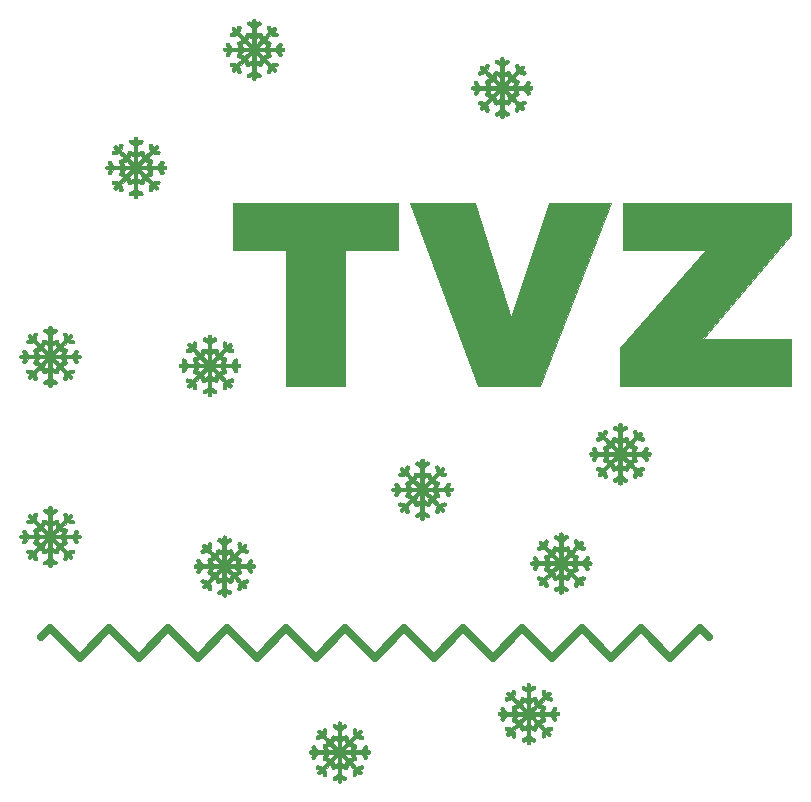
<source format=gbr>
%TF.GenerationSoftware,KiCad,Pcbnew,(5.1.10)-1*%
%TF.CreationDate,2021-10-17T16:41:48+02:00*%
%TF.ProjectId,TVZ_kuglica,54565a5f-6b75-4676-9c69-63612e6b6963,rev?*%
%TF.SameCoordinates,Original*%
%TF.FileFunction,Legend,Top*%
%TF.FilePolarity,Positive*%
%FSLAX46Y46*%
G04 Gerber Fmt 4.6, Leading zero omitted, Abs format (unit mm)*
G04 Created by KiCad (PCBNEW (5.1.10)-1) date 2021-10-17 16:41:48*
%MOMM*%
%LPD*%
G01*
G04 APERTURE LIST*
%ADD10C,0.700000*%
%ADD11C,0.100000*%
%ADD12C,0.010000*%
G04 APERTURE END LIST*
D10*
X157000000Y-121500000D02*
X154500000Y-119000000D01*
X122000000Y-121500000D02*
X119500000Y-119000000D01*
X117000000Y-121500000D02*
X114500000Y-119000000D01*
X129500000Y-119000000D02*
X127000000Y-121500000D01*
X137000000Y-121500000D02*
X134500000Y-119000000D01*
X112000000Y-121500000D02*
X109500000Y-119000000D01*
X139500000Y-119000000D02*
X137000000Y-121500000D01*
X134500000Y-119000000D02*
X132000000Y-121500000D01*
X152000000Y-121500000D02*
X149500000Y-119000000D01*
X109500000Y-119000000D02*
X108750000Y-119750000D01*
X147000000Y-121500000D02*
X144500000Y-119000000D01*
X154500000Y-119000000D02*
X152000000Y-121500000D01*
X165250000Y-119750000D02*
X164500000Y-119000000D01*
X127000000Y-121500000D02*
X124500000Y-119000000D01*
X162000000Y-121500000D02*
X159500000Y-119000000D01*
X114500000Y-119000000D02*
X112000000Y-121500000D01*
X159500000Y-119000000D02*
X157000000Y-121500000D01*
X149500000Y-119000000D02*
X147000000Y-121500000D01*
X119500000Y-119000000D02*
X117000000Y-121500000D01*
X142000000Y-121500000D02*
X139500000Y-119000000D01*
X124500000Y-119000000D02*
X122000000Y-121500000D01*
X144500000Y-119000000D02*
X142000000Y-121500000D01*
X132000000Y-121500000D02*
X129500000Y-119000000D01*
X164500000Y-119000000D02*
X162000000Y-121500000D01*
D11*
G36*
X172250000Y-85750000D02*
G01*
X164750000Y-94500000D01*
X172250000Y-94500000D01*
X172250000Y-98500000D01*
X157750000Y-98500000D01*
X157750000Y-95250000D01*
X165000000Y-87000000D01*
X158000000Y-87000000D01*
X158000000Y-83000000D01*
X172250000Y-83000000D01*
X172250000Y-85750000D01*
G37*
X172250000Y-85750000D02*
X164750000Y-94500000D01*
X172250000Y-94500000D01*
X172250000Y-98500000D01*
X157750000Y-98500000D01*
X157750000Y-95250000D01*
X165000000Y-87000000D01*
X158000000Y-87000000D01*
X158000000Y-83000000D01*
X172250000Y-83000000D01*
X172250000Y-85750000D01*
G36*
X148500000Y-92750000D02*
G01*
X151750000Y-83000000D01*
X157000000Y-83000000D01*
X151000000Y-98500000D01*
X145750000Y-98500000D01*
X140000000Y-83000000D01*
X145500000Y-83000000D01*
X148500000Y-92750000D01*
G37*
X148500000Y-92750000D02*
X151750000Y-83000000D01*
X157000000Y-83000000D01*
X151000000Y-98500000D01*
X145750000Y-98500000D01*
X140000000Y-83000000D01*
X145500000Y-83000000D01*
X148500000Y-92750000D01*
G36*
X139000000Y-87000000D02*
G01*
X134500000Y-87000000D01*
X134500000Y-98500000D01*
X129500000Y-98500000D01*
X129500000Y-87000000D01*
X125000000Y-87000000D01*
X125000000Y-83000000D01*
X139000000Y-83000000D01*
X139000000Y-87000000D01*
G37*
X139000000Y-87000000D02*
X134500000Y-87000000D01*
X134500000Y-98500000D01*
X129500000Y-98500000D01*
X129500000Y-87000000D01*
X125000000Y-87000000D01*
X125000000Y-83000000D01*
X139000000Y-83000000D01*
X139000000Y-87000000D01*
D12*
%TO.C,G\u002A\u002A\u002A*%
G36*
X116798505Y-77410765D02*
G01*
X116827367Y-77425067D01*
X116853942Y-77446464D01*
X116872890Y-77467278D01*
X116885608Y-77491553D01*
X116893489Y-77523331D01*
X116897929Y-77566656D01*
X116900323Y-77625568D01*
X116900626Y-77637377D01*
X116903932Y-77772706D01*
X117017466Y-77707839D01*
X117074991Y-77675794D01*
X117119098Y-77653836D01*
X117153448Y-77641045D01*
X117181701Y-77636497D01*
X117207518Y-77639271D01*
X117234558Y-77648445D01*
X117241448Y-77651413D01*
X117287522Y-77681151D01*
X117316624Y-77722064D01*
X117328710Y-77774080D01*
X117329082Y-77786157D01*
X117327630Y-77813921D01*
X117321914Y-77838158D01*
X117309963Y-77860751D01*
X117289805Y-77883583D01*
X117259470Y-77908537D01*
X117216988Y-77937494D01*
X117160389Y-77972339D01*
X117092521Y-78012160D01*
X116902400Y-78122360D01*
X116902400Y-78727859D01*
X117072580Y-78652913D01*
X117128832Y-78628794D01*
X117180451Y-78607880D01*
X117223879Y-78591516D01*
X117255560Y-78581049D01*
X117271026Y-78577783D01*
X117316519Y-78585792D01*
X117359879Y-78607400D01*
X117387804Y-78632895D01*
X117398691Y-78651402D01*
X117415019Y-78685061D01*
X117435049Y-78730014D01*
X117457042Y-78782405D01*
X117471931Y-78819546D01*
X117493084Y-78872781D01*
X117512010Y-78919366D01*
X117527341Y-78956014D01*
X117537707Y-78979439D01*
X117541380Y-78986331D01*
X117549975Y-78981312D01*
X117570999Y-78963520D01*
X117602628Y-78934665D01*
X117643037Y-78896453D01*
X117690400Y-78850594D01*
X117742892Y-78798795D01*
X117760125Y-78781595D01*
X117972092Y-78569447D01*
X117913911Y-78353614D01*
X117891428Y-78267821D01*
X117875253Y-78200541D01*
X117865228Y-78151022D01*
X117861194Y-78118515D01*
X117861694Y-78106231D01*
X117880659Y-78053569D01*
X117913157Y-78013831D01*
X117955810Y-77988674D01*
X118005243Y-77979754D01*
X118058077Y-77988728D01*
X118081155Y-77998579D01*
X118103052Y-78011563D01*
X118120509Y-78027541D01*
X118135268Y-78049858D01*
X118149074Y-78081859D01*
X118163672Y-78126888D01*
X118180805Y-78188290D01*
X118181560Y-78191106D01*
X118194117Y-78236702D01*
X118205240Y-78274760D01*
X118213683Y-78301167D01*
X118218084Y-78311711D01*
X118227061Y-78307236D01*
X118247356Y-78290843D01*
X118276019Y-78265078D01*
X118310100Y-78232491D01*
X118312418Y-78230212D01*
X118356356Y-78187625D01*
X118389700Y-78157632D01*
X118415825Y-78138076D01*
X118438110Y-78126797D01*
X118459931Y-78121638D01*
X118484152Y-78120437D01*
X118533421Y-78129914D01*
X118576086Y-78155722D01*
X118608443Y-78194081D01*
X118626786Y-78241212D01*
X118629562Y-78268842D01*
X118625953Y-78299324D01*
X118613840Y-78330771D01*
X118591380Y-78366061D01*
X118556726Y-78408076D01*
X118508035Y-78459694D01*
X118505955Y-78461810D01*
X118434946Y-78533981D01*
X118555133Y-78567030D01*
X118617692Y-78584754D01*
X118663743Y-78599512D01*
X118696555Y-78613001D01*
X118719398Y-78626916D01*
X118735541Y-78642953D01*
X118748254Y-78662809D01*
X118751420Y-78668844D01*
X118768600Y-78721979D01*
X118767249Y-78773259D01*
X118749031Y-78819270D01*
X118715609Y-78856602D01*
X118668649Y-78881843D01*
X118644452Y-78888177D01*
X118620990Y-78887577D01*
X118578629Y-78880455D01*
X118517274Y-78866790D01*
X118436832Y-78846561D01*
X118398551Y-78836430D01*
X118183517Y-78778847D01*
X117977298Y-78988580D01*
X117924540Y-79042394D01*
X117876605Y-79091589D01*
X117835301Y-79134287D01*
X117802432Y-79168610D01*
X117779808Y-79192678D01*
X117769234Y-79204614D01*
X117768692Y-79205456D01*
X117776883Y-79211238D01*
X117801074Y-79222747D01*
X117838205Y-79238661D01*
X117885219Y-79257658D01*
X117925560Y-79273298D01*
X117981151Y-79295300D01*
X118032089Y-79316966D01*
X118074406Y-79336493D01*
X118104132Y-79352080D01*
X118114749Y-79359183D01*
X118144144Y-79392944D01*
X118164871Y-79434067D01*
X118172400Y-79472417D01*
X118168282Y-79490680D01*
X118156561Y-79524990D01*
X118138187Y-79572964D01*
X118114108Y-79632216D01*
X118085273Y-79700361D01*
X118052633Y-79775015D01*
X118046328Y-79789180D01*
X118020256Y-79847600D01*
X118627639Y-79847600D01*
X118737839Y-79657478D01*
X118779937Y-79585804D01*
X118814377Y-79530102D01*
X118843043Y-79488399D01*
X118867818Y-79458727D01*
X118890583Y-79439113D01*
X118913221Y-79427589D01*
X118937616Y-79422182D01*
X118963842Y-79420917D01*
X119018134Y-79429495D01*
X119061338Y-79455099D01*
X119093382Y-79497683D01*
X119098586Y-79508551D01*
X119109123Y-79536405D01*
X119113475Y-79562180D01*
X119110722Y-79589536D01*
X119099940Y-79622133D01*
X119080207Y-79663632D01*
X119050602Y-79717693D01*
X119042160Y-79732533D01*
X118977293Y-79846067D01*
X119112622Y-79849373D01*
X119174575Y-79851559D01*
X119220254Y-79855554D01*
X119253703Y-79862755D01*
X119278965Y-79874555D01*
X119300081Y-79892351D01*
X119321094Y-79917536D01*
X119324932Y-79922632D01*
X119341565Y-79959660D01*
X119346332Y-80004508D01*
X119339234Y-80048505D01*
X119324932Y-80077367D01*
X119303535Y-80103942D01*
X119282721Y-80122890D01*
X119258446Y-80135608D01*
X119226668Y-80143489D01*
X119183343Y-80147929D01*
X119124431Y-80150323D01*
X119112622Y-80150626D01*
X118977293Y-80153932D01*
X119042160Y-80267466D01*
X119074205Y-80324991D01*
X119096163Y-80369098D01*
X119108954Y-80403448D01*
X119113502Y-80431701D01*
X119110728Y-80457518D01*
X119101554Y-80484558D01*
X119098586Y-80491448D01*
X119068848Y-80537522D01*
X119027935Y-80566624D01*
X118975919Y-80578710D01*
X118963842Y-80579082D01*
X118936078Y-80577630D01*
X118911841Y-80571914D01*
X118889248Y-80559963D01*
X118866416Y-80539805D01*
X118841462Y-80509470D01*
X118812505Y-80466988D01*
X118777660Y-80410389D01*
X118737839Y-80342521D01*
X118627639Y-80152400D01*
X118022140Y-80152400D01*
X118097086Y-80322580D01*
X118121205Y-80378832D01*
X118142119Y-80430451D01*
X118158483Y-80473879D01*
X118168950Y-80505560D01*
X118172216Y-80521026D01*
X118164207Y-80566519D01*
X118142599Y-80609879D01*
X118117104Y-80637804D01*
X118098601Y-80648696D01*
X118064949Y-80665041D01*
X118020004Y-80685097D01*
X117967623Y-80707124D01*
X117930453Y-80722053D01*
X117877427Y-80742999D01*
X117831199Y-80761363D01*
X117794999Y-80775852D01*
X117772057Y-80785177D01*
X117765492Y-80788006D01*
X117770911Y-80795739D01*
X117788946Y-80816089D01*
X117817895Y-80847256D01*
X117856056Y-80887436D01*
X117901729Y-80934827D01*
X117953212Y-80987627D01*
X117971473Y-81006223D01*
X118183042Y-81221279D01*
X118398314Y-81163632D01*
X118486597Y-81140713D01*
X118555755Y-81124362D01*
X118605887Y-81114558D01*
X118637090Y-81111281D01*
X118644452Y-81111822D01*
X118696776Y-81130747D01*
X118736283Y-81163245D01*
X118761309Y-81205906D01*
X118770192Y-81255317D01*
X118761266Y-81308065D01*
X118751420Y-81331155D01*
X118739065Y-81352289D01*
X118724135Y-81369162D01*
X118703361Y-81383468D01*
X118673472Y-81396905D01*
X118631200Y-81411167D01*
X118573275Y-81427951D01*
X118555133Y-81432969D01*
X118434946Y-81466018D01*
X118505955Y-81538189D01*
X118555197Y-81590215D01*
X118590334Y-81632531D01*
X118613210Y-81668018D01*
X118625670Y-81699555D01*
X118629558Y-81730021D01*
X118629562Y-81731157D01*
X118620278Y-81781440D01*
X118594991Y-81824983D01*
X118557405Y-81858006D01*
X118511224Y-81876728D01*
X118484152Y-81879562D01*
X118459503Y-81878307D01*
X118437705Y-81873052D01*
X118415379Y-81861638D01*
X118389148Y-81841905D01*
X118355636Y-81811695D01*
X118312418Y-81769787D01*
X118278089Y-81736847D01*
X118248987Y-81710565D01*
X118228062Y-81693489D01*
X118218265Y-81688168D01*
X118218084Y-81688288D01*
X118213345Y-81699835D01*
X118204744Y-81726953D01*
X118193520Y-81765543D01*
X118181400Y-81809680D01*
X118162463Y-81875752D01*
X118144985Y-81924855D01*
X118127303Y-81960098D01*
X118107757Y-81984589D01*
X118084683Y-82001440D01*
X118076724Y-82005518D01*
X118024415Y-82020352D01*
X117973709Y-82016822D01*
X117928183Y-81996784D01*
X117891412Y-81962099D01*
X117866974Y-81914625D01*
X117861694Y-81893768D01*
X117861952Y-81871824D01*
X117868099Y-81833351D01*
X117880293Y-81777601D01*
X117898694Y-81703821D01*
X117913910Y-81646386D01*
X117972091Y-81430555D01*
X117764998Y-81223277D01*
X117711647Y-81170222D01*
X117662685Y-81122187D01*
X117620005Y-81080978D01*
X117585503Y-81048402D01*
X117561072Y-81026266D01*
X117548608Y-81016375D01*
X117547652Y-81016021D01*
X117540820Y-81025045D01*
X117528368Y-81050019D01*
X117511689Y-81087824D01*
X117492176Y-81135337D01*
X117476440Y-81175670D01*
X117454399Y-81231288D01*
X117432731Y-81282230D01*
X117413229Y-81324545D01*
X117397687Y-81354278D01*
X117390554Y-81364989D01*
X117356987Y-81394203D01*
X117315955Y-81414860D01*
X117277582Y-81422400D01*
X117259319Y-81418282D01*
X117225009Y-81406561D01*
X117177035Y-81388187D01*
X117117783Y-81364108D01*
X117049638Y-81335273D01*
X116974984Y-81302633D01*
X116960820Y-81296328D01*
X116902400Y-81270256D01*
X116902400Y-81877359D01*
X117092580Y-81987699D01*
X117164323Y-82029893D01*
X117220081Y-82064434D01*
X117261820Y-82093185D01*
X117291509Y-82118010D01*
X117311114Y-82140773D01*
X117322603Y-82163339D01*
X117327944Y-82187571D01*
X117329120Y-82211807D01*
X117320497Y-82266987D01*
X117296142Y-82311640D01*
X117258318Y-82343366D01*
X117209293Y-82359767D01*
X117187687Y-82361491D01*
X117165438Y-82360345D01*
X117142502Y-82355121D01*
X117114863Y-82344199D01*
X117078502Y-82325958D01*
X117029404Y-82298779D01*
X117022413Y-82294810D01*
X116903930Y-82227420D01*
X116900625Y-82362686D01*
X116898881Y-82419337D01*
X116896495Y-82459600D01*
X116892882Y-82487407D01*
X116887457Y-82506689D01*
X116879638Y-82521377D01*
X116876372Y-82525968D01*
X116836096Y-82566630D01*
X116789911Y-82591192D01*
X116741412Y-82598445D01*
X116694194Y-82587183D01*
X116694120Y-82587148D01*
X116650265Y-82557035D01*
X116617178Y-82514875D01*
X116608436Y-82496158D01*
X116604124Y-82474767D01*
X116600626Y-82438360D01*
X116598326Y-82392236D01*
X116597600Y-82347053D01*
X116597600Y-82226550D01*
X116478351Y-82294375D01*
X116427291Y-82322837D01*
X116389483Y-82342168D01*
X116360930Y-82353981D01*
X116337640Y-82359892D01*
X116315616Y-82361516D01*
X116312312Y-82361491D01*
X116259542Y-82351698D01*
X116217092Y-82325647D01*
X116187229Y-82285737D01*
X116172219Y-82234366D01*
X116170880Y-82211807D01*
X116172435Y-82184568D01*
X116178413Y-82160634D01*
X116190782Y-82138143D01*
X116211509Y-82115230D01*
X116242562Y-82090035D01*
X116285908Y-82060694D01*
X116343515Y-82025344D01*
X116407478Y-81987839D01*
X116597600Y-81877639D01*
X116597600Y-81272140D01*
X116427420Y-81347086D01*
X116371167Y-81371205D01*
X116319548Y-81392119D01*
X116276120Y-81408483D01*
X116244439Y-81418950D01*
X116228973Y-81422216D01*
X116183480Y-81414207D01*
X116140120Y-81392599D01*
X116112195Y-81367104D01*
X116101303Y-81348601D01*
X116084958Y-81314949D01*
X116064902Y-81270004D01*
X116042875Y-81217623D01*
X116027946Y-81180453D01*
X116006941Y-81127316D01*
X115988452Y-81080874D01*
X115973787Y-81044389D01*
X115964255Y-81021122D01*
X115961267Y-81014316D01*
X115953360Y-81019446D01*
X115932869Y-81037228D01*
X115901601Y-81065970D01*
X115861361Y-81103978D01*
X115813956Y-81149560D01*
X115761192Y-81201021D01*
X115742689Y-81219225D01*
X115528000Y-81430896D01*
X115586135Y-81646557D01*
X115608610Y-81732324D01*
X115624775Y-81799578D01*
X115634789Y-81849069D01*
X115638809Y-81881545D01*
X115638305Y-81893768D01*
X115619450Y-81945586D01*
X115586914Y-81985316D01*
X115544271Y-82011099D01*
X115495100Y-82021077D01*
X115442976Y-82013392D01*
X115423275Y-82005518D01*
X115398801Y-81990373D01*
X115378359Y-81968531D01*
X115360287Y-81936882D01*
X115342923Y-81892318D01*
X115324605Y-81831729D01*
X115318599Y-81809680D01*
X115306208Y-81764179D01*
X115295516Y-81726439D01*
X115287685Y-81700464D01*
X115283920Y-81690293D01*
X115275597Y-81695372D01*
X115255894Y-81712008D01*
X115227900Y-81737491D01*
X115199746Y-81764220D01*
X115163580Y-81798183D01*
X115129483Y-81828508D01*
X115101985Y-81851254D01*
X115088840Y-81860709D01*
X115043860Y-81877748D01*
X114997121Y-81877569D01*
X114952566Y-81862456D01*
X114914136Y-81834693D01*
X114885776Y-81796565D01*
X114871426Y-81750357D01*
X114870437Y-81734152D01*
X114871692Y-81709503D01*
X114876947Y-81687705D01*
X114888361Y-81665379D01*
X114908094Y-81639148D01*
X114938304Y-81605636D01*
X114980212Y-81562418D01*
X115013152Y-81528089D01*
X115039434Y-81498987D01*
X115056510Y-81478062D01*
X115061831Y-81468265D01*
X115061711Y-81468084D01*
X115050159Y-81463335D01*
X115023054Y-81454723D01*
X114984508Y-81443496D01*
X114941106Y-81431560D01*
X114878987Y-81414291D01*
X114833373Y-81399626D01*
X114800920Y-81385822D01*
X114778282Y-81371133D01*
X114762117Y-81353817D01*
X114749078Y-81332129D01*
X114748579Y-81331155D01*
X114731337Y-81277885D01*
X114732712Y-81226570D01*
X114751050Y-81180576D01*
X114784697Y-81143271D01*
X114832000Y-81118024D01*
X114856361Y-81111669D01*
X114878160Y-81111878D01*
X114916214Y-81117890D01*
X114971344Y-81129880D01*
X115044372Y-81148020D01*
X115103885Y-81163745D01*
X115319726Y-81221809D01*
X115526863Y-81014857D01*
X115579904Y-80961513D01*
X115627924Y-80912542D01*
X115669117Y-80869844D01*
X115701675Y-80835316D01*
X115723789Y-80810855D01*
X115733653Y-80798359D01*
X115734000Y-80797404D01*
X115724978Y-80790502D01*
X115702931Y-80779481D01*
X116192008Y-80779481D01*
X116249356Y-80923140D01*
X116269580Y-80972863D01*
X116287483Y-81015125D01*
X116301630Y-81046674D01*
X116310588Y-81064256D01*
X116312732Y-81066800D01*
X116323673Y-81062889D01*
X116349735Y-81052127D01*
X116387496Y-81035968D01*
X116433531Y-81015866D01*
X116455640Y-81006096D01*
X116592520Y-80945392D01*
X116592549Y-80942257D01*
X116902400Y-80942257D01*
X117042100Y-81003967D01*
X117091317Y-81025553D01*
X117133870Y-81043921D01*
X117166342Y-81057620D01*
X117185320Y-81065199D01*
X117188642Y-81066239D01*
X117194477Y-81057477D01*
X117206135Y-81032924D01*
X117222211Y-80995776D01*
X117241301Y-80949236D01*
X117253530Y-80918359D01*
X117311576Y-80769919D01*
X117106988Y-80565330D01*
X116902400Y-80360742D01*
X116902400Y-80942257D01*
X116592549Y-80942257D01*
X116597910Y-80366376D01*
X116485144Y-80475288D01*
X116435726Y-80523805D01*
X116382039Y-80577810D01*
X116330209Y-80631066D01*
X116286363Y-80677339D01*
X116282193Y-80681840D01*
X116192008Y-80779481D01*
X115702931Y-80779481D01*
X115699996Y-80778014D01*
X115662175Y-80761333D01*
X115614641Y-80741854D01*
X115574351Y-80726191D01*
X115518716Y-80704230D01*
X115467759Y-80682630D01*
X115425436Y-80663180D01*
X115395704Y-80647670D01*
X115385010Y-80640554D01*
X115355796Y-80606988D01*
X115335139Y-80565955D01*
X115327600Y-80527582D01*
X115331717Y-80509319D01*
X115343438Y-80475009D01*
X115355323Y-80443975D01*
X115686908Y-80443975D01*
X115697829Y-80449461D01*
X115723591Y-80460578D01*
X115760063Y-80475680D01*
X115803115Y-80493121D01*
X115848616Y-80511255D01*
X115892433Y-80528438D01*
X115930437Y-80543024D01*
X115958496Y-80553368D01*
X115972478Y-80557823D01*
X115972855Y-80557874D01*
X115982418Y-80551193D01*
X116004341Y-80531864D01*
X116036708Y-80501702D01*
X116077607Y-80462524D01*
X116125122Y-80416143D01*
X116177340Y-80364377D01*
X116186120Y-80355600D01*
X116389129Y-80152400D01*
X115807753Y-80152400D01*
X115745036Y-80295893D01*
X115723734Y-80345557D01*
X115706136Y-80388375D01*
X115693536Y-80421054D01*
X115687224Y-80440301D01*
X115686908Y-80443975D01*
X115355323Y-80443975D01*
X115361812Y-80427035D01*
X115385891Y-80367783D01*
X115414726Y-80299638D01*
X115447366Y-80224984D01*
X115453671Y-80210820D01*
X115479743Y-80152400D01*
X114872360Y-80152400D01*
X114762160Y-80342521D01*
X114720062Y-80414195D01*
X114685622Y-80469897D01*
X114656956Y-80511600D01*
X114632181Y-80541272D01*
X114609416Y-80560886D01*
X114586778Y-80572410D01*
X114562383Y-80577817D01*
X114536157Y-80579082D01*
X114481865Y-80570504D01*
X114438661Y-80544900D01*
X114406617Y-80502316D01*
X114401413Y-80491448D01*
X114390876Y-80463594D01*
X114386524Y-80437819D01*
X114389277Y-80410463D01*
X114400059Y-80377866D01*
X114419792Y-80336367D01*
X114449397Y-80282306D01*
X114457839Y-80267466D01*
X114522706Y-80153932D01*
X114446773Y-80152077D01*
X117122387Y-80152077D01*
X117233373Y-80265706D01*
X117280978Y-80314606D01*
X117332334Y-80367625D01*
X117381777Y-80418901D01*
X117423647Y-80462576D01*
X117429838Y-80469068D01*
X117463149Y-80503563D01*
X117491384Y-80531915D01*
X117511642Y-80551273D01*
X117521024Y-80558786D01*
X117521140Y-80558800D01*
X117532121Y-80555228D01*
X117558563Y-80545381D01*
X117597072Y-80530557D01*
X117644254Y-80512055D01*
X117671882Y-80501097D01*
X117721843Y-80480829D01*
X117764356Y-80462869D01*
X117796179Y-80448643D01*
X117814071Y-80439577D01*
X117816800Y-80437317D01*
X117812889Y-80426358D01*
X117802126Y-80400279D01*
X117785966Y-80362505D01*
X117765863Y-80316462D01*
X117756096Y-80294359D01*
X117695392Y-80157480D01*
X117408890Y-80154778D01*
X117122387Y-80152077D01*
X114446773Y-80152077D01*
X114387377Y-80150626D01*
X114325424Y-80148440D01*
X114279745Y-80144445D01*
X114246296Y-80137244D01*
X114221034Y-80125444D01*
X114199918Y-80107648D01*
X114178905Y-80082463D01*
X114175067Y-80077367D01*
X114158434Y-80040339D01*
X114153667Y-79995491D01*
X114160765Y-79951494D01*
X114175067Y-79922632D01*
X114196464Y-79896057D01*
X114217278Y-79877109D01*
X114241553Y-79864391D01*
X114273331Y-79856510D01*
X114316656Y-79852070D01*
X114375568Y-79849676D01*
X114387377Y-79849373D01*
X114522706Y-79846067D01*
X114457839Y-79732533D01*
X114425794Y-79675008D01*
X114403836Y-79630901D01*
X114391045Y-79596551D01*
X114386497Y-79568298D01*
X114389271Y-79542481D01*
X114398445Y-79515441D01*
X114401413Y-79508551D01*
X114431151Y-79462477D01*
X114472064Y-79433375D01*
X114524080Y-79421289D01*
X114536157Y-79420917D01*
X114563921Y-79422369D01*
X114588158Y-79428085D01*
X114610751Y-79440036D01*
X114633583Y-79460194D01*
X114658537Y-79490529D01*
X114687494Y-79533011D01*
X114722339Y-79589610D01*
X114762160Y-79657478D01*
X114872360Y-79847600D01*
X115175109Y-79847599D01*
X115477859Y-79847599D01*
X115402913Y-79677419D01*
X115378794Y-79621167D01*
X115357880Y-79569548D01*
X115355488Y-79563199D01*
X115683200Y-79563199D01*
X115687125Y-79574448D01*
X115697861Y-79600534D01*
X115713849Y-79637777D01*
X115733532Y-79682495D01*
X115737285Y-79690916D01*
X115758154Y-79737880D01*
X115776352Y-79779261D01*
X115790073Y-79810923D01*
X115797512Y-79828729D01*
X115797927Y-79829820D01*
X115801154Y-79834990D01*
X115808060Y-79839055D01*
X115820858Y-79842144D01*
X115841764Y-79844391D01*
X115872993Y-79845926D01*
X115916759Y-79846882D01*
X115975277Y-79847390D01*
X116050761Y-79847581D01*
X116096869Y-79847600D01*
X116389257Y-79847600D01*
X117122702Y-79847600D01*
X117692223Y-79847600D01*
X117748827Y-79718060D01*
X117769944Y-79669582D01*
X117788447Y-79626826D01*
X117802642Y-79593727D01*
X117810832Y-79574226D01*
X117811801Y-79571785D01*
X117811162Y-79564112D01*
X117801985Y-79555215D01*
X117781911Y-79543855D01*
X117748582Y-79528794D01*
X117699640Y-79508794D01*
X117668589Y-79496559D01*
X117519007Y-79438067D01*
X117431683Y-79529283D01*
X117390944Y-79571676D01*
X117341738Y-79622633D01*
X117289819Y-79676207D01*
X117240944Y-79726450D01*
X117233531Y-79734049D01*
X117122702Y-79847600D01*
X116389257Y-79847600D01*
X115980060Y-79438403D01*
X115831630Y-79497504D01*
X115781023Y-79518051D01*
X115737829Y-79536346D01*
X115705251Y-79550971D01*
X115686490Y-79560509D01*
X115683200Y-79563199D01*
X115355488Y-79563199D01*
X115341516Y-79526120D01*
X115331049Y-79494439D01*
X115327783Y-79478973D01*
X115335873Y-79433227D01*
X115357726Y-79389697D01*
X115383167Y-79361981D01*
X115401790Y-79351029D01*
X115435565Y-79334684D01*
X115480616Y-79314687D01*
X115533068Y-79292778D01*
X115569818Y-79278131D01*
X115623031Y-79257098D01*
X115669583Y-79238250D01*
X115706182Y-79222955D01*
X115707974Y-79222159D01*
X116191238Y-79222159D01*
X116244080Y-79278339D01*
X116265005Y-79300235D01*
X116295175Y-79331340D01*
X116332241Y-79369276D01*
X116373853Y-79411666D01*
X116417663Y-79456133D01*
X116461319Y-79500300D01*
X116502473Y-79541790D01*
X116538776Y-79578226D01*
X116567877Y-79607231D01*
X116587427Y-79626427D01*
X116595060Y-79633435D01*
X116595713Y-79623913D01*
X116596304Y-79596616D01*
X116596810Y-79554087D01*
X116597210Y-79498872D01*
X116597479Y-79433513D01*
X116597596Y-79360555D01*
X116597600Y-79345996D01*
X116597600Y-79057753D01*
X116596795Y-79057401D01*
X116902400Y-79057401D01*
X116902400Y-79639257D01*
X117106605Y-79435052D01*
X117310810Y-79230846D01*
X117253311Y-79084796D01*
X117233294Y-79034290D01*
X117215834Y-78990878D01*
X117202293Y-78957892D01*
X117194030Y-78938665D01*
X117192226Y-78935159D01*
X117182197Y-78937790D01*
X117156888Y-78947402D01*
X117119566Y-78962675D01*
X117073497Y-78982287D01*
X117045519Y-78994486D01*
X116902400Y-79057401D01*
X116596795Y-79057401D01*
X116454106Y-78995036D01*
X116404448Y-78973730D01*
X116361644Y-78956119D01*
X116328985Y-78943499D01*
X116309762Y-78937162D01*
X116306102Y-78936830D01*
X116300988Y-78947398D01*
X116289929Y-78973470D01*
X116274339Y-79011612D01*
X116255633Y-79058388D01*
X116246414Y-79081750D01*
X116191238Y-79222159D01*
X115707974Y-79222159D01*
X115729532Y-79212584D01*
X115736331Y-79208897D01*
X115731311Y-79200231D01*
X115713517Y-79179140D01*
X115684657Y-79147452D01*
X115646441Y-79106995D01*
X115600576Y-79059596D01*
X115548772Y-79007084D01*
X115531595Y-78989874D01*
X115319447Y-78777907D01*
X115103614Y-78836088D01*
X115017821Y-78858571D01*
X114950541Y-78874746D01*
X114901022Y-78884771D01*
X114868515Y-78888805D01*
X114856231Y-78888305D01*
X114803569Y-78869340D01*
X114763831Y-78836842D01*
X114738674Y-78794189D01*
X114729754Y-78744756D01*
X114738728Y-78691922D01*
X114748579Y-78668844D01*
X114761563Y-78646947D01*
X114777541Y-78629490D01*
X114799858Y-78614731D01*
X114831859Y-78600925D01*
X114876888Y-78586327D01*
X114938290Y-78569194D01*
X114941106Y-78568439D01*
X114986702Y-78555882D01*
X115024760Y-78544759D01*
X115051167Y-78536316D01*
X115061711Y-78531915D01*
X115057236Y-78522938D01*
X115040843Y-78502643D01*
X115015078Y-78473980D01*
X114982491Y-78439899D01*
X114980212Y-78437581D01*
X114937625Y-78393643D01*
X114907632Y-78360299D01*
X114888076Y-78334174D01*
X114876797Y-78311889D01*
X114871638Y-78290068D01*
X114870437Y-78265847D01*
X114879442Y-78217526D01*
X114903726Y-78176550D01*
X114939347Y-78145204D01*
X114982362Y-78125772D01*
X115028828Y-78120540D01*
X115074804Y-78131791D01*
X115088840Y-78139290D01*
X115108802Y-78154159D01*
X115138618Y-78179438D01*
X115173757Y-78211187D01*
X115199746Y-78235779D01*
X115232379Y-78266670D01*
X115259357Y-78291032D01*
X115277592Y-78306152D01*
X115283920Y-78309706D01*
X115287867Y-78298986D01*
X115295806Y-78272631D01*
X115306567Y-78234656D01*
X115318439Y-78191106D01*
X115335708Y-78128987D01*
X115350373Y-78083373D01*
X115364177Y-78050920D01*
X115378866Y-78028282D01*
X115396182Y-78012117D01*
X115417870Y-77999078D01*
X115418844Y-77998579D01*
X115472103Y-77981345D01*
X115523423Y-77982722D01*
X115569426Y-78001054D01*
X115606735Y-78034683D01*
X115631973Y-78081953D01*
X115638305Y-78106231D01*
X115638047Y-78128192D01*
X115631895Y-78166691D01*
X115619691Y-78222475D01*
X115601277Y-78296294D01*
X115586163Y-78353336D01*
X115528057Y-78568890D01*
X115739200Y-78776445D01*
X115793121Y-78829250D01*
X115842375Y-78877103D01*
X115885104Y-78918229D01*
X115919450Y-78950852D01*
X115943554Y-78973199D01*
X115955558Y-78983494D01*
X115956471Y-78983978D01*
X115961932Y-78974970D01*
X115973193Y-78950039D01*
X115988946Y-78912296D01*
X116007882Y-78864854D01*
X116023560Y-78824329D01*
X116045600Y-78768711D01*
X116067268Y-78717769D01*
X116086770Y-78675454D01*
X116102312Y-78645721D01*
X116109445Y-78635010D01*
X116143967Y-78605122D01*
X116186074Y-78584562D01*
X116223893Y-78577727D01*
X116240322Y-78581653D01*
X116271951Y-78592488D01*
X116315384Y-78608948D01*
X116367228Y-78629748D01*
X116422340Y-78652854D01*
X116597600Y-78727853D01*
X116597600Y-78425107D01*
X116597599Y-78122360D01*
X116407478Y-78012160D01*
X116335804Y-77970062D01*
X116280102Y-77935622D01*
X116238399Y-77906956D01*
X116208727Y-77882181D01*
X116189113Y-77859416D01*
X116177589Y-77836778D01*
X116172182Y-77812383D01*
X116170917Y-77786157D01*
X116179495Y-77731865D01*
X116205099Y-77688661D01*
X116247683Y-77656617D01*
X116258551Y-77651413D01*
X116286405Y-77640876D01*
X116312180Y-77636524D01*
X116339536Y-77639277D01*
X116372133Y-77650059D01*
X116413632Y-77669792D01*
X116467693Y-77699397D01*
X116482533Y-77707839D01*
X116596067Y-77772706D01*
X116599373Y-77637377D01*
X116601559Y-77575424D01*
X116605554Y-77529745D01*
X116612755Y-77496296D01*
X116624555Y-77471034D01*
X116642351Y-77449918D01*
X116667536Y-77428905D01*
X116672632Y-77425067D01*
X116709660Y-77408434D01*
X116754508Y-77403667D01*
X116798505Y-77410765D01*
G37*
X116798505Y-77410765D02*
X116827367Y-77425067D01*
X116853942Y-77446464D01*
X116872890Y-77467278D01*
X116885608Y-77491553D01*
X116893489Y-77523331D01*
X116897929Y-77566656D01*
X116900323Y-77625568D01*
X116900626Y-77637377D01*
X116903932Y-77772706D01*
X117017466Y-77707839D01*
X117074991Y-77675794D01*
X117119098Y-77653836D01*
X117153448Y-77641045D01*
X117181701Y-77636497D01*
X117207518Y-77639271D01*
X117234558Y-77648445D01*
X117241448Y-77651413D01*
X117287522Y-77681151D01*
X117316624Y-77722064D01*
X117328710Y-77774080D01*
X117329082Y-77786157D01*
X117327630Y-77813921D01*
X117321914Y-77838158D01*
X117309963Y-77860751D01*
X117289805Y-77883583D01*
X117259470Y-77908537D01*
X117216988Y-77937494D01*
X117160389Y-77972339D01*
X117092521Y-78012160D01*
X116902400Y-78122360D01*
X116902400Y-78727859D01*
X117072580Y-78652913D01*
X117128832Y-78628794D01*
X117180451Y-78607880D01*
X117223879Y-78591516D01*
X117255560Y-78581049D01*
X117271026Y-78577783D01*
X117316519Y-78585792D01*
X117359879Y-78607400D01*
X117387804Y-78632895D01*
X117398691Y-78651402D01*
X117415019Y-78685061D01*
X117435049Y-78730014D01*
X117457042Y-78782405D01*
X117471931Y-78819546D01*
X117493084Y-78872781D01*
X117512010Y-78919366D01*
X117527341Y-78956014D01*
X117537707Y-78979439D01*
X117541380Y-78986331D01*
X117549975Y-78981312D01*
X117570999Y-78963520D01*
X117602628Y-78934665D01*
X117643037Y-78896453D01*
X117690400Y-78850594D01*
X117742892Y-78798795D01*
X117760125Y-78781595D01*
X117972092Y-78569447D01*
X117913911Y-78353614D01*
X117891428Y-78267821D01*
X117875253Y-78200541D01*
X117865228Y-78151022D01*
X117861194Y-78118515D01*
X117861694Y-78106231D01*
X117880659Y-78053569D01*
X117913157Y-78013831D01*
X117955810Y-77988674D01*
X118005243Y-77979754D01*
X118058077Y-77988728D01*
X118081155Y-77998579D01*
X118103052Y-78011563D01*
X118120509Y-78027541D01*
X118135268Y-78049858D01*
X118149074Y-78081859D01*
X118163672Y-78126888D01*
X118180805Y-78188290D01*
X118181560Y-78191106D01*
X118194117Y-78236702D01*
X118205240Y-78274760D01*
X118213683Y-78301167D01*
X118218084Y-78311711D01*
X118227061Y-78307236D01*
X118247356Y-78290843D01*
X118276019Y-78265078D01*
X118310100Y-78232491D01*
X118312418Y-78230212D01*
X118356356Y-78187625D01*
X118389700Y-78157632D01*
X118415825Y-78138076D01*
X118438110Y-78126797D01*
X118459931Y-78121638D01*
X118484152Y-78120437D01*
X118533421Y-78129914D01*
X118576086Y-78155722D01*
X118608443Y-78194081D01*
X118626786Y-78241212D01*
X118629562Y-78268842D01*
X118625953Y-78299324D01*
X118613840Y-78330771D01*
X118591380Y-78366061D01*
X118556726Y-78408076D01*
X118508035Y-78459694D01*
X118505955Y-78461810D01*
X118434946Y-78533981D01*
X118555133Y-78567030D01*
X118617692Y-78584754D01*
X118663743Y-78599512D01*
X118696555Y-78613001D01*
X118719398Y-78626916D01*
X118735541Y-78642953D01*
X118748254Y-78662809D01*
X118751420Y-78668844D01*
X118768600Y-78721979D01*
X118767249Y-78773259D01*
X118749031Y-78819270D01*
X118715609Y-78856602D01*
X118668649Y-78881843D01*
X118644452Y-78888177D01*
X118620990Y-78887577D01*
X118578629Y-78880455D01*
X118517274Y-78866790D01*
X118436832Y-78846561D01*
X118398551Y-78836430D01*
X118183517Y-78778847D01*
X117977298Y-78988580D01*
X117924540Y-79042394D01*
X117876605Y-79091589D01*
X117835301Y-79134287D01*
X117802432Y-79168610D01*
X117779808Y-79192678D01*
X117769234Y-79204614D01*
X117768692Y-79205456D01*
X117776883Y-79211238D01*
X117801074Y-79222747D01*
X117838205Y-79238661D01*
X117885219Y-79257658D01*
X117925560Y-79273298D01*
X117981151Y-79295300D01*
X118032089Y-79316966D01*
X118074406Y-79336493D01*
X118104132Y-79352080D01*
X118114749Y-79359183D01*
X118144144Y-79392944D01*
X118164871Y-79434067D01*
X118172400Y-79472417D01*
X118168282Y-79490680D01*
X118156561Y-79524990D01*
X118138187Y-79572964D01*
X118114108Y-79632216D01*
X118085273Y-79700361D01*
X118052633Y-79775015D01*
X118046328Y-79789180D01*
X118020256Y-79847600D01*
X118627639Y-79847600D01*
X118737839Y-79657478D01*
X118779937Y-79585804D01*
X118814377Y-79530102D01*
X118843043Y-79488399D01*
X118867818Y-79458727D01*
X118890583Y-79439113D01*
X118913221Y-79427589D01*
X118937616Y-79422182D01*
X118963842Y-79420917D01*
X119018134Y-79429495D01*
X119061338Y-79455099D01*
X119093382Y-79497683D01*
X119098586Y-79508551D01*
X119109123Y-79536405D01*
X119113475Y-79562180D01*
X119110722Y-79589536D01*
X119099940Y-79622133D01*
X119080207Y-79663632D01*
X119050602Y-79717693D01*
X119042160Y-79732533D01*
X118977293Y-79846067D01*
X119112622Y-79849373D01*
X119174575Y-79851559D01*
X119220254Y-79855554D01*
X119253703Y-79862755D01*
X119278965Y-79874555D01*
X119300081Y-79892351D01*
X119321094Y-79917536D01*
X119324932Y-79922632D01*
X119341565Y-79959660D01*
X119346332Y-80004508D01*
X119339234Y-80048505D01*
X119324932Y-80077367D01*
X119303535Y-80103942D01*
X119282721Y-80122890D01*
X119258446Y-80135608D01*
X119226668Y-80143489D01*
X119183343Y-80147929D01*
X119124431Y-80150323D01*
X119112622Y-80150626D01*
X118977293Y-80153932D01*
X119042160Y-80267466D01*
X119074205Y-80324991D01*
X119096163Y-80369098D01*
X119108954Y-80403448D01*
X119113502Y-80431701D01*
X119110728Y-80457518D01*
X119101554Y-80484558D01*
X119098586Y-80491448D01*
X119068848Y-80537522D01*
X119027935Y-80566624D01*
X118975919Y-80578710D01*
X118963842Y-80579082D01*
X118936078Y-80577630D01*
X118911841Y-80571914D01*
X118889248Y-80559963D01*
X118866416Y-80539805D01*
X118841462Y-80509470D01*
X118812505Y-80466988D01*
X118777660Y-80410389D01*
X118737839Y-80342521D01*
X118627639Y-80152400D01*
X118022140Y-80152400D01*
X118097086Y-80322580D01*
X118121205Y-80378832D01*
X118142119Y-80430451D01*
X118158483Y-80473879D01*
X118168950Y-80505560D01*
X118172216Y-80521026D01*
X118164207Y-80566519D01*
X118142599Y-80609879D01*
X118117104Y-80637804D01*
X118098601Y-80648696D01*
X118064949Y-80665041D01*
X118020004Y-80685097D01*
X117967623Y-80707124D01*
X117930453Y-80722053D01*
X117877427Y-80742999D01*
X117831199Y-80761363D01*
X117794999Y-80775852D01*
X117772057Y-80785177D01*
X117765492Y-80788006D01*
X117770911Y-80795739D01*
X117788946Y-80816089D01*
X117817895Y-80847256D01*
X117856056Y-80887436D01*
X117901729Y-80934827D01*
X117953212Y-80987627D01*
X117971473Y-81006223D01*
X118183042Y-81221279D01*
X118398314Y-81163632D01*
X118486597Y-81140713D01*
X118555755Y-81124362D01*
X118605887Y-81114558D01*
X118637090Y-81111281D01*
X118644452Y-81111822D01*
X118696776Y-81130747D01*
X118736283Y-81163245D01*
X118761309Y-81205906D01*
X118770192Y-81255317D01*
X118761266Y-81308065D01*
X118751420Y-81331155D01*
X118739065Y-81352289D01*
X118724135Y-81369162D01*
X118703361Y-81383468D01*
X118673472Y-81396905D01*
X118631200Y-81411167D01*
X118573275Y-81427951D01*
X118555133Y-81432969D01*
X118434946Y-81466018D01*
X118505955Y-81538189D01*
X118555197Y-81590215D01*
X118590334Y-81632531D01*
X118613210Y-81668018D01*
X118625670Y-81699555D01*
X118629558Y-81730021D01*
X118629562Y-81731157D01*
X118620278Y-81781440D01*
X118594991Y-81824983D01*
X118557405Y-81858006D01*
X118511224Y-81876728D01*
X118484152Y-81879562D01*
X118459503Y-81878307D01*
X118437705Y-81873052D01*
X118415379Y-81861638D01*
X118389148Y-81841905D01*
X118355636Y-81811695D01*
X118312418Y-81769787D01*
X118278089Y-81736847D01*
X118248987Y-81710565D01*
X118228062Y-81693489D01*
X118218265Y-81688168D01*
X118218084Y-81688288D01*
X118213345Y-81699835D01*
X118204744Y-81726953D01*
X118193520Y-81765543D01*
X118181400Y-81809680D01*
X118162463Y-81875752D01*
X118144985Y-81924855D01*
X118127303Y-81960098D01*
X118107757Y-81984589D01*
X118084683Y-82001440D01*
X118076724Y-82005518D01*
X118024415Y-82020352D01*
X117973709Y-82016822D01*
X117928183Y-81996784D01*
X117891412Y-81962099D01*
X117866974Y-81914625D01*
X117861694Y-81893768D01*
X117861952Y-81871824D01*
X117868099Y-81833351D01*
X117880293Y-81777601D01*
X117898694Y-81703821D01*
X117913910Y-81646386D01*
X117972091Y-81430555D01*
X117764998Y-81223277D01*
X117711647Y-81170222D01*
X117662685Y-81122187D01*
X117620005Y-81080978D01*
X117585503Y-81048402D01*
X117561072Y-81026266D01*
X117548608Y-81016375D01*
X117547652Y-81016021D01*
X117540820Y-81025045D01*
X117528368Y-81050019D01*
X117511689Y-81087824D01*
X117492176Y-81135337D01*
X117476440Y-81175670D01*
X117454399Y-81231288D01*
X117432731Y-81282230D01*
X117413229Y-81324545D01*
X117397687Y-81354278D01*
X117390554Y-81364989D01*
X117356987Y-81394203D01*
X117315955Y-81414860D01*
X117277582Y-81422400D01*
X117259319Y-81418282D01*
X117225009Y-81406561D01*
X117177035Y-81388187D01*
X117117783Y-81364108D01*
X117049638Y-81335273D01*
X116974984Y-81302633D01*
X116960820Y-81296328D01*
X116902400Y-81270256D01*
X116902400Y-81877359D01*
X117092580Y-81987699D01*
X117164323Y-82029893D01*
X117220081Y-82064434D01*
X117261820Y-82093185D01*
X117291509Y-82118010D01*
X117311114Y-82140773D01*
X117322603Y-82163339D01*
X117327944Y-82187571D01*
X117329120Y-82211807D01*
X117320497Y-82266987D01*
X117296142Y-82311640D01*
X117258318Y-82343366D01*
X117209293Y-82359767D01*
X117187687Y-82361491D01*
X117165438Y-82360345D01*
X117142502Y-82355121D01*
X117114863Y-82344199D01*
X117078502Y-82325958D01*
X117029404Y-82298779D01*
X117022413Y-82294810D01*
X116903930Y-82227420D01*
X116900625Y-82362686D01*
X116898881Y-82419337D01*
X116896495Y-82459600D01*
X116892882Y-82487407D01*
X116887457Y-82506689D01*
X116879638Y-82521377D01*
X116876372Y-82525968D01*
X116836096Y-82566630D01*
X116789911Y-82591192D01*
X116741412Y-82598445D01*
X116694194Y-82587183D01*
X116694120Y-82587148D01*
X116650265Y-82557035D01*
X116617178Y-82514875D01*
X116608436Y-82496158D01*
X116604124Y-82474767D01*
X116600626Y-82438360D01*
X116598326Y-82392236D01*
X116597600Y-82347053D01*
X116597600Y-82226550D01*
X116478351Y-82294375D01*
X116427291Y-82322837D01*
X116389483Y-82342168D01*
X116360930Y-82353981D01*
X116337640Y-82359892D01*
X116315616Y-82361516D01*
X116312312Y-82361491D01*
X116259542Y-82351698D01*
X116217092Y-82325647D01*
X116187229Y-82285737D01*
X116172219Y-82234366D01*
X116170880Y-82211807D01*
X116172435Y-82184568D01*
X116178413Y-82160634D01*
X116190782Y-82138143D01*
X116211509Y-82115230D01*
X116242562Y-82090035D01*
X116285908Y-82060694D01*
X116343515Y-82025344D01*
X116407478Y-81987839D01*
X116597600Y-81877639D01*
X116597600Y-81272140D01*
X116427420Y-81347086D01*
X116371167Y-81371205D01*
X116319548Y-81392119D01*
X116276120Y-81408483D01*
X116244439Y-81418950D01*
X116228973Y-81422216D01*
X116183480Y-81414207D01*
X116140120Y-81392599D01*
X116112195Y-81367104D01*
X116101303Y-81348601D01*
X116084958Y-81314949D01*
X116064902Y-81270004D01*
X116042875Y-81217623D01*
X116027946Y-81180453D01*
X116006941Y-81127316D01*
X115988452Y-81080874D01*
X115973787Y-81044389D01*
X115964255Y-81021122D01*
X115961267Y-81014316D01*
X115953360Y-81019446D01*
X115932869Y-81037228D01*
X115901601Y-81065970D01*
X115861361Y-81103978D01*
X115813956Y-81149560D01*
X115761192Y-81201021D01*
X115742689Y-81219225D01*
X115528000Y-81430896D01*
X115586135Y-81646557D01*
X115608610Y-81732324D01*
X115624775Y-81799578D01*
X115634789Y-81849069D01*
X115638809Y-81881545D01*
X115638305Y-81893768D01*
X115619450Y-81945586D01*
X115586914Y-81985316D01*
X115544271Y-82011099D01*
X115495100Y-82021077D01*
X115442976Y-82013392D01*
X115423275Y-82005518D01*
X115398801Y-81990373D01*
X115378359Y-81968531D01*
X115360287Y-81936882D01*
X115342923Y-81892318D01*
X115324605Y-81831729D01*
X115318599Y-81809680D01*
X115306208Y-81764179D01*
X115295516Y-81726439D01*
X115287685Y-81700464D01*
X115283920Y-81690293D01*
X115275597Y-81695372D01*
X115255894Y-81712008D01*
X115227900Y-81737491D01*
X115199746Y-81764220D01*
X115163580Y-81798183D01*
X115129483Y-81828508D01*
X115101985Y-81851254D01*
X115088840Y-81860709D01*
X115043860Y-81877748D01*
X114997121Y-81877569D01*
X114952566Y-81862456D01*
X114914136Y-81834693D01*
X114885776Y-81796565D01*
X114871426Y-81750357D01*
X114870437Y-81734152D01*
X114871692Y-81709503D01*
X114876947Y-81687705D01*
X114888361Y-81665379D01*
X114908094Y-81639148D01*
X114938304Y-81605636D01*
X114980212Y-81562418D01*
X115013152Y-81528089D01*
X115039434Y-81498987D01*
X115056510Y-81478062D01*
X115061831Y-81468265D01*
X115061711Y-81468084D01*
X115050159Y-81463335D01*
X115023054Y-81454723D01*
X114984508Y-81443496D01*
X114941106Y-81431560D01*
X114878987Y-81414291D01*
X114833373Y-81399626D01*
X114800920Y-81385822D01*
X114778282Y-81371133D01*
X114762117Y-81353817D01*
X114749078Y-81332129D01*
X114748579Y-81331155D01*
X114731337Y-81277885D01*
X114732712Y-81226570D01*
X114751050Y-81180576D01*
X114784697Y-81143271D01*
X114832000Y-81118024D01*
X114856361Y-81111669D01*
X114878160Y-81111878D01*
X114916214Y-81117890D01*
X114971344Y-81129880D01*
X115044372Y-81148020D01*
X115103885Y-81163745D01*
X115319726Y-81221809D01*
X115526863Y-81014857D01*
X115579904Y-80961513D01*
X115627924Y-80912542D01*
X115669117Y-80869844D01*
X115701675Y-80835316D01*
X115723789Y-80810855D01*
X115733653Y-80798359D01*
X115734000Y-80797404D01*
X115724978Y-80790502D01*
X115702931Y-80779481D01*
X116192008Y-80779481D01*
X116249356Y-80923140D01*
X116269580Y-80972863D01*
X116287483Y-81015125D01*
X116301630Y-81046674D01*
X116310588Y-81064256D01*
X116312732Y-81066800D01*
X116323673Y-81062889D01*
X116349735Y-81052127D01*
X116387496Y-81035968D01*
X116433531Y-81015866D01*
X116455640Y-81006096D01*
X116592520Y-80945392D01*
X116592549Y-80942257D01*
X116902400Y-80942257D01*
X117042100Y-81003967D01*
X117091317Y-81025553D01*
X117133870Y-81043921D01*
X117166342Y-81057620D01*
X117185320Y-81065199D01*
X117188642Y-81066239D01*
X117194477Y-81057477D01*
X117206135Y-81032924D01*
X117222211Y-80995776D01*
X117241301Y-80949236D01*
X117253530Y-80918359D01*
X117311576Y-80769919D01*
X117106988Y-80565330D01*
X116902400Y-80360742D01*
X116902400Y-80942257D01*
X116592549Y-80942257D01*
X116597910Y-80366376D01*
X116485144Y-80475288D01*
X116435726Y-80523805D01*
X116382039Y-80577810D01*
X116330209Y-80631066D01*
X116286363Y-80677339D01*
X116282193Y-80681840D01*
X116192008Y-80779481D01*
X115702931Y-80779481D01*
X115699996Y-80778014D01*
X115662175Y-80761333D01*
X115614641Y-80741854D01*
X115574351Y-80726191D01*
X115518716Y-80704230D01*
X115467759Y-80682630D01*
X115425436Y-80663180D01*
X115395704Y-80647670D01*
X115385010Y-80640554D01*
X115355796Y-80606988D01*
X115335139Y-80565955D01*
X115327600Y-80527582D01*
X115331717Y-80509319D01*
X115343438Y-80475009D01*
X115355323Y-80443975D01*
X115686908Y-80443975D01*
X115697829Y-80449461D01*
X115723591Y-80460578D01*
X115760063Y-80475680D01*
X115803115Y-80493121D01*
X115848616Y-80511255D01*
X115892433Y-80528438D01*
X115930437Y-80543024D01*
X115958496Y-80553368D01*
X115972478Y-80557823D01*
X115972855Y-80557874D01*
X115982418Y-80551193D01*
X116004341Y-80531864D01*
X116036708Y-80501702D01*
X116077607Y-80462524D01*
X116125122Y-80416143D01*
X116177340Y-80364377D01*
X116186120Y-80355600D01*
X116389129Y-80152400D01*
X115807753Y-80152400D01*
X115745036Y-80295893D01*
X115723734Y-80345557D01*
X115706136Y-80388375D01*
X115693536Y-80421054D01*
X115687224Y-80440301D01*
X115686908Y-80443975D01*
X115355323Y-80443975D01*
X115361812Y-80427035D01*
X115385891Y-80367783D01*
X115414726Y-80299638D01*
X115447366Y-80224984D01*
X115453671Y-80210820D01*
X115479743Y-80152400D01*
X114872360Y-80152400D01*
X114762160Y-80342521D01*
X114720062Y-80414195D01*
X114685622Y-80469897D01*
X114656956Y-80511600D01*
X114632181Y-80541272D01*
X114609416Y-80560886D01*
X114586778Y-80572410D01*
X114562383Y-80577817D01*
X114536157Y-80579082D01*
X114481865Y-80570504D01*
X114438661Y-80544900D01*
X114406617Y-80502316D01*
X114401413Y-80491448D01*
X114390876Y-80463594D01*
X114386524Y-80437819D01*
X114389277Y-80410463D01*
X114400059Y-80377866D01*
X114419792Y-80336367D01*
X114449397Y-80282306D01*
X114457839Y-80267466D01*
X114522706Y-80153932D01*
X114446773Y-80152077D01*
X117122387Y-80152077D01*
X117233373Y-80265706D01*
X117280978Y-80314606D01*
X117332334Y-80367625D01*
X117381777Y-80418901D01*
X117423647Y-80462576D01*
X117429838Y-80469068D01*
X117463149Y-80503563D01*
X117491384Y-80531915D01*
X117511642Y-80551273D01*
X117521024Y-80558786D01*
X117521140Y-80558800D01*
X117532121Y-80555228D01*
X117558563Y-80545381D01*
X117597072Y-80530557D01*
X117644254Y-80512055D01*
X117671882Y-80501097D01*
X117721843Y-80480829D01*
X117764356Y-80462869D01*
X117796179Y-80448643D01*
X117814071Y-80439577D01*
X117816800Y-80437317D01*
X117812889Y-80426358D01*
X117802126Y-80400279D01*
X117785966Y-80362505D01*
X117765863Y-80316462D01*
X117756096Y-80294359D01*
X117695392Y-80157480D01*
X117408890Y-80154778D01*
X117122387Y-80152077D01*
X114446773Y-80152077D01*
X114387377Y-80150626D01*
X114325424Y-80148440D01*
X114279745Y-80144445D01*
X114246296Y-80137244D01*
X114221034Y-80125444D01*
X114199918Y-80107648D01*
X114178905Y-80082463D01*
X114175067Y-80077367D01*
X114158434Y-80040339D01*
X114153667Y-79995491D01*
X114160765Y-79951494D01*
X114175067Y-79922632D01*
X114196464Y-79896057D01*
X114217278Y-79877109D01*
X114241553Y-79864391D01*
X114273331Y-79856510D01*
X114316656Y-79852070D01*
X114375568Y-79849676D01*
X114387377Y-79849373D01*
X114522706Y-79846067D01*
X114457839Y-79732533D01*
X114425794Y-79675008D01*
X114403836Y-79630901D01*
X114391045Y-79596551D01*
X114386497Y-79568298D01*
X114389271Y-79542481D01*
X114398445Y-79515441D01*
X114401413Y-79508551D01*
X114431151Y-79462477D01*
X114472064Y-79433375D01*
X114524080Y-79421289D01*
X114536157Y-79420917D01*
X114563921Y-79422369D01*
X114588158Y-79428085D01*
X114610751Y-79440036D01*
X114633583Y-79460194D01*
X114658537Y-79490529D01*
X114687494Y-79533011D01*
X114722339Y-79589610D01*
X114762160Y-79657478D01*
X114872360Y-79847600D01*
X115175109Y-79847599D01*
X115477859Y-79847599D01*
X115402913Y-79677419D01*
X115378794Y-79621167D01*
X115357880Y-79569548D01*
X115355488Y-79563199D01*
X115683200Y-79563199D01*
X115687125Y-79574448D01*
X115697861Y-79600534D01*
X115713849Y-79637777D01*
X115733532Y-79682495D01*
X115737285Y-79690916D01*
X115758154Y-79737880D01*
X115776352Y-79779261D01*
X115790073Y-79810923D01*
X115797512Y-79828729D01*
X115797927Y-79829820D01*
X115801154Y-79834990D01*
X115808060Y-79839055D01*
X115820858Y-79842144D01*
X115841764Y-79844391D01*
X115872993Y-79845926D01*
X115916759Y-79846882D01*
X115975277Y-79847390D01*
X116050761Y-79847581D01*
X116096869Y-79847600D01*
X116389257Y-79847600D01*
X117122702Y-79847600D01*
X117692223Y-79847600D01*
X117748827Y-79718060D01*
X117769944Y-79669582D01*
X117788447Y-79626826D01*
X117802642Y-79593727D01*
X117810832Y-79574226D01*
X117811801Y-79571785D01*
X117811162Y-79564112D01*
X117801985Y-79555215D01*
X117781911Y-79543855D01*
X117748582Y-79528794D01*
X117699640Y-79508794D01*
X117668589Y-79496559D01*
X117519007Y-79438067D01*
X117431683Y-79529283D01*
X117390944Y-79571676D01*
X117341738Y-79622633D01*
X117289819Y-79676207D01*
X117240944Y-79726450D01*
X117233531Y-79734049D01*
X117122702Y-79847600D01*
X116389257Y-79847600D01*
X115980060Y-79438403D01*
X115831630Y-79497504D01*
X115781023Y-79518051D01*
X115737829Y-79536346D01*
X115705251Y-79550971D01*
X115686490Y-79560509D01*
X115683200Y-79563199D01*
X115355488Y-79563199D01*
X115341516Y-79526120D01*
X115331049Y-79494439D01*
X115327783Y-79478973D01*
X115335873Y-79433227D01*
X115357726Y-79389697D01*
X115383167Y-79361981D01*
X115401790Y-79351029D01*
X115435565Y-79334684D01*
X115480616Y-79314687D01*
X115533068Y-79292778D01*
X115569818Y-79278131D01*
X115623031Y-79257098D01*
X115669583Y-79238250D01*
X115706182Y-79222955D01*
X115707974Y-79222159D01*
X116191238Y-79222159D01*
X116244080Y-79278339D01*
X116265005Y-79300235D01*
X116295175Y-79331340D01*
X116332241Y-79369276D01*
X116373853Y-79411666D01*
X116417663Y-79456133D01*
X116461319Y-79500300D01*
X116502473Y-79541790D01*
X116538776Y-79578226D01*
X116567877Y-79607231D01*
X116587427Y-79626427D01*
X116595060Y-79633435D01*
X116595713Y-79623913D01*
X116596304Y-79596616D01*
X116596810Y-79554087D01*
X116597210Y-79498872D01*
X116597479Y-79433513D01*
X116597596Y-79360555D01*
X116597600Y-79345996D01*
X116597600Y-79057753D01*
X116596795Y-79057401D01*
X116902400Y-79057401D01*
X116902400Y-79639257D01*
X117106605Y-79435052D01*
X117310810Y-79230846D01*
X117253311Y-79084796D01*
X117233294Y-79034290D01*
X117215834Y-78990878D01*
X117202293Y-78957892D01*
X117194030Y-78938665D01*
X117192226Y-78935159D01*
X117182197Y-78937790D01*
X117156888Y-78947402D01*
X117119566Y-78962675D01*
X117073497Y-78982287D01*
X117045519Y-78994486D01*
X116902400Y-79057401D01*
X116596795Y-79057401D01*
X116454106Y-78995036D01*
X116404448Y-78973730D01*
X116361644Y-78956119D01*
X116328985Y-78943499D01*
X116309762Y-78937162D01*
X116306102Y-78936830D01*
X116300988Y-78947398D01*
X116289929Y-78973470D01*
X116274339Y-79011612D01*
X116255633Y-79058388D01*
X116246414Y-79081750D01*
X116191238Y-79222159D01*
X115707974Y-79222159D01*
X115729532Y-79212584D01*
X115736331Y-79208897D01*
X115731311Y-79200231D01*
X115713517Y-79179140D01*
X115684657Y-79147452D01*
X115646441Y-79106995D01*
X115600576Y-79059596D01*
X115548772Y-79007084D01*
X115531595Y-78989874D01*
X115319447Y-78777907D01*
X115103614Y-78836088D01*
X115017821Y-78858571D01*
X114950541Y-78874746D01*
X114901022Y-78884771D01*
X114868515Y-78888805D01*
X114856231Y-78888305D01*
X114803569Y-78869340D01*
X114763831Y-78836842D01*
X114738674Y-78794189D01*
X114729754Y-78744756D01*
X114738728Y-78691922D01*
X114748579Y-78668844D01*
X114761563Y-78646947D01*
X114777541Y-78629490D01*
X114799858Y-78614731D01*
X114831859Y-78600925D01*
X114876888Y-78586327D01*
X114938290Y-78569194D01*
X114941106Y-78568439D01*
X114986702Y-78555882D01*
X115024760Y-78544759D01*
X115051167Y-78536316D01*
X115061711Y-78531915D01*
X115057236Y-78522938D01*
X115040843Y-78502643D01*
X115015078Y-78473980D01*
X114982491Y-78439899D01*
X114980212Y-78437581D01*
X114937625Y-78393643D01*
X114907632Y-78360299D01*
X114888076Y-78334174D01*
X114876797Y-78311889D01*
X114871638Y-78290068D01*
X114870437Y-78265847D01*
X114879442Y-78217526D01*
X114903726Y-78176550D01*
X114939347Y-78145204D01*
X114982362Y-78125772D01*
X115028828Y-78120540D01*
X115074804Y-78131791D01*
X115088840Y-78139290D01*
X115108802Y-78154159D01*
X115138618Y-78179438D01*
X115173757Y-78211187D01*
X115199746Y-78235779D01*
X115232379Y-78266670D01*
X115259357Y-78291032D01*
X115277592Y-78306152D01*
X115283920Y-78309706D01*
X115287867Y-78298986D01*
X115295806Y-78272631D01*
X115306567Y-78234656D01*
X115318439Y-78191106D01*
X115335708Y-78128987D01*
X115350373Y-78083373D01*
X115364177Y-78050920D01*
X115378866Y-78028282D01*
X115396182Y-78012117D01*
X115417870Y-77999078D01*
X115418844Y-77998579D01*
X115472103Y-77981345D01*
X115523423Y-77982722D01*
X115569426Y-78001054D01*
X115606735Y-78034683D01*
X115631973Y-78081953D01*
X115638305Y-78106231D01*
X115638047Y-78128192D01*
X115631895Y-78166691D01*
X115619691Y-78222475D01*
X115601277Y-78296294D01*
X115586163Y-78353336D01*
X115528057Y-78568890D01*
X115739200Y-78776445D01*
X115793121Y-78829250D01*
X115842375Y-78877103D01*
X115885104Y-78918229D01*
X115919450Y-78950852D01*
X115943554Y-78973199D01*
X115955558Y-78983494D01*
X115956471Y-78983978D01*
X115961932Y-78974970D01*
X115973193Y-78950039D01*
X115988946Y-78912296D01*
X116007882Y-78864854D01*
X116023560Y-78824329D01*
X116045600Y-78768711D01*
X116067268Y-78717769D01*
X116086770Y-78675454D01*
X116102312Y-78645721D01*
X116109445Y-78635010D01*
X116143967Y-78605122D01*
X116186074Y-78584562D01*
X116223893Y-78577727D01*
X116240322Y-78581653D01*
X116271951Y-78592488D01*
X116315384Y-78608948D01*
X116367228Y-78629748D01*
X116422340Y-78652854D01*
X116597600Y-78727853D01*
X116597600Y-78425107D01*
X116597599Y-78122360D01*
X116407478Y-78012160D01*
X116335804Y-77970062D01*
X116280102Y-77935622D01*
X116238399Y-77906956D01*
X116208727Y-77882181D01*
X116189113Y-77859416D01*
X116177589Y-77836778D01*
X116172182Y-77812383D01*
X116170917Y-77786157D01*
X116179495Y-77731865D01*
X116205099Y-77688661D01*
X116247683Y-77656617D01*
X116258551Y-77651413D01*
X116286405Y-77640876D01*
X116312180Y-77636524D01*
X116339536Y-77639277D01*
X116372133Y-77650059D01*
X116413632Y-77669792D01*
X116467693Y-77699397D01*
X116482533Y-77707839D01*
X116596067Y-77772706D01*
X116599373Y-77637377D01*
X116601559Y-77575424D01*
X116605554Y-77529745D01*
X116612755Y-77496296D01*
X116624555Y-77471034D01*
X116642351Y-77449918D01*
X116667536Y-77428905D01*
X116672632Y-77425067D01*
X116709660Y-77408434D01*
X116754508Y-77403667D01*
X116798505Y-77410765D01*
G36*
X150048505Y-123660765D02*
G01*
X150077367Y-123675067D01*
X150103942Y-123696464D01*
X150122890Y-123717278D01*
X150135608Y-123741553D01*
X150143489Y-123773331D01*
X150147929Y-123816656D01*
X150150323Y-123875568D01*
X150150626Y-123887377D01*
X150153932Y-124022706D01*
X150267466Y-123957839D01*
X150324991Y-123925794D01*
X150369098Y-123903836D01*
X150403448Y-123891045D01*
X150431701Y-123886497D01*
X150457518Y-123889271D01*
X150484558Y-123898445D01*
X150491448Y-123901413D01*
X150537522Y-123931151D01*
X150566624Y-123972064D01*
X150578710Y-124024080D01*
X150579082Y-124036157D01*
X150577630Y-124063921D01*
X150571914Y-124088158D01*
X150559963Y-124110751D01*
X150539805Y-124133583D01*
X150509470Y-124158537D01*
X150466988Y-124187494D01*
X150410389Y-124222339D01*
X150342521Y-124262160D01*
X150152400Y-124372360D01*
X150152400Y-124977859D01*
X150322580Y-124902913D01*
X150378832Y-124878794D01*
X150430451Y-124857880D01*
X150473879Y-124841516D01*
X150505560Y-124831049D01*
X150521026Y-124827783D01*
X150566519Y-124835792D01*
X150609879Y-124857400D01*
X150637804Y-124882895D01*
X150648691Y-124901402D01*
X150665019Y-124935061D01*
X150685049Y-124980014D01*
X150707042Y-125032405D01*
X150721931Y-125069546D01*
X150743084Y-125122781D01*
X150762010Y-125169366D01*
X150777341Y-125206014D01*
X150787707Y-125229439D01*
X150791380Y-125236331D01*
X150799975Y-125231312D01*
X150820999Y-125213520D01*
X150852628Y-125184665D01*
X150893037Y-125146453D01*
X150940400Y-125100594D01*
X150992892Y-125048795D01*
X151010125Y-125031595D01*
X151222092Y-124819447D01*
X151163911Y-124603614D01*
X151141428Y-124517821D01*
X151125253Y-124450541D01*
X151115228Y-124401022D01*
X151111194Y-124368515D01*
X151111694Y-124356231D01*
X151130659Y-124303569D01*
X151163157Y-124263831D01*
X151205810Y-124238674D01*
X151255243Y-124229754D01*
X151308077Y-124238728D01*
X151331155Y-124248579D01*
X151353052Y-124261563D01*
X151370509Y-124277541D01*
X151385268Y-124299858D01*
X151399074Y-124331859D01*
X151413672Y-124376888D01*
X151430805Y-124438290D01*
X151431560Y-124441106D01*
X151444117Y-124486702D01*
X151455240Y-124524760D01*
X151463683Y-124551167D01*
X151468084Y-124561711D01*
X151477061Y-124557236D01*
X151497356Y-124540843D01*
X151526019Y-124515078D01*
X151560100Y-124482491D01*
X151562418Y-124480212D01*
X151606356Y-124437625D01*
X151639700Y-124407632D01*
X151665825Y-124388076D01*
X151688110Y-124376797D01*
X151709931Y-124371638D01*
X151734152Y-124370437D01*
X151783421Y-124379914D01*
X151826086Y-124405722D01*
X151858443Y-124444081D01*
X151876786Y-124491212D01*
X151879562Y-124518842D01*
X151875953Y-124549324D01*
X151863840Y-124580771D01*
X151841380Y-124616061D01*
X151806726Y-124658076D01*
X151758035Y-124709694D01*
X151755955Y-124711810D01*
X151684946Y-124783981D01*
X151805133Y-124817030D01*
X151867692Y-124834754D01*
X151913743Y-124849512D01*
X151946555Y-124863001D01*
X151969398Y-124876916D01*
X151985541Y-124892953D01*
X151998254Y-124912809D01*
X152001420Y-124918844D01*
X152018600Y-124971979D01*
X152017249Y-125023259D01*
X151999031Y-125069270D01*
X151965609Y-125106602D01*
X151918649Y-125131843D01*
X151894452Y-125138177D01*
X151870990Y-125137577D01*
X151828629Y-125130455D01*
X151767274Y-125116790D01*
X151686832Y-125096561D01*
X151648551Y-125086430D01*
X151433517Y-125028847D01*
X151227298Y-125238580D01*
X151174540Y-125292394D01*
X151126605Y-125341589D01*
X151085301Y-125384287D01*
X151052432Y-125418610D01*
X151029808Y-125442678D01*
X151019234Y-125454614D01*
X151018692Y-125455456D01*
X151026883Y-125461238D01*
X151051074Y-125472747D01*
X151088205Y-125488661D01*
X151135219Y-125507658D01*
X151175560Y-125523298D01*
X151231151Y-125545300D01*
X151282089Y-125566966D01*
X151324406Y-125586493D01*
X151354132Y-125602080D01*
X151364749Y-125609183D01*
X151394144Y-125642944D01*
X151414871Y-125684067D01*
X151422400Y-125722417D01*
X151418282Y-125740680D01*
X151406561Y-125774990D01*
X151388187Y-125822964D01*
X151364108Y-125882216D01*
X151335273Y-125950361D01*
X151302633Y-126025015D01*
X151296328Y-126039180D01*
X151270256Y-126097600D01*
X151877639Y-126097600D01*
X151987839Y-125907478D01*
X152029937Y-125835804D01*
X152064377Y-125780102D01*
X152093043Y-125738399D01*
X152117818Y-125708727D01*
X152140583Y-125689113D01*
X152163221Y-125677589D01*
X152187616Y-125672182D01*
X152213842Y-125670917D01*
X152268134Y-125679495D01*
X152311338Y-125705099D01*
X152343382Y-125747683D01*
X152348586Y-125758551D01*
X152359123Y-125786405D01*
X152363475Y-125812180D01*
X152360722Y-125839536D01*
X152349940Y-125872133D01*
X152330207Y-125913632D01*
X152300602Y-125967693D01*
X152292160Y-125982533D01*
X152227293Y-126096067D01*
X152362622Y-126099373D01*
X152424575Y-126101559D01*
X152470254Y-126105554D01*
X152503703Y-126112755D01*
X152528965Y-126124555D01*
X152550081Y-126142351D01*
X152571094Y-126167536D01*
X152574932Y-126172632D01*
X152591565Y-126209660D01*
X152596332Y-126254508D01*
X152589234Y-126298505D01*
X152574932Y-126327367D01*
X152553535Y-126353942D01*
X152532721Y-126372890D01*
X152508446Y-126385608D01*
X152476668Y-126393489D01*
X152433343Y-126397929D01*
X152374431Y-126400323D01*
X152362622Y-126400626D01*
X152227293Y-126403932D01*
X152292160Y-126517466D01*
X152324205Y-126574991D01*
X152346163Y-126619098D01*
X152358954Y-126653448D01*
X152363502Y-126681701D01*
X152360728Y-126707518D01*
X152351554Y-126734558D01*
X152348586Y-126741448D01*
X152318848Y-126787522D01*
X152277935Y-126816624D01*
X152225919Y-126828710D01*
X152213842Y-126829082D01*
X152186078Y-126827630D01*
X152161841Y-126821914D01*
X152139248Y-126809963D01*
X152116416Y-126789805D01*
X152091462Y-126759470D01*
X152062505Y-126716988D01*
X152027660Y-126660389D01*
X151987839Y-126592521D01*
X151877639Y-126402400D01*
X151272140Y-126402400D01*
X151347086Y-126572580D01*
X151371205Y-126628832D01*
X151392119Y-126680451D01*
X151408483Y-126723879D01*
X151418950Y-126755560D01*
X151422216Y-126771026D01*
X151414207Y-126816519D01*
X151392599Y-126859879D01*
X151367104Y-126887804D01*
X151348601Y-126898696D01*
X151314949Y-126915041D01*
X151270004Y-126935097D01*
X151217623Y-126957124D01*
X151180453Y-126972053D01*
X151127427Y-126992999D01*
X151081199Y-127011363D01*
X151044999Y-127025852D01*
X151022057Y-127035177D01*
X151015492Y-127038006D01*
X151020911Y-127045739D01*
X151038946Y-127066089D01*
X151067895Y-127097256D01*
X151106056Y-127137436D01*
X151151729Y-127184827D01*
X151203212Y-127237627D01*
X151221473Y-127256223D01*
X151433042Y-127471279D01*
X151648314Y-127413632D01*
X151736597Y-127390713D01*
X151805755Y-127374362D01*
X151855887Y-127364558D01*
X151887090Y-127361281D01*
X151894452Y-127361822D01*
X151946776Y-127380747D01*
X151986283Y-127413245D01*
X152011309Y-127455906D01*
X152020192Y-127505317D01*
X152011266Y-127558065D01*
X152001420Y-127581155D01*
X151989065Y-127602289D01*
X151974135Y-127619162D01*
X151953361Y-127633468D01*
X151923472Y-127646905D01*
X151881200Y-127661167D01*
X151823275Y-127677951D01*
X151805133Y-127682969D01*
X151684946Y-127716018D01*
X151755955Y-127788189D01*
X151805197Y-127840215D01*
X151840334Y-127882531D01*
X151863210Y-127918018D01*
X151875670Y-127949555D01*
X151879558Y-127980021D01*
X151879562Y-127981157D01*
X151870278Y-128031440D01*
X151844991Y-128074983D01*
X151807405Y-128108006D01*
X151761224Y-128126728D01*
X151734152Y-128129562D01*
X151709503Y-128128307D01*
X151687705Y-128123052D01*
X151665379Y-128111638D01*
X151639148Y-128091905D01*
X151605636Y-128061695D01*
X151562418Y-128019787D01*
X151528089Y-127986847D01*
X151498987Y-127960565D01*
X151478062Y-127943489D01*
X151468265Y-127938168D01*
X151468084Y-127938288D01*
X151463345Y-127949835D01*
X151454744Y-127976953D01*
X151443520Y-128015543D01*
X151431400Y-128059680D01*
X151412463Y-128125752D01*
X151394985Y-128174855D01*
X151377303Y-128210098D01*
X151357757Y-128234589D01*
X151334683Y-128251440D01*
X151326724Y-128255518D01*
X151274415Y-128270352D01*
X151223709Y-128266822D01*
X151178183Y-128246784D01*
X151141412Y-128212099D01*
X151116974Y-128164625D01*
X151111694Y-128143768D01*
X151111952Y-128121824D01*
X151118099Y-128083351D01*
X151130293Y-128027601D01*
X151148694Y-127953821D01*
X151163910Y-127896386D01*
X151222091Y-127680555D01*
X151014998Y-127473277D01*
X150961647Y-127420222D01*
X150912685Y-127372187D01*
X150870005Y-127330978D01*
X150835503Y-127298402D01*
X150811072Y-127276266D01*
X150798608Y-127266375D01*
X150797652Y-127266021D01*
X150790820Y-127275045D01*
X150778368Y-127300019D01*
X150761689Y-127337824D01*
X150742176Y-127385337D01*
X150726440Y-127425670D01*
X150704399Y-127481288D01*
X150682731Y-127532230D01*
X150663229Y-127574545D01*
X150647687Y-127604278D01*
X150640554Y-127614989D01*
X150606987Y-127644203D01*
X150565955Y-127664860D01*
X150527582Y-127672400D01*
X150509319Y-127668282D01*
X150475009Y-127656561D01*
X150427035Y-127638187D01*
X150367783Y-127614108D01*
X150299638Y-127585273D01*
X150224984Y-127552633D01*
X150210820Y-127546328D01*
X150152400Y-127520256D01*
X150152400Y-128127359D01*
X150342580Y-128237699D01*
X150414323Y-128279893D01*
X150470081Y-128314434D01*
X150511820Y-128343185D01*
X150541509Y-128368010D01*
X150561114Y-128390773D01*
X150572603Y-128413339D01*
X150577944Y-128437571D01*
X150579120Y-128461807D01*
X150570497Y-128516987D01*
X150546142Y-128561640D01*
X150508318Y-128593366D01*
X150459293Y-128609767D01*
X150437687Y-128611491D01*
X150415438Y-128610345D01*
X150392502Y-128605121D01*
X150364863Y-128594199D01*
X150328502Y-128575958D01*
X150279404Y-128548779D01*
X150272413Y-128544810D01*
X150153930Y-128477420D01*
X150150625Y-128612686D01*
X150148881Y-128669337D01*
X150146495Y-128709600D01*
X150142882Y-128737407D01*
X150137457Y-128756689D01*
X150129638Y-128771377D01*
X150126372Y-128775968D01*
X150086096Y-128816630D01*
X150039911Y-128841192D01*
X149991412Y-128848445D01*
X149944194Y-128837183D01*
X149944120Y-128837148D01*
X149900265Y-128807035D01*
X149867178Y-128764875D01*
X149858436Y-128746158D01*
X149854124Y-128724767D01*
X149850626Y-128688360D01*
X149848326Y-128642236D01*
X149847600Y-128597053D01*
X149847600Y-128476550D01*
X149728351Y-128544375D01*
X149677291Y-128572837D01*
X149639483Y-128592168D01*
X149610930Y-128603981D01*
X149587640Y-128609892D01*
X149565616Y-128611516D01*
X149562312Y-128611491D01*
X149509542Y-128601698D01*
X149467092Y-128575647D01*
X149437229Y-128535737D01*
X149422219Y-128484366D01*
X149420880Y-128461807D01*
X149422435Y-128434568D01*
X149428413Y-128410634D01*
X149440782Y-128388143D01*
X149461509Y-128365230D01*
X149492562Y-128340035D01*
X149535908Y-128310694D01*
X149593515Y-128275344D01*
X149657478Y-128237839D01*
X149847600Y-128127639D01*
X149847600Y-127522140D01*
X149677420Y-127597086D01*
X149621167Y-127621205D01*
X149569548Y-127642119D01*
X149526120Y-127658483D01*
X149494439Y-127668950D01*
X149478973Y-127672216D01*
X149433480Y-127664207D01*
X149390120Y-127642599D01*
X149362195Y-127617104D01*
X149351303Y-127598601D01*
X149334958Y-127564949D01*
X149314902Y-127520004D01*
X149292875Y-127467623D01*
X149277946Y-127430453D01*
X149256941Y-127377316D01*
X149238452Y-127330874D01*
X149223787Y-127294389D01*
X149214255Y-127271122D01*
X149211267Y-127264316D01*
X149203360Y-127269446D01*
X149182869Y-127287228D01*
X149151601Y-127315970D01*
X149111361Y-127353978D01*
X149063956Y-127399560D01*
X149011192Y-127451021D01*
X148992689Y-127469225D01*
X148778000Y-127680896D01*
X148836135Y-127896557D01*
X148858610Y-127982324D01*
X148874775Y-128049578D01*
X148884789Y-128099069D01*
X148888809Y-128131545D01*
X148888305Y-128143768D01*
X148869450Y-128195586D01*
X148836914Y-128235316D01*
X148794271Y-128261099D01*
X148745100Y-128271077D01*
X148692976Y-128263392D01*
X148673275Y-128255518D01*
X148648801Y-128240373D01*
X148628359Y-128218531D01*
X148610287Y-128186882D01*
X148592923Y-128142318D01*
X148574605Y-128081729D01*
X148568599Y-128059680D01*
X148556208Y-128014179D01*
X148545516Y-127976439D01*
X148537685Y-127950464D01*
X148533920Y-127940293D01*
X148525597Y-127945372D01*
X148505894Y-127962008D01*
X148477900Y-127987491D01*
X148449746Y-128014220D01*
X148413580Y-128048183D01*
X148379483Y-128078508D01*
X148351985Y-128101254D01*
X148338840Y-128110709D01*
X148293860Y-128127748D01*
X148247121Y-128127569D01*
X148202566Y-128112456D01*
X148164136Y-128084693D01*
X148135776Y-128046565D01*
X148121426Y-128000357D01*
X148120437Y-127984152D01*
X148121692Y-127959503D01*
X148126947Y-127937705D01*
X148138361Y-127915379D01*
X148158094Y-127889148D01*
X148188304Y-127855636D01*
X148230212Y-127812418D01*
X148263152Y-127778089D01*
X148289434Y-127748987D01*
X148306510Y-127728062D01*
X148311831Y-127718265D01*
X148311711Y-127718084D01*
X148300159Y-127713335D01*
X148273054Y-127704723D01*
X148234508Y-127693496D01*
X148191106Y-127681560D01*
X148128987Y-127664291D01*
X148083373Y-127649626D01*
X148050920Y-127635822D01*
X148028282Y-127621133D01*
X148012117Y-127603817D01*
X147999078Y-127582129D01*
X147998579Y-127581155D01*
X147981337Y-127527885D01*
X147982712Y-127476570D01*
X148001050Y-127430576D01*
X148034697Y-127393271D01*
X148082000Y-127368024D01*
X148106361Y-127361669D01*
X148128160Y-127361878D01*
X148166214Y-127367890D01*
X148221344Y-127379880D01*
X148294372Y-127398020D01*
X148353885Y-127413745D01*
X148569726Y-127471809D01*
X148776863Y-127264857D01*
X148829904Y-127211513D01*
X148877924Y-127162542D01*
X148919117Y-127119844D01*
X148951675Y-127085316D01*
X148973789Y-127060855D01*
X148983653Y-127048359D01*
X148984000Y-127047404D01*
X148974978Y-127040502D01*
X148952931Y-127029481D01*
X149442008Y-127029481D01*
X149499356Y-127173140D01*
X149519580Y-127222863D01*
X149537483Y-127265125D01*
X149551630Y-127296674D01*
X149560588Y-127314256D01*
X149562732Y-127316800D01*
X149573673Y-127312889D01*
X149599735Y-127302127D01*
X149637496Y-127285968D01*
X149683531Y-127265866D01*
X149705640Y-127256096D01*
X149842520Y-127195392D01*
X149842549Y-127192257D01*
X150152400Y-127192257D01*
X150292100Y-127253967D01*
X150341317Y-127275553D01*
X150383870Y-127293921D01*
X150416342Y-127307620D01*
X150435320Y-127315199D01*
X150438642Y-127316239D01*
X150444477Y-127307477D01*
X150456135Y-127282924D01*
X150472211Y-127245776D01*
X150491301Y-127199236D01*
X150503530Y-127168359D01*
X150561576Y-127019919D01*
X150356988Y-126815330D01*
X150152400Y-126610742D01*
X150152400Y-127192257D01*
X149842549Y-127192257D01*
X149847910Y-126616376D01*
X149735144Y-126725288D01*
X149685726Y-126773805D01*
X149632039Y-126827810D01*
X149580209Y-126881066D01*
X149536363Y-126927339D01*
X149532193Y-126931840D01*
X149442008Y-127029481D01*
X148952931Y-127029481D01*
X148949996Y-127028014D01*
X148912175Y-127011333D01*
X148864641Y-126991854D01*
X148824351Y-126976191D01*
X148768716Y-126954230D01*
X148717759Y-126932630D01*
X148675436Y-126913180D01*
X148645704Y-126897670D01*
X148635010Y-126890554D01*
X148605796Y-126856988D01*
X148585139Y-126815955D01*
X148577600Y-126777582D01*
X148581717Y-126759319D01*
X148593438Y-126725009D01*
X148605323Y-126693975D01*
X148936908Y-126693975D01*
X148947829Y-126699461D01*
X148973591Y-126710578D01*
X149010063Y-126725680D01*
X149053115Y-126743121D01*
X149098616Y-126761255D01*
X149142433Y-126778438D01*
X149180437Y-126793024D01*
X149208496Y-126803368D01*
X149222478Y-126807823D01*
X149222855Y-126807874D01*
X149232418Y-126801193D01*
X149254341Y-126781864D01*
X149286708Y-126751702D01*
X149327607Y-126712524D01*
X149375122Y-126666143D01*
X149427340Y-126614377D01*
X149436120Y-126605600D01*
X149639129Y-126402400D01*
X149057753Y-126402400D01*
X148995036Y-126545893D01*
X148973734Y-126595557D01*
X148956136Y-126638375D01*
X148943536Y-126671054D01*
X148937224Y-126690301D01*
X148936908Y-126693975D01*
X148605323Y-126693975D01*
X148611812Y-126677035D01*
X148635891Y-126617783D01*
X148664726Y-126549638D01*
X148697366Y-126474984D01*
X148703671Y-126460820D01*
X148729743Y-126402400D01*
X148122360Y-126402400D01*
X148012160Y-126592521D01*
X147970062Y-126664195D01*
X147935622Y-126719897D01*
X147906956Y-126761600D01*
X147882181Y-126791272D01*
X147859416Y-126810886D01*
X147836778Y-126822410D01*
X147812383Y-126827817D01*
X147786157Y-126829082D01*
X147731865Y-126820504D01*
X147688661Y-126794900D01*
X147656617Y-126752316D01*
X147651413Y-126741448D01*
X147640876Y-126713594D01*
X147636524Y-126687819D01*
X147639277Y-126660463D01*
X147650059Y-126627866D01*
X147669792Y-126586367D01*
X147699397Y-126532306D01*
X147707839Y-126517466D01*
X147772706Y-126403932D01*
X147696773Y-126402077D01*
X150372387Y-126402077D01*
X150483373Y-126515706D01*
X150530978Y-126564606D01*
X150582334Y-126617625D01*
X150631777Y-126668901D01*
X150673647Y-126712576D01*
X150679838Y-126719068D01*
X150713149Y-126753563D01*
X150741384Y-126781915D01*
X150761642Y-126801273D01*
X150771024Y-126808786D01*
X150771140Y-126808800D01*
X150782121Y-126805228D01*
X150808563Y-126795381D01*
X150847072Y-126780557D01*
X150894254Y-126762055D01*
X150921882Y-126751097D01*
X150971843Y-126730829D01*
X151014356Y-126712869D01*
X151046179Y-126698643D01*
X151064071Y-126689577D01*
X151066800Y-126687317D01*
X151062889Y-126676358D01*
X151052126Y-126650279D01*
X151035966Y-126612505D01*
X151015863Y-126566462D01*
X151006096Y-126544359D01*
X150945392Y-126407480D01*
X150658890Y-126404778D01*
X150372387Y-126402077D01*
X147696773Y-126402077D01*
X147637377Y-126400626D01*
X147575424Y-126398440D01*
X147529745Y-126394445D01*
X147496296Y-126387244D01*
X147471034Y-126375444D01*
X147449918Y-126357648D01*
X147428905Y-126332463D01*
X147425067Y-126327367D01*
X147408434Y-126290339D01*
X147403667Y-126245491D01*
X147410765Y-126201494D01*
X147425067Y-126172632D01*
X147446464Y-126146057D01*
X147467278Y-126127109D01*
X147491553Y-126114391D01*
X147523331Y-126106510D01*
X147566656Y-126102070D01*
X147625568Y-126099676D01*
X147637377Y-126099373D01*
X147772706Y-126096067D01*
X147707839Y-125982533D01*
X147675794Y-125925008D01*
X147653836Y-125880901D01*
X147641045Y-125846551D01*
X147636497Y-125818298D01*
X147639271Y-125792481D01*
X147648445Y-125765441D01*
X147651413Y-125758551D01*
X147681151Y-125712477D01*
X147722064Y-125683375D01*
X147774080Y-125671289D01*
X147786157Y-125670917D01*
X147813921Y-125672369D01*
X147838158Y-125678085D01*
X147860751Y-125690036D01*
X147883583Y-125710194D01*
X147908537Y-125740529D01*
X147937494Y-125783011D01*
X147972339Y-125839610D01*
X148012160Y-125907478D01*
X148122360Y-126097600D01*
X148425109Y-126097599D01*
X148727859Y-126097599D01*
X148652913Y-125927419D01*
X148628794Y-125871167D01*
X148607880Y-125819548D01*
X148605488Y-125813199D01*
X148933200Y-125813199D01*
X148937125Y-125824448D01*
X148947861Y-125850534D01*
X148963849Y-125887777D01*
X148983532Y-125932495D01*
X148987285Y-125940916D01*
X149008154Y-125987880D01*
X149026352Y-126029261D01*
X149040073Y-126060923D01*
X149047512Y-126078729D01*
X149047927Y-126079820D01*
X149051154Y-126084990D01*
X149058060Y-126089055D01*
X149070858Y-126092144D01*
X149091764Y-126094391D01*
X149122993Y-126095926D01*
X149166759Y-126096882D01*
X149225277Y-126097390D01*
X149300761Y-126097581D01*
X149346869Y-126097600D01*
X149639257Y-126097600D01*
X150372702Y-126097600D01*
X150942223Y-126097600D01*
X150998827Y-125968060D01*
X151019944Y-125919582D01*
X151038447Y-125876826D01*
X151052642Y-125843727D01*
X151060832Y-125824226D01*
X151061801Y-125821785D01*
X151061162Y-125814112D01*
X151051985Y-125805215D01*
X151031911Y-125793855D01*
X150998582Y-125778794D01*
X150949640Y-125758794D01*
X150918589Y-125746559D01*
X150769007Y-125688067D01*
X150681683Y-125779283D01*
X150640944Y-125821676D01*
X150591738Y-125872633D01*
X150539819Y-125926207D01*
X150490944Y-125976450D01*
X150483531Y-125984049D01*
X150372702Y-126097600D01*
X149639257Y-126097600D01*
X149230060Y-125688403D01*
X149081630Y-125747504D01*
X149031023Y-125768051D01*
X148987829Y-125786346D01*
X148955251Y-125800971D01*
X148936490Y-125810509D01*
X148933200Y-125813199D01*
X148605488Y-125813199D01*
X148591516Y-125776120D01*
X148581049Y-125744439D01*
X148577783Y-125728973D01*
X148585873Y-125683227D01*
X148607726Y-125639697D01*
X148633167Y-125611981D01*
X148651790Y-125601029D01*
X148685565Y-125584684D01*
X148730616Y-125564687D01*
X148783068Y-125542778D01*
X148819818Y-125528131D01*
X148873031Y-125507098D01*
X148919583Y-125488250D01*
X148956182Y-125472955D01*
X148957974Y-125472159D01*
X149441238Y-125472159D01*
X149494080Y-125528339D01*
X149515005Y-125550235D01*
X149545175Y-125581340D01*
X149582241Y-125619276D01*
X149623853Y-125661666D01*
X149667663Y-125706133D01*
X149711319Y-125750300D01*
X149752473Y-125791790D01*
X149788776Y-125828226D01*
X149817877Y-125857231D01*
X149837427Y-125876427D01*
X149845060Y-125883435D01*
X149845713Y-125873913D01*
X149846304Y-125846616D01*
X149846810Y-125804087D01*
X149847210Y-125748872D01*
X149847479Y-125683513D01*
X149847596Y-125610555D01*
X149847600Y-125595996D01*
X149847600Y-125307753D01*
X149846795Y-125307401D01*
X150152400Y-125307401D01*
X150152400Y-125889257D01*
X150356605Y-125685052D01*
X150560810Y-125480846D01*
X150503311Y-125334796D01*
X150483294Y-125284290D01*
X150465834Y-125240878D01*
X150452293Y-125207892D01*
X150444030Y-125188665D01*
X150442226Y-125185159D01*
X150432197Y-125187790D01*
X150406888Y-125197402D01*
X150369566Y-125212675D01*
X150323497Y-125232287D01*
X150295519Y-125244486D01*
X150152400Y-125307401D01*
X149846795Y-125307401D01*
X149704106Y-125245036D01*
X149654448Y-125223730D01*
X149611644Y-125206119D01*
X149578985Y-125193499D01*
X149559762Y-125187162D01*
X149556102Y-125186830D01*
X149550988Y-125197398D01*
X149539929Y-125223470D01*
X149524339Y-125261612D01*
X149505633Y-125308388D01*
X149496414Y-125331750D01*
X149441238Y-125472159D01*
X148957974Y-125472159D01*
X148979532Y-125462584D01*
X148986331Y-125458897D01*
X148981311Y-125450231D01*
X148963517Y-125429140D01*
X148934657Y-125397452D01*
X148896441Y-125356995D01*
X148850576Y-125309596D01*
X148798772Y-125257084D01*
X148781595Y-125239874D01*
X148569447Y-125027907D01*
X148353614Y-125086088D01*
X148267821Y-125108571D01*
X148200541Y-125124746D01*
X148151022Y-125134771D01*
X148118515Y-125138805D01*
X148106231Y-125138305D01*
X148053569Y-125119340D01*
X148013831Y-125086842D01*
X147988674Y-125044189D01*
X147979754Y-124994756D01*
X147988728Y-124941922D01*
X147998579Y-124918844D01*
X148011563Y-124896947D01*
X148027541Y-124879490D01*
X148049858Y-124864731D01*
X148081859Y-124850925D01*
X148126888Y-124836327D01*
X148188290Y-124819194D01*
X148191106Y-124818439D01*
X148236702Y-124805882D01*
X148274760Y-124794759D01*
X148301167Y-124786316D01*
X148311711Y-124781915D01*
X148307236Y-124772938D01*
X148290843Y-124752643D01*
X148265078Y-124723980D01*
X148232491Y-124689899D01*
X148230212Y-124687581D01*
X148187625Y-124643643D01*
X148157632Y-124610299D01*
X148138076Y-124584174D01*
X148126797Y-124561889D01*
X148121638Y-124540068D01*
X148120437Y-124515847D01*
X148129442Y-124467526D01*
X148153726Y-124426550D01*
X148189347Y-124395204D01*
X148232362Y-124375772D01*
X148278828Y-124370540D01*
X148324804Y-124381791D01*
X148338840Y-124389290D01*
X148358802Y-124404159D01*
X148388618Y-124429438D01*
X148423757Y-124461187D01*
X148449746Y-124485779D01*
X148482379Y-124516670D01*
X148509357Y-124541032D01*
X148527592Y-124556152D01*
X148533920Y-124559706D01*
X148537867Y-124548986D01*
X148545806Y-124522631D01*
X148556567Y-124484656D01*
X148568439Y-124441106D01*
X148585708Y-124378987D01*
X148600373Y-124333373D01*
X148614177Y-124300920D01*
X148628866Y-124278282D01*
X148646182Y-124262117D01*
X148667870Y-124249078D01*
X148668844Y-124248579D01*
X148722103Y-124231345D01*
X148773423Y-124232722D01*
X148819426Y-124251054D01*
X148856735Y-124284683D01*
X148881973Y-124331953D01*
X148888305Y-124356231D01*
X148888047Y-124378192D01*
X148881895Y-124416691D01*
X148869691Y-124472475D01*
X148851277Y-124546294D01*
X148836163Y-124603336D01*
X148778057Y-124818890D01*
X148989200Y-125026445D01*
X149043121Y-125079250D01*
X149092375Y-125127103D01*
X149135104Y-125168229D01*
X149169450Y-125200852D01*
X149193554Y-125223199D01*
X149205558Y-125233494D01*
X149206471Y-125233978D01*
X149211932Y-125224970D01*
X149223193Y-125200039D01*
X149238946Y-125162296D01*
X149257882Y-125114854D01*
X149273560Y-125074329D01*
X149295600Y-125018711D01*
X149317268Y-124967769D01*
X149336770Y-124925454D01*
X149352312Y-124895721D01*
X149359445Y-124885010D01*
X149393967Y-124855122D01*
X149436074Y-124834562D01*
X149473893Y-124827727D01*
X149490322Y-124831653D01*
X149521951Y-124842488D01*
X149565384Y-124858948D01*
X149617228Y-124879748D01*
X149672340Y-124902854D01*
X149847600Y-124977853D01*
X149847600Y-124675107D01*
X149847599Y-124372360D01*
X149657478Y-124262160D01*
X149585804Y-124220062D01*
X149530102Y-124185622D01*
X149488399Y-124156956D01*
X149458727Y-124132181D01*
X149439113Y-124109416D01*
X149427589Y-124086778D01*
X149422182Y-124062383D01*
X149420917Y-124036157D01*
X149429495Y-123981865D01*
X149455099Y-123938661D01*
X149497683Y-123906617D01*
X149508551Y-123901413D01*
X149536405Y-123890876D01*
X149562180Y-123886524D01*
X149589536Y-123889277D01*
X149622133Y-123900059D01*
X149663632Y-123919792D01*
X149717693Y-123949397D01*
X149732533Y-123957839D01*
X149846067Y-124022706D01*
X149849373Y-123887377D01*
X149851559Y-123825424D01*
X149855554Y-123779745D01*
X149862755Y-123746296D01*
X149874555Y-123721034D01*
X149892351Y-123699918D01*
X149917536Y-123678905D01*
X149922632Y-123675067D01*
X149959660Y-123658434D01*
X150004508Y-123653667D01*
X150048505Y-123660765D01*
G37*
X150048505Y-123660765D02*
X150077367Y-123675067D01*
X150103942Y-123696464D01*
X150122890Y-123717278D01*
X150135608Y-123741553D01*
X150143489Y-123773331D01*
X150147929Y-123816656D01*
X150150323Y-123875568D01*
X150150626Y-123887377D01*
X150153932Y-124022706D01*
X150267466Y-123957839D01*
X150324991Y-123925794D01*
X150369098Y-123903836D01*
X150403448Y-123891045D01*
X150431701Y-123886497D01*
X150457518Y-123889271D01*
X150484558Y-123898445D01*
X150491448Y-123901413D01*
X150537522Y-123931151D01*
X150566624Y-123972064D01*
X150578710Y-124024080D01*
X150579082Y-124036157D01*
X150577630Y-124063921D01*
X150571914Y-124088158D01*
X150559963Y-124110751D01*
X150539805Y-124133583D01*
X150509470Y-124158537D01*
X150466988Y-124187494D01*
X150410389Y-124222339D01*
X150342521Y-124262160D01*
X150152400Y-124372360D01*
X150152400Y-124977859D01*
X150322580Y-124902913D01*
X150378832Y-124878794D01*
X150430451Y-124857880D01*
X150473879Y-124841516D01*
X150505560Y-124831049D01*
X150521026Y-124827783D01*
X150566519Y-124835792D01*
X150609879Y-124857400D01*
X150637804Y-124882895D01*
X150648691Y-124901402D01*
X150665019Y-124935061D01*
X150685049Y-124980014D01*
X150707042Y-125032405D01*
X150721931Y-125069546D01*
X150743084Y-125122781D01*
X150762010Y-125169366D01*
X150777341Y-125206014D01*
X150787707Y-125229439D01*
X150791380Y-125236331D01*
X150799975Y-125231312D01*
X150820999Y-125213520D01*
X150852628Y-125184665D01*
X150893037Y-125146453D01*
X150940400Y-125100594D01*
X150992892Y-125048795D01*
X151010125Y-125031595D01*
X151222092Y-124819447D01*
X151163911Y-124603614D01*
X151141428Y-124517821D01*
X151125253Y-124450541D01*
X151115228Y-124401022D01*
X151111194Y-124368515D01*
X151111694Y-124356231D01*
X151130659Y-124303569D01*
X151163157Y-124263831D01*
X151205810Y-124238674D01*
X151255243Y-124229754D01*
X151308077Y-124238728D01*
X151331155Y-124248579D01*
X151353052Y-124261563D01*
X151370509Y-124277541D01*
X151385268Y-124299858D01*
X151399074Y-124331859D01*
X151413672Y-124376888D01*
X151430805Y-124438290D01*
X151431560Y-124441106D01*
X151444117Y-124486702D01*
X151455240Y-124524760D01*
X151463683Y-124551167D01*
X151468084Y-124561711D01*
X151477061Y-124557236D01*
X151497356Y-124540843D01*
X151526019Y-124515078D01*
X151560100Y-124482491D01*
X151562418Y-124480212D01*
X151606356Y-124437625D01*
X151639700Y-124407632D01*
X151665825Y-124388076D01*
X151688110Y-124376797D01*
X151709931Y-124371638D01*
X151734152Y-124370437D01*
X151783421Y-124379914D01*
X151826086Y-124405722D01*
X151858443Y-124444081D01*
X151876786Y-124491212D01*
X151879562Y-124518842D01*
X151875953Y-124549324D01*
X151863840Y-124580771D01*
X151841380Y-124616061D01*
X151806726Y-124658076D01*
X151758035Y-124709694D01*
X151755955Y-124711810D01*
X151684946Y-124783981D01*
X151805133Y-124817030D01*
X151867692Y-124834754D01*
X151913743Y-124849512D01*
X151946555Y-124863001D01*
X151969398Y-124876916D01*
X151985541Y-124892953D01*
X151998254Y-124912809D01*
X152001420Y-124918844D01*
X152018600Y-124971979D01*
X152017249Y-125023259D01*
X151999031Y-125069270D01*
X151965609Y-125106602D01*
X151918649Y-125131843D01*
X151894452Y-125138177D01*
X151870990Y-125137577D01*
X151828629Y-125130455D01*
X151767274Y-125116790D01*
X151686832Y-125096561D01*
X151648551Y-125086430D01*
X151433517Y-125028847D01*
X151227298Y-125238580D01*
X151174540Y-125292394D01*
X151126605Y-125341589D01*
X151085301Y-125384287D01*
X151052432Y-125418610D01*
X151029808Y-125442678D01*
X151019234Y-125454614D01*
X151018692Y-125455456D01*
X151026883Y-125461238D01*
X151051074Y-125472747D01*
X151088205Y-125488661D01*
X151135219Y-125507658D01*
X151175560Y-125523298D01*
X151231151Y-125545300D01*
X151282089Y-125566966D01*
X151324406Y-125586493D01*
X151354132Y-125602080D01*
X151364749Y-125609183D01*
X151394144Y-125642944D01*
X151414871Y-125684067D01*
X151422400Y-125722417D01*
X151418282Y-125740680D01*
X151406561Y-125774990D01*
X151388187Y-125822964D01*
X151364108Y-125882216D01*
X151335273Y-125950361D01*
X151302633Y-126025015D01*
X151296328Y-126039180D01*
X151270256Y-126097600D01*
X151877639Y-126097600D01*
X151987839Y-125907478D01*
X152029937Y-125835804D01*
X152064377Y-125780102D01*
X152093043Y-125738399D01*
X152117818Y-125708727D01*
X152140583Y-125689113D01*
X152163221Y-125677589D01*
X152187616Y-125672182D01*
X152213842Y-125670917D01*
X152268134Y-125679495D01*
X152311338Y-125705099D01*
X152343382Y-125747683D01*
X152348586Y-125758551D01*
X152359123Y-125786405D01*
X152363475Y-125812180D01*
X152360722Y-125839536D01*
X152349940Y-125872133D01*
X152330207Y-125913632D01*
X152300602Y-125967693D01*
X152292160Y-125982533D01*
X152227293Y-126096067D01*
X152362622Y-126099373D01*
X152424575Y-126101559D01*
X152470254Y-126105554D01*
X152503703Y-126112755D01*
X152528965Y-126124555D01*
X152550081Y-126142351D01*
X152571094Y-126167536D01*
X152574932Y-126172632D01*
X152591565Y-126209660D01*
X152596332Y-126254508D01*
X152589234Y-126298505D01*
X152574932Y-126327367D01*
X152553535Y-126353942D01*
X152532721Y-126372890D01*
X152508446Y-126385608D01*
X152476668Y-126393489D01*
X152433343Y-126397929D01*
X152374431Y-126400323D01*
X152362622Y-126400626D01*
X152227293Y-126403932D01*
X152292160Y-126517466D01*
X152324205Y-126574991D01*
X152346163Y-126619098D01*
X152358954Y-126653448D01*
X152363502Y-126681701D01*
X152360728Y-126707518D01*
X152351554Y-126734558D01*
X152348586Y-126741448D01*
X152318848Y-126787522D01*
X152277935Y-126816624D01*
X152225919Y-126828710D01*
X152213842Y-126829082D01*
X152186078Y-126827630D01*
X152161841Y-126821914D01*
X152139248Y-126809963D01*
X152116416Y-126789805D01*
X152091462Y-126759470D01*
X152062505Y-126716988D01*
X152027660Y-126660389D01*
X151987839Y-126592521D01*
X151877639Y-126402400D01*
X151272140Y-126402400D01*
X151347086Y-126572580D01*
X151371205Y-126628832D01*
X151392119Y-126680451D01*
X151408483Y-126723879D01*
X151418950Y-126755560D01*
X151422216Y-126771026D01*
X151414207Y-126816519D01*
X151392599Y-126859879D01*
X151367104Y-126887804D01*
X151348601Y-126898696D01*
X151314949Y-126915041D01*
X151270004Y-126935097D01*
X151217623Y-126957124D01*
X151180453Y-126972053D01*
X151127427Y-126992999D01*
X151081199Y-127011363D01*
X151044999Y-127025852D01*
X151022057Y-127035177D01*
X151015492Y-127038006D01*
X151020911Y-127045739D01*
X151038946Y-127066089D01*
X151067895Y-127097256D01*
X151106056Y-127137436D01*
X151151729Y-127184827D01*
X151203212Y-127237627D01*
X151221473Y-127256223D01*
X151433042Y-127471279D01*
X151648314Y-127413632D01*
X151736597Y-127390713D01*
X151805755Y-127374362D01*
X151855887Y-127364558D01*
X151887090Y-127361281D01*
X151894452Y-127361822D01*
X151946776Y-127380747D01*
X151986283Y-127413245D01*
X152011309Y-127455906D01*
X152020192Y-127505317D01*
X152011266Y-127558065D01*
X152001420Y-127581155D01*
X151989065Y-127602289D01*
X151974135Y-127619162D01*
X151953361Y-127633468D01*
X151923472Y-127646905D01*
X151881200Y-127661167D01*
X151823275Y-127677951D01*
X151805133Y-127682969D01*
X151684946Y-127716018D01*
X151755955Y-127788189D01*
X151805197Y-127840215D01*
X151840334Y-127882531D01*
X151863210Y-127918018D01*
X151875670Y-127949555D01*
X151879558Y-127980021D01*
X151879562Y-127981157D01*
X151870278Y-128031440D01*
X151844991Y-128074983D01*
X151807405Y-128108006D01*
X151761224Y-128126728D01*
X151734152Y-128129562D01*
X151709503Y-128128307D01*
X151687705Y-128123052D01*
X151665379Y-128111638D01*
X151639148Y-128091905D01*
X151605636Y-128061695D01*
X151562418Y-128019787D01*
X151528089Y-127986847D01*
X151498987Y-127960565D01*
X151478062Y-127943489D01*
X151468265Y-127938168D01*
X151468084Y-127938288D01*
X151463345Y-127949835D01*
X151454744Y-127976953D01*
X151443520Y-128015543D01*
X151431400Y-128059680D01*
X151412463Y-128125752D01*
X151394985Y-128174855D01*
X151377303Y-128210098D01*
X151357757Y-128234589D01*
X151334683Y-128251440D01*
X151326724Y-128255518D01*
X151274415Y-128270352D01*
X151223709Y-128266822D01*
X151178183Y-128246784D01*
X151141412Y-128212099D01*
X151116974Y-128164625D01*
X151111694Y-128143768D01*
X151111952Y-128121824D01*
X151118099Y-128083351D01*
X151130293Y-128027601D01*
X151148694Y-127953821D01*
X151163910Y-127896386D01*
X151222091Y-127680555D01*
X151014998Y-127473277D01*
X150961647Y-127420222D01*
X150912685Y-127372187D01*
X150870005Y-127330978D01*
X150835503Y-127298402D01*
X150811072Y-127276266D01*
X150798608Y-127266375D01*
X150797652Y-127266021D01*
X150790820Y-127275045D01*
X150778368Y-127300019D01*
X150761689Y-127337824D01*
X150742176Y-127385337D01*
X150726440Y-127425670D01*
X150704399Y-127481288D01*
X150682731Y-127532230D01*
X150663229Y-127574545D01*
X150647687Y-127604278D01*
X150640554Y-127614989D01*
X150606987Y-127644203D01*
X150565955Y-127664860D01*
X150527582Y-127672400D01*
X150509319Y-127668282D01*
X150475009Y-127656561D01*
X150427035Y-127638187D01*
X150367783Y-127614108D01*
X150299638Y-127585273D01*
X150224984Y-127552633D01*
X150210820Y-127546328D01*
X150152400Y-127520256D01*
X150152400Y-128127359D01*
X150342580Y-128237699D01*
X150414323Y-128279893D01*
X150470081Y-128314434D01*
X150511820Y-128343185D01*
X150541509Y-128368010D01*
X150561114Y-128390773D01*
X150572603Y-128413339D01*
X150577944Y-128437571D01*
X150579120Y-128461807D01*
X150570497Y-128516987D01*
X150546142Y-128561640D01*
X150508318Y-128593366D01*
X150459293Y-128609767D01*
X150437687Y-128611491D01*
X150415438Y-128610345D01*
X150392502Y-128605121D01*
X150364863Y-128594199D01*
X150328502Y-128575958D01*
X150279404Y-128548779D01*
X150272413Y-128544810D01*
X150153930Y-128477420D01*
X150150625Y-128612686D01*
X150148881Y-128669337D01*
X150146495Y-128709600D01*
X150142882Y-128737407D01*
X150137457Y-128756689D01*
X150129638Y-128771377D01*
X150126372Y-128775968D01*
X150086096Y-128816630D01*
X150039911Y-128841192D01*
X149991412Y-128848445D01*
X149944194Y-128837183D01*
X149944120Y-128837148D01*
X149900265Y-128807035D01*
X149867178Y-128764875D01*
X149858436Y-128746158D01*
X149854124Y-128724767D01*
X149850626Y-128688360D01*
X149848326Y-128642236D01*
X149847600Y-128597053D01*
X149847600Y-128476550D01*
X149728351Y-128544375D01*
X149677291Y-128572837D01*
X149639483Y-128592168D01*
X149610930Y-128603981D01*
X149587640Y-128609892D01*
X149565616Y-128611516D01*
X149562312Y-128611491D01*
X149509542Y-128601698D01*
X149467092Y-128575647D01*
X149437229Y-128535737D01*
X149422219Y-128484366D01*
X149420880Y-128461807D01*
X149422435Y-128434568D01*
X149428413Y-128410634D01*
X149440782Y-128388143D01*
X149461509Y-128365230D01*
X149492562Y-128340035D01*
X149535908Y-128310694D01*
X149593515Y-128275344D01*
X149657478Y-128237839D01*
X149847600Y-128127639D01*
X149847600Y-127522140D01*
X149677420Y-127597086D01*
X149621167Y-127621205D01*
X149569548Y-127642119D01*
X149526120Y-127658483D01*
X149494439Y-127668950D01*
X149478973Y-127672216D01*
X149433480Y-127664207D01*
X149390120Y-127642599D01*
X149362195Y-127617104D01*
X149351303Y-127598601D01*
X149334958Y-127564949D01*
X149314902Y-127520004D01*
X149292875Y-127467623D01*
X149277946Y-127430453D01*
X149256941Y-127377316D01*
X149238452Y-127330874D01*
X149223787Y-127294389D01*
X149214255Y-127271122D01*
X149211267Y-127264316D01*
X149203360Y-127269446D01*
X149182869Y-127287228D01*
X149151601Y-127315970D01*
X149111361Y-127353978D01*
X149063956Y-127399560D01*
X149011192Y-127451021D01*
X148992689Y-127469225D01*
X148778000Y-127680896D01*
X148836135Y-127896557D01*
X148858610Y-127982324D01*
X148874775Y-128049578D01*
X148884789Y-128099069D01*
X148888809Y-128131545D01*
X148888305Y-128143768D01*
X148869450Y-128195586D01*
X148836914Y-128235316D01*
X148794271Y-128261099D01*
X148745100Y-128271077D01*
X148692976Y-128263392D01*
X148673275Y-128255518D01*
X148648801Y-128240373D01*
X148628359Y-128218531D01*
X148610287Y-128186882D01*
X148592923Y-128142318D01*
X148574605Y-128081729D01*
X148568599Y-128059680D01*
X148556208Y-128014179D01*
X148545516Y-127976439D01*
X148537685Y-127950464D01*
X148533920Y-127940293D01*
X148525597Y-127945372D01*
X148505894Y-127962008D01*
X148477900Y-127987491D01*
X148449746Y-128014220D01*
X148413580Y-128048183D01*
X148379483Y-128078508D01*
X148351985Y-128101254D01*
X148338840Y-128110709D01*
X148293860Y-128127748D01*
X148247121Y-128127569D01*
X148202566Y-128112456D01*
X148164136Y-128084693D01*
X148135776Y-128046565D01*
X148121426Y-128000357D01*
X148120437Y-127984152D01*
X148121692Y-127959503D01*
X148126947Y-127937705D01*
X148138361Y-127915379D01*
X148158094Y-127889148D01*
X148188304Y-127855636D01*
X148230212Y-127812418D01*
X148263152Y-127778089D01*
X148289434Y-127748987D01*
X148306510Y-127728062D01*
X148311831Y-127718265D01*
X148311711Y-127718084D01*
X148300159Y-127713335D01*
X148273054Y-127704723D01*
X148234508Y-127693496D01*
X148191106Y-127681560D01*
X148128987Y-127664291D01*
X148083373Y-127649626D01*
X148050920Y-127635822D01*
X148028282Y-127621133D01*
X148012117Y-127603817D01*
X147999078Y-127582129D01*
X147998579Y-127581155D01*
X147981337Y-127527885D01*
X147982712Y-127476570D01*
X148001050Y-127430576D01*
X148034697Y-127393271D01*
X148082000Y-127368024D01*
X148106361Y-127361669D01*
X148128160Y-127361878D01*
X148166214Y-127367890D01*
X148221344Y-127379880D01*
X148294372Y-127398020D01*
X148353885Y-127413745D01*
X148569726Y-127471809D01*
X148776863Y-127264857D01*
X148829904Y-127211513D01*
X148877924Y-127162542D01*
X148919117Y-127119844D01*
X148951675Y-127085316D01*
X148973789Y-127060855D01*
X148983653Y-127048359D01*
X148984000Y-127047404D01*
X148974978Y-127040502D01*
X148952931Y-127029481D01*
X149442008Y-127029481D01*
X149499356Y-127173140D01*
X149519580Y-127222863D01*
X149537483Y-127265125D01*
X149551630Y-127296674D01*
X149560588Y-127314256D01*
X149562732Y-127316800D01*
X149573673Y-127312889D01*
X149599735Y-127302127D01*
X149637496Y-127285968D01*
X149683531Y-127265866D01*
X149705640Y-127256096D01*
X149842520Y-127195392D01*
X149842549Y-127192257D01*
X150152400Y-127192257D01*
X150292100Y-127253967D01*
X150341317Y-127275553D01*
X150383870Y-127293921D01*
X150416342Y-127307620D01*
X150435320Y-127315199D01*
X150438642Y-127316239D01*
X150444477Y-127307477D01*
X150456135Y-127282924D01*
X150472211Y-127245776D01*
X150491301Y-127199236D01*
X150503530Y-127168359D01*
X150561576Y-127019919D01*
X150356988Y-126815330D01*
X150152400Y-126610742D01*
X150152400Y-127192257D01*
X149842549Y-127192257D01*
X149847910Y-126616376D01*
X149735144Y-126725288D01*
X149685726Y-126773805D01*
X149632039Y-126827810D01*
X149580209Y-126881066D01*
X149536363Y-126927339D01*
X149532193Y-126931840D01*
X149442008Y-127029481D01*
X148952931Y-127029481D01*
X148949996Y-127028014D01*
X148912175Y-127011333D01*
X148864641Y-126991854D01*
X148824351Y-126976191D01*
X148768716Y-126954230D01*
X148717759Y-126932630D01*
X148675436Y-126913180D01*
X148645704Y-126897670D01*
X148635010Y-126890554D01*
X148605796Y-126856988D01*
X148585139Y-126815955D01*
X148577600Y-126777582D01*
X148581717Y-126759319D01*
X148593438Y-126725009D01*
X148605323Y-126693975D01*
X148936908Y-126693975D01*
X148947829Y-126699461D01*
X148973591Y-126710578D01*
X149010063Y-126725680D01*
X149053115Y-126743121D01*
X149098616Y-126761255D01*
X149142433Y-126778438D01*
X149180437Y-126793024D01*
X149208496Y-126803368D01*
X149222478Y-126807823D01*
X149222855Y-126807874D01*
X149232418Y-126801193D01*
X149254341Y-126781864D01*
X149286708Y-126751702D01*
X149327607Y-126712524D01*
X149375122Y-126666143D01*
X149427340Y-126614377D01*
X149436120Y-126605600D01*
X149639129Y-126402400D01*
X149057753Y-126402400D01*
X148995036Y-126545893D01*
X148973734Y-126595557D01*
X148956136Y-126638375D01*
X148943536Y-126671054D01*
X148937224Y-126690301D01*
X148936908Y-126693975D01*
X148605323Y-126693975D01*
X148611812Y-126677035D01*
X148635891Y-126617783D01*
X148664726Y-126549638D01*
X148697366Y-126474984D01*
X148703671Y-126460820D01*
X148729743Y-126402400D01*
X148122360Y-126402400D01*
X148012160Y-126592521D01*
X147970062Y-126664195D01*
X147935622Y-126719897D01*
X147906956Y-126761600D01*
X147882181Y-126791272D01*
X147859416Y-126810886D01*
X147836778Y-126822410D01*
X147812383Y-126827817D01*
X147786157Y-126829082D01*
X147731865Y-126820504D01*
X147688661Y-126794900D01*
X147656617Y-126752316D01*
X147651413Y-126741448D01*
X147640876Y-126713594D01*
X147636524Y-126687819D01*
X147639277Y-126660463D01*
X147650059Y-126627866D01*
X147669792Y-126586367D01*
X147699397Y-126532306D01*
X147707839Y-126517466D01*
X147772706Y-126403932D01*
X147696773Y-126402077D01*
X150372387Y-126402077D01*
X150483373Y-126515706D01*
X150530978Y-126564606D01*
X150582334Y-126617625D01*
X150631777Y-126668901D01*
X150673647Y-126712576D01*
X150679838Y-126719068D01*
X150713149Y-126753563D01*
X150741384Y-126781915D01*
X150761642Y-126801273D01*
X150771024Y-126808786D01*
X150771140Y-126808800D01*
X150782121Y-126805228D01*
X150808563Y-126795381D01*
X150847072Y-126780557D01*
X150894254Y-126762055D01*
X150921882Y-126751097D01*
X150971843Y-126730829D01*
X151014356Y-126712869D01*
X151046179Y-126698643D01*
X151064071Y-126689577D01*
X151066800Y-126687317D01*
X151062889Y-126676358D01*
X151052126Y-126650279D01*
X151035966Y-126612505D01*
X151015863Y-126566462D01*
X151006096Y-126544359D01*
X150945392Y-126407480D01*
X150658890Y-126404778D01*
X150372387Y-126402077D01*
X147696773Y-126402077D01*
X147637377Y-126400626D01*
X147575424Y-126398440D01*
X147529745Y-126394445D01*
X147496296Y-126387244D01*
X147471034Y-126375444D01*
X147449918Y-126357648D01*
X147428905Y-126332463D01*
X147425067Y-126327367D01*
X147408434Y-126290339D01*
X147403667Y-126245491D01*
X147410765Y-126201494D01*
X147425067Y-126172632D01*
X147446464Y-126146057D01*
X147467278Y-126127109D01*
X147491553Y-126114391D01*
X147523331Y-126106510D01*
X147566656Y-126102070D01*
X147625568Y-126099676D01*
X147637377Y-126099373D01*
X147772706Y-126096067D01*
X147707839Y-125982533D01*
X147675794Y-125925008D01*
X147653836Y-125880901D01*
X147641045Y-125846551D01*
X147636497Y-125818298D01*
X147639271Y-125792481D01*
X147648445Y-125765441D01*
X147651413Y-125758551D01*
X147681151Y-125712477D01*
X147722064Y-125683375D01*
X147774080Y-125671289D01*
X147786157Y-125670917D01*
X147813921Y-125672369D01*
X147838158Y-125678085D01*
X147860751Y-125690036D01*
X147883583Y-125710194D01*
X147908537Y-125740529D01*
X147937494Y-125783011D01*
X147972339Y-125839610D01*
X148012160Y-125907478D01*
X148122360Y-126097600D01*
X148425109Y-126097599D01*
X148727859Y-126097599D01*
X148652913Y-125927419D01*
X148628794Y-125871167D01*
X148607880Y-125819548D01*
X148605488Y-125813199D01*
X148933200Y-125813199D01*
X148937125Y-125824448D01*
X148947861Y-125850534D01*
X148963849Y-125887777D01*
X148983532Y-125932495D01*
X148987285Y-125940916D01*
X149008154Y-125987880D01*
X149026352Y-126029261D01*
X149040073Y-126060923D01*
X149047512Y-126078729D01*
X149047927Y-126079820D01*
X149051154Y-126084990D01*
X149058060Y-126089055D01*
X149070858Y-126092144D01*
X149091764Y-126094391D01*
X149122993Y-126095926D01*
X149166759Y-126096882D01*
X149225277Y-126097390D01*
X149300761Y-126097581D01*
X149346869Y-126097600D01*
X149639257Y-126097600D01*
X150372702Y-126097600D01*
X150942223Y-126097600D01*
X150998827Y-125968060D01*
X151019944Y-125919582D01*
X151038447Y-125876826D01*
X151052642Y-125843727D01*
X151060832Y-125824226D01*
X151061801Y-125821785D01*
X151061162Y-125814112D01*
X151051985Y-125805215D01*
X151031911Y-125793855D01*
X150998582Y-125778794D01*
X150949640Y-125758794D01*
X150918589Y-125746559D01*
X150769007Y-125688067D01*
X150681683Y-125779283D01*
X150640944Y-125821676D01*
X150591738Y-125872633D01*
X150539819Y-125926207D01*
X150490944Y-125976450D01*
X150483531Y-125984049D01*
X150372702Y-126097600D01*
X149639257Y-126097600D01*
X149230060Y-125688403D01*
X149081630Y-125747504D01*
X149031023Y-125768051D01*
X148987829Y-125786346D01*
X148955251Y-125800971D01*
X148936490Y-125810509D01*
X148933200Y-125813199D01*
X148605488Y-125813199D01*
X148591516Y-125776120D01*
X148581049Y-125744439D01*
X148577783Y-125728973D01*
X148585873Y-125683227D01*
X148607726Y-125639697D01*
X148633167Y-125611981D01*
X148651790Y-125601029D01*
X148685565Y-125584684D01*
X148730616Y-125564687D01*
X148783068Y-125542778D01*
X148819818Y-125528131D01*
X148873031Y-125507098D01*
X148919583Y-125488250D01*
X148956182Y-125472955D01*
X148957974Y-125472159D01*
X149441238Y-125472159D01*
X149494080Y-125528339D01*
X149515005Y-125550235D01*
X149545175Y-125581340D01*
X149582241Y-125619276D01*
X149623853Y-125661666D01*
X149667663Y-125706133D01*
X149711319Y-125750300D01*
X149752473Y-125791790D01*
X149788776Y-125828226D01*
X149817877Y-125857231D01*
X149837427Y-125876427D01*
X149845060Y-125883435D01*
X149845713Y-125873913D01*
X149846304Y-125846616D01*
X149846810Y-125804087D01*
X149847210Y-125748872D01*
X149847479Y-125683513D01*
X149847596Y-125610555D01*
X149847600Y-125595996D01*
X149847600Y-125307753D01*
X149846795Y-125307401D01*
X150152400Y-125307401D01*
X150152400Y-125889257D01*
X150356605Y-125685052D01*
X150560810Y-125480846D01*
X150503311Y-125334796D01*
X150483294Y-125284290D01*
X150465834Y-125240878D01*
X150452293Y-125207892D01*
X150444030Y-125188665D01*
X150442226Y-125185159D01*
X150432197Y-125187790D01*
X150406888Y-125197402D01*
X150369566Y-125212675D01*
X150323497Y-125232287D01*
X150295519Y-125244486D01*
X150152400Y-125307401D01*
X149846795Y-125307401D01*
X149704106Y-125245036D01*
X149654448Y-125223730D01*
X149611644Y-125206119D01*
X149578985Y-125193499D01*
X149559762Y-125187162D01*
X149556102Y-125186830D01*
X149550988Y-125197398D01*
X149539929Y-125223470D01*
X149524339Y-125261612D01*
X149505633Y-125308388D01*
X149496414Y-125331750D01*
X149441238Y-125472159D01*
X148957974Y-125472159D01*
X148979532Y-125462584D01*
X148986331Y-125458897D01*
X148981311Y-125450231D01*
X148963517Y-125429140D01*
X148934657Y-125397452D01*
X148896441Y-125356995D01*
X148850576Y-125309596D01*
X148798772Y-125257084D01*
X148781595Y-125239874D01*
X148569447Y-125027907D01*
X148353614Y-125086088D01*
X148267821Y-125108571D01*
X148200541Y-125124746D01*
X148151022Y-125134771D01*
X148118515Y-125138805D01*
X148106231Y-125138305D01*
X148053569Y-125119340D01*
X148013831Y-125086842D01*
X147988674Y-125044189D01*
X147979754Y-124994756D01*
X147988728Y-124941922D01*
X147998579Y-124918844D01*
X148011563Y-124896947D01*
X148027541Y-124879490D01*
X148049858Y-124864731D01*
X148081859Y-124850925D01*
X148126888Y-124836327D01*
X148188290Y-124819194D01*
X148191106Y-124818439D01*
X148236702Y-124805882D01*
X148274760Y-124794759D01*
X148301167Y-124786316D01*
X148311711Y-124781915D01*
X148307236Y-124772938D01*
X148290843Y-124752643D01*
X148265078Y-124723980D01*
X148232491Y-124689899D01*
X148230212Y-124687581D01*
X148187625Y-124643643D01*
X148157632Y-124610299D01*
X148138076Y-124584174D01*
X148126797Y-124561889D01*
X148121638Y-124540068D01*
X148120437Y-124515847D01*
X148129442Y-124467526D01*
X148153726Y-124426550D01*
X148189347Y-124395204D01*
X148232362Y-124375772D01*
X148278828Y-124370540D01*
X148324804Y-124381791D01*
X148338840Y-124389290D01*
X148358802Y-124404159D01*
X148388618Y-124429438D01*
X148423757Y-124461187D01*
X148449746Y-124485779D01*
X148482379Y-124516670D01*
X148509357Y-124541032D01*
X148527592Y-124556152D01*
X148533920Y-124559706D01*
X148537867Y-124548986D01*
X148545806Y-124522631D01*
X148556567Y-124484656D01*
X148568439Y-124441106D01*
X148585708Y-124378987D01*
X148600373Y-124333373D01*
X148614177Y-124300920D01*
X148628866Y-124278282D01*
X148646182Y-124262117D01*
X148667870Y-124249078D01*
X148668844Y-124248579D01*
X148722103Y-124231345D01*
X148773423Y-124232722D01*
X148819426Y-124251054D01*
X148856735Y-124284683D01*
X148881973Y-124331953D01*
X148888305Y-124356231D01*
X148888047Y-124378192D01*
X148881895Y-124416691D01*
X148869691Y-124472475D01*
X148851277Y-124546294D01*
X148836163Y-124603336D01*
X148778057Y-124818890D01*
X148989200Y-125026445D01*
X149043121Y-125079250D01*
X149092375Y-125127103D01*
X149135104Y-125168229D01*
X149169450Y-125200852D01*
X149193554Y-125223199D01*
X149205558Y-125233494D01*
X149206471Y-125233978D01*
X149211932Y-125224970D01*
X149223193Y-125200039D01*
X149238946Y-125162296D01*
X149257882Y-125114854D01*
X149273560Y-125074329D01*
X149295600Y-125018711D01*
X149317268Y-124967769D01*
X149336770Y-124925454D01*
X149352312Y-124895721D01*
X149359445Y-124885010D01*
X149393967Y-124855122D01*
X149436074Y-124834562D01*
X149473893Y-124827727D01*
X149490322Y-124831653D01*
X149521951Y-124842488D01*
X149565384Y-124858948D01*
X149617228Y-124879748D01*
X149672340Y-124902854D01*
X149847600Y-124977853D01*
X149847600Y-124675107D01*
X149847599Y-124372360D01*
X149657478Y-124262160D01*
X149585804Y-124220062D01*
X149530102Y-124185622D01*
X149488399Y-124156956D01*
X149458727Y-124132181D01*
X149439113Y-124109416D01*
X149427589Y-124086778D01*
X149422182Y-124062383D01*
X149420917Y-124036157D01*
X149429495Y-123981865D01*
X149455099Y-123938661D01*
X149497683Y-123906617D01*
X149508551Y-123901413D01*
X149536405Y-123890876D01*
X149562180Y-123886524D01*
X149589536Y-123889277D01*
X149622133Y-123900059D01*
X149663632Y-123919792D01*
X149717693Y-123949397D01*
X149732533Y-123957839D01*
X149846067Y-124022706D01*
X149849373Y-123887377D01*
X149851559Y-123825424D01*
X149855554Y-123779745D01*
X149862755Y-123746296D01*
X149874555Y-123721034D01*
X149892351Y-123699918D01*
X149917536Y-123678905D01*
X149922632Y-123675067D01*
X149959660Y-123658434D01*
X150004508Y-123653667D01*
X150048505Y-123660765D01*
G36*
X134048505Y-126910765D02*
G01*
X134077367Y-126925067D01*
X134103942Y-126946464D01*
X134122890Y-126967278D01*
X134135608Y-126991553D01*
X134143489Y-127023331D01*
X134147929Y-127066656D01*
X134150323Y-127125568D01*
X134150626Y-127137377D01*
X134153932Y-127272706D01*
X134267466Y-127207839D01*
X134324991Y-127175794D01*
X134369098Y-127153836D01*
X134403448Y-127141045D01*
X134431701Y-127136497D01*
X134457518Y-127139271D01*
X134484558Y-127148445D01*
X134491448Y-127151413D01*
X134537522Y-127181151D01*
X134566624Y-127222064D01*
X134578710Y-127274080D01*
X134579082Y-127286157D01*
X134577630Y-127313921D01*
X134571914Y-127338158D01*
X134559963Y-127360751D01*
X134539805Y-127383583D01*
X134509470Y-127408537D01*
X134466988Y-127437494D01*
X134410389Y-127472339D01*
X134342521Y-127512160D01*
X134152400Y-127622360D01*
X134152400Y-128227859D01*
X134322580Y-128152913D01*
X134378832Y-128128794D01*
X134430451Y-128107880D01*
X134473879Y-128091516D01*
X134505560Y-128081049D01*
X134521026Y-128077783D01*
X134566519Y-128085792D01*
X134609879Y-128107400D01*
X134637804Y-128132895D01*
X134648691Y-128151402D01*
X134665019Y-128185061D01*
X134685049Y-128230014D01*
X134707042Y-128282405D01*
X134721931Y-128319546D01*
X134743084Y-128372781D01*
X134762010Y-128419366D01*
X134777341Y-128456014D01*
X134787707Y-128479439D01*
X134791380Y-128486331D01*
X134799975Y-128481312D01*
X134820999Y-128463520D01*
X134852628Y-128434665D01*
X134893037Y-128396453D01*
X134940400Y-128350594D01*
X134992892Y-128298795D01*
X135010125Y-128281595D01*
X135222092Y-128069447D01*
X135163911Y-127853614D01*
X135141428Y-127767821D01*
X135125253Y-127700541D01*
X135115228Y-127651022D01*
X135111194Y-127618515D01*
X135111694Y-127606231D01*
X135130659Y-127553569D01*
X135163157Y-127513831D01*
X135205810Y-127488674D01*
X135255243Y-127479754D01*
X135308077Y-127488728D01*
X135331155Y-127498579D01*
X135353052Y-127511563D01*
X135370509Y-127527541D01*
X135385268Y-127549858D01*
X135399074Y-127581859D01*
X135413672Y-127626888D01*
X135430805Y-127688290D01*
X135431560Y-127691106D01*
X135444117Y-127736702D01*
X135455240Y-127774760D01*
X135463683Y-127801167D01*
X135468084Y-127811711D01*
X135477061Y-127807236D01*
X135497356Y-127790843D01*
X135526019Y-127765078D01*
X135560100Y-127732491D01*
X135562418Y-127730212D01*
X135606356Y-127687625D01*
X135639700Y-127657632D01*
X135665825Y-127638076D01*
X135688110Y-127626797D01*
X135709931Y-127621638D01*
X135734152Y-127620437D01*
X135783421Y-127629914D01*
X135826086Y-127655722D01*
X135858443Y-127694081D01*
X135876786Y-127741212D01*
X135879562Y-127768842D01*
X135875953Y-127799324D01*
X135863840Y-127830771D01*
X135841380Y-127866061D01*
X135806726Y-127908076D01*
X135758035Y-127959694D01*
X135755955Y-127961810D01*
X135684946Y-128033981D01*
X135805133Y-128067030D01*
X135867692Y-128084754D01*
X135913743Y-128099512D01*
X135946555Y-128113001D01*
X135969398Y-128126916D01*
X135985541Y-128142953D01*
X135998254Y-128162809D01*
X136001420Y-128168844D01*
X136018600Y-128221979D01*
X136017249Y-128273259D01*
X135999031Y-128319270D01*
X135965609Y-128356602D01*
X135918649Y-128381843D01*
X135894452Y-128388177D01*
X135870990Y-128387577D01*
X135828629Y-128380455D01*
X135767274Y-128366790D01*
X135686832Y-128346561D01*
X135648551Y-128336430D01*
X135433517Y-128278847D01*
X135227298Y-128488580D01*
X135174540Y-128542394D01*
X135126605Y-128591589D01*
X135085301Y-128634287D01*
X135052432Y-128668610D01*
X135029808Y-128692678D01*
X135019234Y-128704614D01*
X135018692Y-128705456D01*
X135026883Y-128711238D01*
X135051074Y-128722747D01*
X135088205Y-128738661D01*
X135135219Y-128757658D01*
X135175560Y-128773298D01*
X135231151Y-128795300D01*
X135282089Y-128816966D01*
X135324406Y-128836493D01*
X135354132Y-128852080D01*
X135364749Y-128859183D01*
X135394144Y-128892944D01*
X135414871Y-128934067D01*
X135422400Y-128972417D01*
X135418282Y-128990680D01*
X135406561Y-129024990D01*
X135388187Y-129072964D01*
X135364108Y-129132216D01*
X135335273Y-129200361D01*
X135302633Y-129275015D01*
X135296328Y-129289180D01*
X135270256Y-129347600D01*
X135877639Y-129347600D01*
X135987839Y-129157478D01*
X136029937Y-129085804D01*
X136064377Y-129030102D01*
X136093043Y-128988399D01*
X136117818Y-128958727D01*
X136140583Y-128939113D01*
X136163221Y-128927589D01*
X136187616Y-128922182D01*
X136213842Y-128920917D01*
X136268134Y-128929495D01*
X136311338Y-128955099D01*
X136343382Y-128997683D01*
X136348586Y-129008551D01*
X136359123Y-129036405D01*
X136363475Y-129062180D01*
X136360722Y-129089536D01*
X136349940Y-129122133D01*
X136330207Y-129163632D01*
X136300602Y-129217693D01*
X136292160Y-129232533D01*
X136227293Y-129346067D01*
X136362622Y-129349373D01*
X136424575Y-129351559D01*
X136470254Y-129355554D01*
X136503703Y-129362755D01*
X136528965Y-129374555D01*
X136550081Y-129392351D01*
X136571094Y-129417536D01*
X136574932Y-129422632D01*
X136591565Y-129459660D01*
X136596332Y-129504508D01*
X136589234Y-129548505D01*
X136574932Y-129577367D01*
X136553535Y-129603942D01*
X136532721Y-129622890D01*
X136508446Y-129635608D01*
X136476668Y-129643489D01*
X136433343Y-129647929D01*
X136374431Y-129650323D01*
X136362622Y-129650626D01*
X136227293Y-129653932D01*
X136292160Y-129767466D01*
X136324205Y-129824991D01*
X136346163Y-129869098D01*
X136358954Y-129903448D01*
X136363502Y-129931701D01*
X136360728Y-129957518D01*
X136351554Y-129984558D01*
X136348586Y-129991448D01*
X136318848Y-130037522D01*
X136277935Y-130066624D01*
X136225919Y-130078710D01*
X136213842Y-130079082D01*
X136186078Y-130077630D01*
X136161841Y-130071914D01*
X136139248Y-130059963D01*
X136116416Y-130039805D01*
X136091462Y-130009470D01*
X136062505Y-129966988D01*
X136027660Y-129910389D01*
X135987839Y-129842521D01*
X135877639Y-129652400D01*
X135272140Y-129652400D01*
X135347086Y-129822580D01*
X135371205Y-129878832D01*
X135392119Y-129930451D01*
X135408483Y-129973879D01*
X135418950Y-130005560D01*
X135422216Y-130021026D01*
X135414207Y-130066519D01*
X135392599Y-130109879D01*
X135367104Y-130137804D01*
X135348601Y-130148696D01*
X135314949Y-130165041D01*
X135270004Y-130185097D01*
X135217623Y-130207124D01*
X135180453Y-130222053D01*
X135127427Y-130242999D01*
X135081199Y-130261363D01*
X135044999Y-130275852D01*
X135022057Y-130285177D01*
X135015492Y-130288006D01*
X135020911Y-130295739D01*
X135038946Y-130316089D01*
X135067895Y-130347256D01*
X135106056Y-130387436D01*
X135151729Y-130434827D01*
X135203212Y-130487627D01*
X135221473Y-130506223D01*
X135433042Y-130721279D01*
X135648314Y-130663632D01*
X135736597Y-130640713D01*
X135805755Y-130624362D01*
X135855887Y-130614558D01*
X135887090Y-130611281D01*
X135894452Y-130611822D01*
X135946776Y-130630747D01*
X135986283Y-130663245D01*
X136011309Y-130705906D01*
X136020192Y-130755317D01*
X136011266Y-130808065D01*
X136001420Y-130831155D01*
X135989065Y-130852289D01*
X135974135Y-130869162D01*
X135953361Y-130883468D01*
X135923472Y-130896905D01*
X135881200Y-130911167D01*
X135823275Y-130927951D01*
X135805133Y-130932969D01*
X135684946Y-130966018D01*
X135755955Y-131038189D01*
X135805197Y-131090215D01*
X135840334Y-131132531D01*
X135863210Y-131168018D01*
X135875670Y-131199555D01*
X135879558Y-131230021D01*
X135879562Y-131231157D01*
X135870278Y-131281440D01*
X135844991Y-131324983D01*
X135807405Y-131358006D01*
X135761224Y-131376728D01*
X135734152Y-131379562D01*
X135709503Y-131378307D01*
X135687705Y-131373052D01*
X135665379Y-131361638D01*
X135639148Y-131341905D01*
X135605636Y-131311695D01*
X135562418Y-131269787D01*
X135528089Y-131236847D01*
X135498987Y-131210565D01*
X135478062Y-131193489D01*
X135468265Y-131188168D01*
X135468084Y-131188288D01*
X135463345Y-131199835D01*
X135454744Y-131226953D01*
X135443520Y-131265543D01*
X135431400Y-131309680D01*
X135412463Y-131375752D01*
X135394985Y-131424855D01*
X135377303Y-131460098D01*
X135357757Y-131484589D01*
X135334683Y-131501440D01*
X135326724Y-131505518D01*
X135274415Y-131520352D01*
X135223709Y-131516822D01*
X135178183Y-131496784D01*
X135141412Y-131462099D01*
X135116974Y-131414625D01*
X135111694Y-131393768D01*
X135111952Y-131371824D01*
X135118099Y-131333351D01*
X135130293Y-131277601D01*
X135148694Y-131203821D01*
X135163910Y-131146386D01*
X135222091Y-130930555D01*
X135014998Y-130723277D01*
X134961647Y-130670222D01*
X134912685Y-130622187D01*
X134870005Y-130580978D01*
X134835503Y-130548402D01*
X134811072Y-130526266D01*
X134798608Y-130516375D01*
X134797652Y-130516021D01*
X134790820Y-130525045D01*
X134778368Y-130550019D01*
X134761689Y-130587824D01*
X134742176Y-130635337D01*
X134726440Y-130675670D01*
X134704399Y-130731288D01*
X134682731Y-130782230D01*
X134663229Y-130824545D01*
X134647687Y-130854278D01*
X134640554Y-130864989D01*
X134606987Y-130894203D01*
X134565955Y-130914860D01*
X134527582Y-130922400D01*
X134509319Y-130918282D01*
X134475009Y-130906561D01*
X134427035Y-130888187D01*
X134367783Y-130864108D01*
X134299638Y-130835273D01*
X134224984Y-130802633D01*
X134210820Y-130796328D01*
X134152400Y-130770256D01*
X134152400Y-131377359D01*
X134342580Y-131487699D01*
X134414323Y-131529893D01*
X134470081Y-131564434D01*
X134511820Y-131593185D01*
X134541509Y-131618010D01*
X134561114Y-131640773D01*
X134572603Y-131663339D01*
X134577944Y-131687571D01*
X134579120Y-131711807D01*
X134570497Y-131766987D01*
X134546142Y-131811640D01*
X134508318Y-131843366D01*
X134459293Y-131859767D01*
X134437687Y-131861491D01*
X134415438Y-131860345D01*
X134392502Y-131855121D01*
X134364863Y-131844199D01*
X134328502Y-131825958D01*
X134279404Y-131798779D01*
X134272413Y-131794810D01*
X134153930Y-131727420D01*
X134150625Y-131862686D01*
X134148881Y-131919337D01*
X134146495Y-131959600D01*
X134142882Y-131987407D01*
X134137457Y-132006689D01*
X134129638Y-132021377D01*
X134126372Y-132025968D01*
X134086096Y-132066630D01*
X134039911Y-132091192D01*
X133991412Y-132098445D01*
X133944194Y-132087183D01*
X133944120Y-132087148D01*
X133900265Y-132057035D01*
X133867178Y-132014875D01*
X133858436Y-131996158D01*
X133854124Y-131974767D01*
X133850626Y-131938360D01*
X133848326Y-131892236D01*
X133847600Y-131847053D01*
X133847600Y-131726550D01*
X133728351Y-131794375D01*
X133677291Y-131822837D01*
X133639483Y-131842168D01*
X133610930Y-131853981D01*
X133587640Y-131859892D01*
X133565616Y-131861516D01*
X133562312Y-131861491D01*
X133509542Y-131851698D01*
X133467092Y-131825647D01*
X133437229Y-131785737D01*
X133422219Y-131734366D01*
X133420880Y-131711807D01*
X133422435Y-131684568D01*
X133428413Y-131660634D01*
X133440782Y-131638143D01*
X133461509Y-131615230D01*
X133492562Y-131590035D01*
X133535908Y-131560694D01*
X133593515Y-131525344D01*
X133657478Y-131487839D01*
X133847600Y-131377639D01*
X133847600Y-130772140D01*
X133677420Y-130847086D01*
X133621167Y-130871205D01*
X133569548Y-130892119D01*
X133526120Y-130908483D01*
X133494439Y-130918950D01*
X133478973Y-130922216D01*
X133433480Y-130914207D01*
X133390120Y-130892599D01*
X133362195Y-130867104D01*
X133351303Y-130848601D01*
X133334958Y-130814949D01*
X133314902Y-130770004D01*
X133292875Y-130717623D01*
X133277946Y-130680453D01*
X133256941Y-130627316D01*
X133238452Y-130580874D01*
X133223787Y-130544389D01*
X133214255Y-130521122D01*
X133211267Y-130514316D01*
X133203360Y-130519446D01*
X133182869Y-130537228D01*
X133151601Y-130565970D01*
X133111361Y-130603978D01*
X133063956Y-130649560D01*
X133011192Y-130701021D01*
X132992689Y-130719225D01*
X132778000Y-130930896D01*
X132836135Y-131146557D01*
X132858610Y-131232324D01*
X132874775Y-131299578D01*
X132884789Y-131349069D01*
X132888809Y-131381545D01*
X132888305Y-131393768D01*
X132869450Y-131445586D01*
X132836914Y-131485316D01*
X132794271Y-131511099D01*
X132745100Y-131521077D01*
X132692976Y-131513392D01*
X132673275Y-131505518D01*
X132648801Y-131490373D01*
X132628359Y-131468531D01*
X132610287Y-131436882D01*
X132592923Y-131392318D01*
X132574605Y-131331729D01*
X132568599Y-131309680D01*
X132556208Y-131264179D01*
X132545516Y-131226439D01*
X132537685Y-131200464D01*
X132533920Y-131190293D01*
X132525597Y-131195372D01*
X132505894Y-131212008D01*
X132477900Y-131237491D01*
X132449746Y-131264220D01*
X132413580Y-131298183D01*
X132379483Y-131328508D01*
X132351985Y-131351254D01*
X132338840Y-131360709D01*
X132293860Y-131377748D01*
X132247121Y-131377569D01*
X132202566Y-131362456D01*
X132164136Y-131334693D01*
X132135776Y-131296565D01*
X132121426Y-131250357D01*
X132120437Y-131234152D01*
X132121692Y-131209503D01*
X132126947Y-131187705D01*
X132138361Y-131165379D01*
X132158094Y-131139148D01*
X132188304Y-131105636D01*
X132230212Y-131062418D01*
X132263152Y-131028089D01*
X132289434Y-130998987D01*
X132306510Y-130978062D01*
X132311831Y-130968265D01*
X132311711Y-130968084D01*
X132300159Y-130963335D01*
X132273054Y-130954723D01*
X132234508Y-130943496D01*
X132191106Y-130931560D01*
X132128987Y-130914291D01*
X132083373Y-130899626D01*
X132050920Y-130885822D01*
X132028282Y-130871133D01*
X132012117Y-130853817D01*
X131999078Y-130832129D01*
X131998579Y-130831155D01*
X131981337Y-130777885D01*
X131982712Y-130726570D01*
X132001050Y-130680576D01*
X132034697Y-130643271D01*
X132082000Y-130618024D01*
X132106361Y-130611669D01*
X132128160Y-130611878D01*
X132166214Y-130617890D01*
X132221344Y-130629880D01*
X132294372Y-130648020D01*
X132353885Y-130663745D01*
X132569726Y-130721809D01*
X132776863Y-130514857D01*
X132829904Y-130461513D01*
X132877924Y-130412542D01*
X132919117Y-130369844D01*
X132951675Y-130335316D01*
X132973789Y-130310855D01*
X132983653Y-130298359D01*
X132984000Y-130297404D01*
X132974978Y-130290502D01*
X132952931Y-130279481D01*
X133442008Y-130279481D01*
X133499356Y-130423140D01*
X133519580Y-130472863D01*
X133537483Y-130515125D01*
X133551630Y-130546674D01*
X133560588Y-130564256D01*
X133562732Y-130566800D01*
X133573673Y-130562889D01*
X133599735Y-130552127D01*
X133637496Y-130535968D01*
X133683531Y-130515866D01*
X133705640Y-130506096D01*
X133842520Y-130445392D01*
X133842549Y-130442257D01*
X134152400Y-130442257D01*
X134292100Y-130503967D01*
X134341317Y-130525553D01*
X134383870Y-130543921D01*
X134416342Y-130557620D01*
X134435320Y-130565199D01*
X134438642Y-130566239D01*
X134444477Y-130557477D01*
X134456135Y-130532924D01*
X134472211Y-130495776D01*
X134491301Y-130449236D01*
X134503530Y-130418359D01*
X134561576Y-130269919D01*
X134356988Y-130065330D01*
X134152400Y-129860742D01*
X134152400Y-130442257D01*
X133842549Y-130442257D01*
X133847910Y-129866376D01*
X133735144Y-129975288D01*
X133685726Y-130023805D01*
X133632039Y-130077810D01*
X133580209Y-130131066D01*
X133536363Y-130177339D01*
X133532193Y-130181840D01*
X133442008Y-130279481D01*
X132952931Y-130279481D01*
X132949996Y-130278014D01*
X132912175Y-130261333D01*
X132864641Y-130241854D01*
X132824351Y-130226191D01*
X132768716Y-130204230D01*
X132717759Y-130182630D01*
X132675436Y-130163180D01*
X132645704Y-130147670D01*
X132635010Y-130140554D01*
X132605796Y-130106988D01*
X132585139Y-130065955D01*
X132577600Y-130027582D01*
X132581717Y-130009319D01*
X132593438Y-129975009D01*
X132605323Y-129943975D01*
X132936908Y-129943975D01*
X132947829Y-129949461D01*
X132973591Y-129960578D01*
X133010063Y-129975680D01*
X133053115Y-129993121D01*
X133098616Y-130011255D01*
X133142433Y-130028438D01*
X133180437Y-130043024D01*
X133208496Y-130053368D01*
X133222478Y-130057823D01*
X133222855Y-130057874D01*
X133232418Y-130051193D01*
X133254341Y-130031864D01*
X133286708Y-130001702D01*
X133327607Y-129962524D01*
X133375122Y-129916143D01*
X133427340Y-129864377D01*
X133436120Y-129855600D01*
X133639129Y-129652400D01*
X133057753Y-129652400D01*
X132995036Y-129795893D01*
X132973734Y-129845557D01*
X132956136Y-129888375D01*
X132943536Y-129921054D01*
X132937224Y-129940301D01*
X132936908Y-129943975D01*
X132605323Y-129943975D01*
X132611812Y-129927035D01*
X132635891Y-129867783D01*
X132664726Y-129799638D01*
X132697366Y-129724984D01*
X132703671Y-129710820D01*
X132729743Y-129652400D01*
X132122360Y-129652400D01*
X132012160Y-129842521D01*
X131970062Y-129914195D01*
X131935622Y-129969897D01*
X131906956Y-130011600D01*
X131882181Y-130041272D01*
X131859416Y-130060886D01*
X131836778Y-130072410D01*
X131812383Y-130077817D01*
X131786157Y-130079082D01*
X131731865Y-130070504D01*
X131688661Y-130044900D01*
X131656617Y-130002316D01*
X131651413Y-129991448D01*
X131640876Y-129963594D01*
X131636524Y-129937819D01*
X131639277Y-129910463D01*
X131650059Y-129877866D01*
X131669792Y-129836367D01*
X131699397Y-129782306D01*
X131707839Y-129767466D01*
X131772706Y-129653932D01*
X131696773Y-129652077D01*
X134372387Y-129652077D01*
X134483373Y-129765706D01*
X134530978Y-129814606D01*
X134582334Y-129867625D01*
X134631777Y-129918901D01*
X134673647Y-129962576D01*
X134679838Y-129969068D01*
X134713149Y-130003563D01*
X134741384Y-130031915D01*
X134761642Y-130051273D01*
X134771024Y-130058786D01*
X134771140Y-130058800D01*
X134782121Y-130055228D01*
X134808563Y-130045381D01*
X134847072Y-130030557D01*
X134894254Y-130012055D01*
X134921882Y-130001097D01*
X134971843Y-129980829D01*
X135014356Y-129962869D01*
X135046179Y-129948643D01*
X135064071Y-129939577D01*
X135066800Y-129937317D01*
X135062889Y-129926358D01*
X135052126Y-129900279D01*
X135035966Y-129862505D01*
X135015863Y-129816462D01*
X135006096Y-129794359D01*
X134945392Y-129657480D01*
X134658890Y-129654778D01*
X134372387Y-129652077D01*
X131696773Y-129652077D01*
X131637377Y-129650626D01*
X131575424Y-129648440D01*
X131529745Y-129644445D01*
X131496296Y-129637244D01*
X131471034Y-129625444D01*
X131449918Y-129607648D01*
X131428905Y-129582463D01*
X131425067Y-129577367D01*
X131408434Y-129540339D01*
X131403667Y-129495491D01*
X131410765Y-129451494D01*
X131425067Y-129422632D01*
X131446464Y-129396057D01*
X131467278Y-129377109D01*
X131491553Y-129364391D01*
X131523331Y-129356510D01*
X131566656Y-129352070D01*
X131625568Y-129349676D01*
X131637377Y-129349373D01*
X131772706Y-129346067D01*
X131707839Y-129232533D01*
X131675794Y-129175008D01*
X131653836Y-129130901D01*
X131641045Y-129096551D01*
X131636497Y-129068298D01*
X131639271Y-129042481D01*
X131648445Y-129015441D01*
X131651413Y-129008551D01*
X131681151Y-128962477D01*
X131722064Y-128933375D01*
X131774080Y-128921289D01*
X131786157Y-128920917D01*
X131813921Y-128922369D01*
X131838158Y-128928085D01*
X131860751Y-128940036D01*
X131883583Y-128960194D01*
X131908537Y-128990529D01*
X131937494Y-129033011D01*
X131972339Y-129089610D01*
X132012160Y-129157478D01*
X132122360Y-129347600D01*
X132425109Y-129347599D01*
X132727859Y-129347599D01*
X132652913Y-129177419D01*
X132628794Y-129121167D01*
X132607880Y-129069548D01*
X132605488Y-129063199D01*
X132933200Y-129063199D01*
X132937125Y-129074448D01*
X132947861Y-129100534D01*
X132963849Y-129137777D01*
X132983532Y-129182495D01*
X132987285Y-129190916D01*
X133008154Y-129237880D01*
X133026352Y-129279261D01*
X133040073Y-129310923D01*
X133047512Y-129328729D01*
X133047927Y-129329820D01*
X133051154Y-129334990D01*
X133058060Y-129339055D01*
X133070858Y-129342144D01*
X133091764Y-129344391D01*
X133122993Y-129345926D01*
X133166759Y-129346882D01*
X133225277Y-129347390D01*
X133300761Y-129347581D01*
X133346869Y-129347600D01*
X133639257Y-129347600D01*
X134372702Y-129347600D01*
X134942223Y-129347600D01*
X134998827Y-129218060D01*
X135019944Y-129169582D01*
X135038447Y-129126826D01*
X135052642Y-129093727D01*
X135060832Y-129074226D01*
X135061801Y-129071785D01*
X135061162Y-129064112D01*
X135051985Y-129055215D01*
X135031911Y-129043855D01*
X134998582Y-129028794D01*
X134949640Y-129008794D01*
X134918589Y-128996559D01*
X134769007Y-128938067D01*
X134681683Y-129029283D01*
X134640944Y-129071676D01*
X134591738Y-129122633D01*
X134539819Y-129176207D01*
X134490944Y-129226450D01*
X134483531Y-129234049D01*
X134372702Y-129347600D01*
X133639257Y-129347600D01*
X133230060Y-128938403D01*
X133081630Y-128997504D01*
X133031023Y-129018051D01*
X132987829Y-129036346D01*
X132955251Y-129050971D01*
X132936490Y-129060509D01*
X132933200Y-129063199D01*
X132605488Y-129063199D01*
X132591516Y-129026120D01*
X132581049Y-128994439D01*
X132577783Y-128978973D01*
X132585873Y-128933227D01*
X132607726Y-128889697D01*
X132633167Y-128861981D01*
X132651790Y-128851029D01*
X132685565Y-128834684D01*
X132730616Y-128814687D01*
X132783068Y-128792778D01*
X132819818Y-128778131D01*
X132873031Y-128757098D01*
X132919583Y-128738250D01*
X132956182Y-128722955D01*
X132957974Y-128722159D01*
X133441238Y-128722159D01*
X133494080Y-128778339D01*
X133515005Y-128800235D01*
X133545175Y-128831340D01*
X133582241Y-128869276D01*
X133623853Y-128911666D01*
X133667663Y-128956133D01*
X133711319Y-129000300D01*
X133752473Y-129041790D01*
X133788776Y-129078226D01*
X133817877Y-129107231D01*
X133837427Y-129126427D01*
X133845060Y-129133435D01*
X133845713Y-129123913D01*
X133846304Y-129096616D01*
X133846810Y-129054087D01*
X133847210Y-128998872D01*
X133847479Y-128933513D01*
X133847596Y-128860555D01*
X133847600Y-128845996D01*
X133847600Y-128557753D01*
X133846795Y-128557401D01*
X134152400Y-128557401D01*
X134152400Y-129139257D01*
X134356605Y-128935052D01*
X134560810Y-128730846D01*
X134503311Y-128584796D01*
X134483294Y-128534290D01*
X134465834Y-128490878D01*
X134452293Y-128457892D01*
X134444030Y-128438665D01*
X134442226Y-128435159D01*
X134432197Y-128437790D01*
X134406888Y-128447402D01*
X134369566Y-128462675D01*
X134323497Y-128482287D01*
X134295519Y-128494486D01*
X134152400Y-128557401D01*
X133846795Y-128557401D01*
X133704106Y-128495036D01*
X133654448Y-128473730D01*
X133611644Y-128456119D01*
X133578985Y-128443499D01*
X133559762Y-128437162D01*
X133556102Y-128436830D01*
X133550988Y-128447398D01*
X133539929Y-128473470D01*
X133524339Y-128511612D01*
X133505633Y-128558388D01*
X133496414Y-128581750D01*
X133441238Y-128722159D01*
X132957974Y-128722159D01*
X132979532Y-128712584D01*
X132986331Y-128708897D01*
X132981311Y-128700231D01*
X132963517Y-128679140D01*
X132934657Y-128647452D01*
X132896441Y-128606995D01*
X132850576Y-128559596D01*
X132798772Y-128507084D01*
X132781595Y-128489874D01*
X132569447Y-128277907D01*
X132353614Y-128336088D01*
X132267821Y-128358571D01*
X132200541Y-128374746D01*
X132151022Y-128384771D01*
X132118515Y-128388805D01*
X132106231Y-128388305D01*
X132053569Y-128369340D01*
X132013831Y-128336842D01*
X131988674Y-128294189D01*
X131979754Y-128244756D01*
X131988728Y-128191922D01*
X131998579Y-128168844D01*
X132011563Y-128146947D01*
X132027541Y-128129490D01*
X132049858Y-128114731D01*
X132081859Y-128100925D01*
X132126888Y-128086327D01*
X132188290Y-128069194D01*
X132191106Y-128068439D01*
X132236702Y-128055882D01*
X132274760Y-128044759D01*
X132301167Y-128036316D01*
X132311711Y-128031915D01*
X132307236Y-128022938D01*
X132290843Y-128002643D01*
X132265078Y-127973980D01*
X132232491Y-127939899D01*
X132230212Y-127937581D01*
X132187625Y-127893643D01*
X132157632Y-127860299D01*
X132138076Y-127834174D01*
X132126797Y-127811889D01*
X132121638Y-127790068D01*
X132120437Y-127765847D01*
X132129442Y-127717526D01*
X132153726Y-127676550D01*
X132189347Y-127645204D01*
X132232362Y-127625772D01*
X132278828Y-127620540D01*
X132324804Y-127631791D01*
X132338840Y-127639290D01*
X132358802Y-127654159D01*
X132388618Y-127679438D01*
X132423757Y-127711187D01*
X132449746Y-127735779D01*
X132482379Y-127766670D01*
X132509357Y-127791032D01*
X132527592Y-127806152D01*
X132533920Y-127809706D01*
X132537867Y-127798986D01*
X132545806Y-127772631D01*
X132556567Y-127734656D01*
X132568439Y-127691106D01*
X132585708Y-127628987D01*
X132600373Y-127583373D01*
X132614177Y-127550920D01*
X132628866Y-127528282D01*
X132646182Y-127512117D01*
X132667870Y-127499078D01*
X132668844Y-127498579D01*
X132722103Y-127481345D01*
X132773423Y-127482722D01*
X132819426Y-127501054D01*
X132856735Y-127534683D01*
X132881973Y-127581953D01*
X132888305Y-127606231D01*
X132888047Y-127628192D01*
X132881895Y-127666691D01*
X132869691Y-127722475D01*
X132851277Y-127796294D01*
X132836163Y-127853336D01*
X132778057Y-128068890D01*
X132989200Y-128276445D01*
X133043121Y-128329250D01*
X133092375Y-128377103D01*
X133135104Y-128418229D01*
X133169450Y-128450852D01*
X133193554Y-128473199D01*
X133205558Y-128483494D01*
X133206471Y-128483978D01*
X133211932Y-128474970D01*
X133223193Y-128450039D01*
X133238946Y-128412296D01*
X133257882Y-128364854D01*
X133273560Y-128324329D01*
X133295600Y-128268711D01*
X133317268Y-128217769D01*
X133336770Y-128175454D01*
X133352312Y-128145721D01*
X133359445Y-128135010D01*
X133393967Y-128105122D01*
X133436074Y-128084562D01*
X133473893Y-128077727D01*
X133490322Y-128081653D01*
X133521951Y-128092488D01*
X133565384Y-128108948D01*
X133617228Y-128129748D01*
X133672340Y-128152854D01*
X133847600Y-128227853D01*
X133847600Y-127925107D01*
X133847599Y-127622360D01*
X133657478Y-127512160D01*
X133585804Y-127470062D01*
X133530102Y-127435622D01*
X133488399Y-127406956D01*
X133458727Y-127382181D01*
X133439113Y-127359416D01*
X133427589Y-127336778D01*
X133422182Y-127312383D01*
X133420917Y-127286157D01*
X133429495Y-127231865D01*
X133455099Y-127188661D01*
X133497683Y-127156617D01*
X133508551Y-127151413D01*
X133536405Y-127140876D01*
X133562180Y-127136524D01*
X133589536Y-127139277D01*
X133622133Y-127150059D01*
X133663632Y-127169792D01*
X133717693Y-127199397D01*
X133732533Y-127207839D01*
X133846067Y-127272706D01*
X133849373Y-127137377D01*
X133851559Y-127075424D01*
X133855554Y-127029745D01*
X133862755Y-126996296D01*
X133874555Y-126971034D01*
X133892351Y-126949918D01*
X133917536Y-126928905D01*
X133922632Y-126925067D01*
X133959660Y-126908434D01*
X134004508Y-126903667D01*
X134048505Y-126910765D01*
G37*
X134048505Y-126910765D02*
X134077367Y-126925067D01*
X134103942Y-126946464D01*
X134122890Y-126967278D01*
X134135608Y-126991553D01*
X134143489Y-127023331D01*
X134147929Y-127066656D01*
X134150323Y-127125568D01*
X134150626Y-127137377D01*
X134153932Y-127272706D01*
X134267466Y-127207839D01*
X134324991Y-127175794D01*
X134369098Y-127153836D01*
X134403448Y-127141045D01*
X134431701Y-127136497D01*
X134457518Y-127139271D01*
X134484558Y-127148445D01*
X134491448Y-127151413D01*
X134537522Y-127181151D01*
X134566624Y-127222064D01*
X134578710Y-127274080D01*
X134579082Y-127286157D01*
X134577630Y-127313921D01*
X134571914Y-127338158D01*
X134559963Y-127360751D01*
X134539805Y-127383583D01*
X134509470Y-127408537D01*
X134466988Y-127437494D01*
X134410389Y-127472339D01*
X134342521Y-127512160D01*
X134152400Y-127622360D01*
X134152400Y-128227859D01*
X134322580Y-128152913D01*
X134378832Y-128128794D01*
X134430451Y-128107880D01*
X134473879Y-128091516D01*
X134505560Y-128081049D01*
X134521026Y-128077783D01*
X134566519Y-128085792D01*
X134609879Y-128107400D01*
X134637804Y-128132895D01*
X134648691Y-128151402D01*
X134665019Y-128185061D01*
X134685049Y-128230014D01*
X134707042Y-128282405D01*
X134721931Y-128319546D01*
X134743084Y-128372781D01*
X134762010Y-128419366D01*
X134777341Y-128456014D01*
X134787707Y-128479439D01*
X134791380Y-128486331D01*
X134799975Y-128481312D01*
X134820999Y-128463520D01*
X134852628Y-128434665D01*
X134893037Y-128396453D01*
X134940400Y-128350594D01*
X134992892Y-128298795D01*
X135010125Y-128281595D01*
X135222092Y-128069447D01*
X135163911Y-127853614D01*
X135141428Y-127767821D01*
X135125253Y-127700541D01*
X135115228Y-127651022D01*
X135111194Y-127618515D01*
X135111694Y-127606231D01*
X135130659Y-127553569D01*
X135163157Y-127513831D01*
X135205810Y-127488674D01*
X135255243Y-127479754D01*
X135308077Y-127488728D01*
X135331155Y-127498579D01*
X135353052Y-127511563D01*
X135370509Y-127527541D01*
X135385268Y-127549858D01*
X135399074Y-127581859D01*
X135413672Y-127626888D01*
X135430805Y-127688290D01*
X135431560Y-127691106D01*
X135444117Y-127736702D01*
X135455240Y-127774760D01*
X135463683Y-127801167D01*
X135468084Y-127811711D01*
X135477061Y-127807236D01*
X135497356Y-127790843D01*
X135526019Y-127765078D01*
X135560100Y-127732491D01*
X135562418Y-127730212D01*
X135606356Y-127687625D01*
X135639700Y-127657632D01*
X135665825Y-127638076D01*
X135688110Y-127626797D01*
X135709931Y-127621638D01*
X135734152Y-127620437D01*
X135783421Y-127629914D01*
X135826086Y-127655722D01*
X135858443Y-127694081D01*
X135876786Y-127741212D01*
X135879562Y-127768842D01*
X135875953Y-127799324D01*
X135863840Y-127830771D01*
X135841380Y-127866061D01*
X135806726Y-127908076D01*
X135758035Y-127959694D01*
X135755955Y-127961810D01*
X135684946Y-128033981D01*
X135805133Y-128067030D01*
X135867692Y-128084754D01*
X135913743Y-128099512D01*
X135946555Y-128113001D01*
X135969398Y-128126916D01*
X135985541Y-128142953D01*
X135998254Y-128162809D01*
X136001420Y-128168844D01*
X136018600Y-128221979D01*
X136017249Y-128273259D01*
X135999031Y-128319270D01*
X135965609Y-128356602D01*
X135918649Y-128381843D01*
X135894452Y-128388177D01*
X135870990Y-128387577D01*
X135828629Y-128380455D01*
X135767274Y-128366790D01*
X135686832Y-128346561D01*
X135648551Y-128336430D01*
X135433517Y-128278847D01*
X135227298Y-128488580D01*
X135174540Y-128542394D01*
X135126605Y-128591589D01*
X135085301Y-128634287D01*
X135052432Y-128668610D01*
X135029808Y-128692678D01*
X135019234Y-128704614D01*
X135018692Y-128705456D01*
X135026883Y-128711238D01*
X135051074Y-128722747D01*
X135088205Y-128738661D01*
X135135219Y-128757658D01*
X135175560Y-128773298D01*
X135231151Y-128795300D01*
X135282089Y-128816966D01*
X135324406Y-128836493D01*
X135354132Y-128852080D01*
X135364749Y-128859183D01*
X135394144Y-128892944D01*
X135414871Y-128934067D01*
X135422400Y-128972417D01*
X135418282Y-128990680D01*
X135406561Y-129024990D01*
X135388187Y-129072964D01*
X135364108Y-129132216D01*
X135335273Y-129200361D01*
X135302633Y-129275015D01*
X135296328Y-129289180D01*
X135270256Y-129347600D01*
X135877639Y-129347600D01*
X135987839Y-129157478D01*
X136029937Y-129085804D01*
X136064377Y-129030102D01*
X136093043Y-128988399D01*
X136117818Y-128958727D01*
X136140583Y-128939113D01*
X136163221Y-128927589D01*
X136187616Y-128922182D01*
X136213842Y-128920917D01*
X136268134Y-128929495D01*
X136311338Y-128955099D01*
X136343382Y-128997683D01*
X136348586Y-129008551D01*
X136359123Y-129036405D01*
X136363475Y-129062180D01*
X136360722Y-129089536D01*
X136349940Y-129122133D01*
X136330207Y-129163632D01*
X136300602Y-129217693D01*
X136292160Y-129232533D01*
X136227293Y-129346067D01*
X136362622Y-129349373D01*
X136424575Y-129351559D01*
X136470254Y-129355554D01*
X136503703Y-129362755D01*
X136528965Y-129374555D01*
X136550081Y-129392351D01*
X136571094Y-129417536D01*
X136574932Y-129422632D01*
X136591565Y-129459660D01*
X136596332Y-129504508D01*
X136589234Y-129548505D01*
X136574932Y-129577367D01*
X136553535Y-129603942D01*
X136532721Y-129622890D01*
X136508446Y-129635608D01*
X136476668Y-129643489D01*
X136433343Y-129647929D01*
X136374431Y-129650323D01*
X136362622Y-129650626D01*
X136227293Y-129653932D01*
X136292160Y-129767466D01*
X136324205Y-129824991D01*
X136346163Y-129869098D01*
X136358954Y-129903448D01*
X136363502Y-129931701D01*
X136360728Y-129957518D01*
X136351554Y-129984558D01*
X136348586Y-129991448D01*
X136318848Y-130037522D01*
X136277935Y-130066624D01*
X136225919Y-130078710D01*
X136213842Y-130079082D01*
X136186078Y-130077630D01*
X136161841Y-130071914D01*
X136139248Y-130059963D01*
X136116416Y-130039805D01*
X136091462Y-130009470D01*
X136062505Y-129966988D01*
X136027660Y-129910389D01*
X135987839Y-129842521D01*
X135877639Y-129652400D01*
X135272140Y-129652400D01*
X135347086Y-129822580D01*
X135371205Y-129878832D01*
X135392119Y-129930451D01*
X135408483Y-129973879D01*
X135418950Y-130005560D01*
X135422216Y-130021026D01*
X135414207Y-130066519D01*
X135392599Y-130109879D01*
X135367104Y-130137804D01*
X135348601Y-130148696D01*
X135314949Y-130165041D01*
X135270004Y-130185097D01*
X135217623Y-130207124D01*
X135180453Y-130222053D01*
X135127427Y-130242999D01*
X135081199Y-130261363D01*
X135044999Y-130275852D01*
X135022057Y-130285177D01*
X135015492Y-130288006D01*
X135020911Y-130295739D01*
X135038946Y-130316089D01*
X135067895Y-130347256D01*
X135106056Y-130387436D01*
X135151729Y-130434827D01*
X135203212Y-130487627D01*
X135221473Y-130506223D01*
X135433042Y-130721279D01*
X135648314Y-130663632D01*
X135736597Y-130640713D01*
X135805755Y-130624362D01*
X135855887Y-130614558D01*
X135887090Y-130611281D01*
X135894452Y-130611822D01*
X135946776Y-130630747D01*
X135986283Y-130663245D01*
X136011309Y-130705906D01*
X136020192Y-130755317D01*
X136011266Y-130808065D01*
X136001420Y-130831155D01*
X135989065Y-130852289D01*
X135974135Y-130869162D01*
X135953361Y-130883468D01*
X135923472Y-130896905D01*
X135881200Y-130911167D01*
X135823275Y-130927951D01*
X135805133Y-130932969D01*
X135684946Y-130966018D01*
X135755955Y-131038189D01*
X135805197Y-131090215D01*
X135840334Y-131132531D01*
X135863210Y-131168018D01*
X135875670Y-131199555D01*
X135879558Y-131230021D01*
X135879562Y-131231157D01*
X135870278Y-131281440D01*
X135844991Y-131324983D01*
X135807405Y-131358006D01*
X135761224Y-131376728D01*
X135734152Y-131379562D01*
X135709503Y-131378307D01*
X135687705Y-131373052D01*
X135665379Y-131361638D01*
X135639148Y-131341905D01*
X135605636Y-131311695D01*
X135562418Y-131269787D01*
X135528089Y-131236847D01*
X135498987Y-131210565D01*
X135478062Y-131193489D01*
X135468265Y-131188168D01*
X135468084Y-131188288D01*
X135463345Y-131199835D01*
X135454744Y-131226953D01*
X135443520Y-131265543D01*
X135431400Y-131309680D01*
X135412463Y-131375752D01*
X135394985Y-131424855D01*
X135377303Y-131460098D01*
X135357757Y-131484589D01*
X135334683Y-131501440D01*
X135326724Y-131505518D01*
X135274415Y-131520352D01*
X135223709Y-131516822D01*
X135178183Y-131496784D01*
X135141412Y-131462099D01*
X135116974Y-131414625D01*
X135111694Y-131393768D01*
X135111952Y-131371824D01*
X135118099Y-131333351D01*
X135130293Y-131277601D01*
X135148694Y-131203821D01*
X135163910Y-131146386D01*
X135222091Y-130930555D01*
X135014998Y-130723277D01*
X134961647Y-130670222D01*
X134912685Y-130622187D01*
X134870005Y-130580978D01*
X134835503Y-130548402D01*
X134811072Y-130526266D01*
X134798608Y-130516375D01*
X134797652Y-130516021D01*
X134790820Y-130525045D01*
X134778368Y-130550019D01*
X134761689Y-130587824D01*
X134742176Y-130635337D01*
X134726440Y-130675670D01*
X134704399Y-130731288D01*
X134682731Y-130782230D01*
X134663229Y-130824545D01*
X134647687Y-130854278D01*
X134640554Y-130864989D01*
X134606987Y-130894203D01*
X134565955Y-130914860D01*
X134527582Y-130922400D01*
X134509319Y-130918282D01*
X134475009Y-130906561D01*
X134427035Y-130888187D01*
X134367783Y-130864108D01*
X134299638Y-130835273D01*
X134224984Y-130802633D01*
X134210820Y-130796328D01*
X134152400Y-130770256D01*
X134152400Y-131377359D01*
X134342580Y-131487699D01*
X134414323Y-131529893D01*
X134470081Y-131564434D01*
X134511820Y-131593185D01*
X134541509Y-131618010D01*
X134561114Y-131640773D01*
X134572603Y-131663339D01*
X134577944Y-131687571D01*
X134579120Y-131711807D01*
X134570497Y-131766987D01*
X134546142Y-131811640D01*
X134508318Y-131843366D01*
X134459293Y-131859767D01*
X134437687Y-131861491D01*
X134415438Y-131860345D01*
X134392502Y-131855121D01*
X134364863Y-131844199D01*
X134328502Y-131825958D01*
X134279404Y-131798779D01*
X134272413Y-131794810D01*
X134153930Y-131727420D01*
X134150625Y-131862686D01*
X134148881Y-131919337D01*
X134146495Y-131959600D01*
X134142882Y-131987407D01*
X134137457Y-132006689D01*
X134129638Y-132021377D01*
X134126372Y-132025968D01*
X134086096Y-132066630D01*
X134039911Y-132091192D01*
X133991412Y-132098445D01*
X133944194Y-132087183D01*
X133944120Y-132087148D01*
X133900265Y-132057035D01*
X133867178Y-132014875D01*
X133858436Y-131996158D01*
X133854124Y-131974767D01*
X133850626Y-131938360D01*
X133848326Y-131892236D01*
X133847600Y-131847053D01*
X133847600Y-131726550D01*
X133728351Y-131794375D01*
X133677291Y-131822837D01*
X133639483Y-131842168D01*
X133610930Y-131853981D01*
X133587640Y-131859892D01*
X133565616Y-131861516D01*
X133562312Y-131861491D01*
X133509542Y-131851698D01*
X133467092Y-131825647D01*
X133437229Y-131785737D01*
X133422219Y-131734366D01*
X133420880Y-131711807D01*
X133422435Y-131684568D01*
X133428413Y-131660634D01*
X133440782Y-131638143D01*
X133461509Y-131615230D01*
X133492562Y-131590035D01*
X133535908Y-131560694D01*
X133593515Y-131525344D01*
X133657478Y-131487839D01*
X133847600Y-131377639D01*
X133847600Y-130772140D01*
X133677420Y-130847086D01*
X133621167Y-130871205D01*
X133569548Y-130892119D01*
X133526120Y-130908483D01*
X133494439Y-130918950D01*
X133478973Y-130922216D01*
X133433480Y-130914207D01*
X133390120Y-130892599D01*
X133362195Y-130867104D01*
X133351303Y-130848601D01*
X133334958Y-130814949D01*
X133314902Y-130770004D01*
X133292875Y-130717623D01*
X133277946Y-130680453D01*
X133256941Y-130627316D01*
X133238452Y-130580874D01*
X133223787Y-130544389D01*
X133214255Y-130521122D01*
X133211267Y-130514316D01*
X133203360Y-130519446D01*
X133182869Y-130537228D01*
X133151601Y-130565970D01*
X133111361Y-130603978D01*
X133063956Y-130649560D01*
X133011192Y-130701021D01*
X132992689Y-130719225D01*
X132778000Y-130930896D01*
X132836135Y-131146557D01*
X132858610Y-131232324D01*
X132874775Y-131299578D01*
X132884789Y-131349069D01*
X132888809Y-131381545D01*
X132888305Y-131393768D01*
X132869450Y-131445586D01*
X132836914Y-131485316D01*
X132794271Y-131511099D01*
X132745100Y-131521077D01*
X132692976Y-131513392D01*
X132673275Y-131505518D01*
X132648801Y-131490373D01*
X132628359Y-131468531D01*
X132610287Y-131436882D01*
X132592923Y-131392318D01*
X132574605Y-131331729D01*
X132568599Y-131309680D01*
X132556208Y-131264179D01*
X132545516Y-131226439D01*
X132537685Y-131200464D01*
X132533920Y-131190293D01*
X132525597Y-131195372D01*
X132505894Y-131212008D01*
X132477900Y-131237491D01*
X132449746Y-131264220D01*
X132413580Y-131298183D01*
X132379483Y-131328508D01*
X132351985Y-131351254D01*
X132338840Y-131360709D01*
X132293860Y-131377748D01*
X132247121Y-131377569D01*
X132202566Y-131362456D01*
X132164136Y-131334693D01*
X132135776Y-131296565D01*
X132121426Y-131250357D01*
X132120437Y-131234152D01*
X132121692Y-131209503D01*
X132126947Y-131187705D01*
X132138361Y-131165379D01*
X132158094Y-131139148D01*
X132188304Y-131105636D01*
X132230212Y-131062418D01*
X132263152Y-131028089D01*
X132289434Y-130998987D01*
X132306510Y-130978062D01*
X132311831Y-130968265D01*
X132311711Y-130968084D01*
X132300159Y-130963335D01*
X132273054Y-130954723D01*
X132234508Y-130943496D01*
X132191106Y-130931560D01*
X132128987Y-130914291D01*
X132083373Y-130899626D01*
X132050920Y-130885822D01*
X132028282Y-130871133D01*
X132012117Y-130853817D01*
X131999078Y-130832129D01*
X131998579Y-130831155D01*
X131981337Y-130777885D01*
X131982712Y-130726570D01*
X132001050Y-130680576D01*
X132034697Y-130643271D01*
X132082000Y-130618024D01*
X132106361Y-130611669D01*
X132128160Y-130611878D01*
X132166214Y-130617890D01*
X132221344Y-130629880D01*
X132294372Y-130648020D01*
X132353885Y-130663745D01*
X132569726Y-130721809D01*
X132776863Y-130514857D01*
X132829904Y-130461513D01*
X132877924Y-130412542D01*
X132919117Y-130369844D01*
X132951675Y-130335316D01*
X132973789Y-130310855D01*
X132983653Y-130298359D01*
X132984000Y-130297404D01*
X132974978Y-130290502D01*
X132952931Y-130279481D01*
X133442008Y-130279481D01*
X133499356Y-130423140D01*
X133519580Y-130472863D01*
X133537483Y-130515125D01*
X133551630Y-130546674D01*
X133560588Y-130564256D01*
X133562732Y-130566800D01*
X133573673Y-130562889D01*
X133599735Y-130552127D01*
X133637496Y-130535968D01*
X133683531Y-130515866D01*
X133705640Y-130506096D01*
X133842520Y-130445392D01*
X133842549Y-130442257D01*
X134152400Y-130442257D01*
X134292100Y-130503967D01*
X134341317Y-130525553D01*
X134383870Y-130543921D01*
X134416342Y-130557620D01*
X134435320Y-130565199D01*
X134438642Y-130566239D01*
X134444477Y-130557477D01*
X134456135Y-130532924D01*
X134472211Y-130495776D01*
X134491301Y-130449236D01*
X134503530Y-130418359D01*
X134561576Y-130269919D01*
X134356988Y-130065330D01*
X134152400Y-129860742D01*
X134152400Y-130442257D01*
X133842549Y-130442257D01*
X133847910Y-129866376D01*
X133735144Y-129975288D01*
X133685726Y-130023805D01*
X133632039Y-130077810D01*
X133580209Y-130131066D01*
X133536363Y-130177339D01*
X133532193Y-130181840D01*
X133442008Y-130279481D01*
X132952931Y-130279481D01*
X132949996Y-130278014D01*
X132912175Y-130261333D01*
X132864641Y-130241854D01*
X132824351Y-130226191D01*
X132768716Y-130204230D01*
X132717759Y-130182630D01*
X132675436Y-130163180D01*
X132645704Y-130147670D01*
X132635010Y-130140554D01*
X132605796Y-130106988D01*
X132585139Y-130065955D01*
X132577600Y-130027582D01*
X132581717Y-130009319D01*
X132593438Y-129975009D01*
X132605323Y-129943975D01*
X132936908Y-129943975D01*
X132947829Y-129949461D01*
X132973591Y-129960578D01*
X133010063Y-129975680D01*
X133053115Y-129993121D01*
X133098616Y-130011255D01*
X133142433Y-130028438D01*
X133180437Y-130043024D01*
X133208496Y-130053368D01*
X133222478Y-130057823D01*
X133222855Y-130057874D01*
X133232418Y-130051193D01*
X133254341Y-130031864D01*
X133286708Y-130001702D01*
X133327607Y-129962524D01*
X133375122Y-129916143D01*
X133427340Y-129864377D01*
X133436120Y-129855600D01*
X133639129Y-129652400D01*
X133057753Y-129652400D01*
X132995036Y-129795893D01*
X132973734Y-129845557D01*
X132956136Y-129888375D01*
X132943536Y-129921054D01*
X132937224Y-129940301D01*
X132936908Y-129943975D01*
X132605323Y-129943975D01*
X132611812Y-129927035D01*
X132635891Y-129867783D01*
X132664726Y-129799638D01*
X132697366Y-129724984D01*
X132703671Y-129710820D01*
X132729743Y-129652400D01*
X132122360Y-129652400D01*
X132012160Y-129842521D01*
X131970062Y-129914195D01*
X131935622Y-129969897D01*
X131906956Y-130011600D01*
X131882181Y-130041272D01*
X131859416Y-130060886D01*
X131836778Y-130072410D01*
X131812383Y-130077817D01*
X131786157Y-130079082D01*
X131731865Y-130070504D01*
X131688661Y-130044900D01*
X131656617Y-130002316D01*
X131651413Y-129991448D01*
X131640876Y-129963594D01*
X131636524Y-129937819D01*
X131639277Y-129910463D01*
X131650059Y-129877866D01*
X131669792Y-129836367D01*
X131699397Y-129782306D01*
X131707839Y-129767466D01*
X131772706Y-129653932D01*
X131696773Y-129652077D01*
X134372387Y-129652077D01*
X134483373Y-129765706D01*
X134530978Y-129814606D01*
X134582334Y-129867625D01*
X134631777Y-129918901D01*
X134673647Y-129962576D01*
X134679838Y-129969068D01*
X134713149Y-130003563D01*
X134741384Y-130031915D01*
X134761642Y-130051273D01*
X134771024Y-130058786D01*
X134771140Y-130058800D01*
X134782121Y-130055228D01*
X134808563Y-130045381D01*
X134847072Y-130030557D01*
X134894254Y-130012055D01*
X134921882Y-130001097D01*
X134971843Y-129980829D01*
X135014356Y-129962869D01*
X135046179Y-129948643D01*
X135064071Y-129939577D01*
X135066800Y-129937317D01*
X135062889Y-129926358D01*
X135052126Y-129900279D01*
X135035966Y-129862505D01*
X135015863Y-129816462D01*
X135006096Y-129794359D01*
X134945392Y-129657480D01*
X134658890Y-129654778D01*
X134372387Y-129652077D01*
X131696773Y-129652077D01*
X131637377Y-129650626D01*
X131575424Y-129648440D01*
X131529745Y-129644445D01*
X131496296Y-129637244D01*
X131471034Y-129625444D01*
X131449918Y-129607648D01*
X131428905Y-129582463D01*
X131425067Y-129577367D01*
X131408434Y-129540339D01*
X131403667Y-129495491D01*
X131410765Y-129451494D01*
X131425067Y-129422632D01*
X131446464Y-129396057D01*
X131467278Y-129377109D01*
X131491553Y-129364391D01*
X131523331Y-129356510D01*
X131566656Y-129352070D01*
X131625568Y-129349676D01*
X131637377Y-129349373D01*
X131772706Y-129346067D01*
X131707839Y-129232533D01*
X131675794Y-129175008D01*
X131653836Y-129130901D01*
X131641045Y-129096551D01*
X131636497Y-129068298D01*
X131639271Y-129042481D01*
X131648445Y-129015441D01*
X131651413Y-129008551D01*
X131681151Y-128962477D01*
X131722064Y-128933375D01*
X131774080Y-128921289D01*
X131786157Y-128920917D01*
X131813921Y-128922369D01*
X131838158Y-128928085D01*
X131860751Y-128940036D01*
X131883583Y-128960194D01*
X131908537Y-128990529D01*
X131937494Y-129033011D01*
X131972339Y-129089610D01*
X132012160Y-129157478D01*
X132122360Y-129347600D01*
X132425109Y-129347599D01*
X132727859Y-129347599D01*
X132652913Y-129177419D01*
X132628794Y-129121167D01*
X132607880Y-129069548D01*
X132605488Y-129063199D01*
X132933200Y-129063199D01*
X132937125Y-129074448D01*
X132947861Y-129100534D01*
X132963849Y-129137777D01*
X132983532Y-129182495D01*
X132987285Y-129190916D01*
X133008154Y-129237880D01*
X133026352Y-129279261D01*
X133040073Y-129310923D01*
X133047512Y-129328729D01*
X133047927Y-129329820D01*
X133051154Y-129334990D01*
X133058060Y-129339055D01*
X133070858Y-129342144D01*
X133091764Y-129344391D01*
X133122993Y-129345926D01*
X133166759Y-129346882D01*
X133225277Y-129347390D01*
X133300761Y-129347581D01*
X133346869Y-129347600D01*
X133639257Y-129347600D01*
X134372702Y-129347600D01*
X134942223Y-129347600D01*
X134998827Y-129218060D01*
X135019944Y-129169582D01*
X135038447Y-129126826D01*
X135052642Y-129093727D01*
X135060832Y-129074226D01*
X135061801Y-129071785D01*
X135061162Y-129064112D01*
X135051985Y-129055215D01*
X135031911Y-129043855D01*
X134998582Y-129028794D01*
X134949640Y-129008794D01*
X134918589Y-128996559D01*
X134769007Y-128938067D01*
X134681683Y-129029283D01*
X134640944Y-129071676D01*
X134591738Y-129122633D01*
X134539819Y-129176207D01*
X134490944Y-129226450D01*
X134483531Y-129234049D01*
X134372702Y-129347600D01*
X133639257Y-129347600D01*
X133230060Y-128938403D01*
X133081630Y-128997504D01*
X133031023Y-129018051D01*
X132987829Y-129036346D01*
X132955251Y-129050971D01*
X132936490Y-129060509D01*
X132933200Y-129063199D01*
X132605488Y-129063199D01*
X132591516Y-129026120D01*
X132581049Y-128994439D01*
X132577783Y-128978973D01*
X132585873Y-128933227D01*
X132607726Y-128889697D01*
X132633167Y-128861981D01*
X132651790Y-128851029D01*
X132685565Y-128834684D01*
X132730616Y-128814687D01*
X132783068Y-128792778D01*
X132819818Y-128778131D01*
X132873031Y-128757098D01*
X132919583Y-128738250D01*
X132956182Y-128722955D01*
X132957974Y-128722159D01*
X133441238Y-128722159D01*
X133494080Y-128778339D01*
X133515005Y-128800235D01*
X133545175Y-128831340D01*
X133582241Y-128869276D01*
X133623853Y-128911666D01*
X133667663Y-128956133D01*
X133711319Y-129000300D01*
X133752473Y-129041790D01*
X133788776Y-129078226D01*
X133817877Y-129107231D01*
X133837427Y-129126427D01*
X133845060Y-129133435D01*
X133845713Y-129123913D01*
X133846304Y-129096616D01*
X133846810Y-129054087D01*
X133847210Y-128998872D01*
X133847479Y-128933513D01*
X133847596Y-128860555D01*
X133847600Y-128845996D01*
X133847600Y-128557753D01*
X133846795Y-128557401D01*
X134152400Y-128557401D01*
X134152400Y-129139257D01*
X134356605Y-128935052D01*
X134560810Y-128730846D01*
X134503311Y-128584796D01*
X134483294Y-128534290D01*
X134465834Y-128490878D01*
X134452293Y-128457892D01*
X134444030Y-128438665D01*
X134442226Y-128435159D01*
X134432197Y-128437790D01*
X134406888Y-128447402D01*
X134369566Y-128462675D01*
X134323497Y-128482287D01*
X134295519Y-128494486D01*
X134152400Y-128557401D01*
X133846795Y-128557401D01*
X133704106Y-128495036D01*
X133654448Y-128473730D01*
X133611644Y-128456119D01*
X133578985Y-128443499D01*
X133559762Y-128437162D01*
X133556102Y-128436830D01*
X133550988Y-128447398D01*
X133539929Y-128473470D01*
X133524339Y-128511612D01*
X133505633Y-128558388D01*
X133496414Y-128581750D01*
X133441238Y-128722159D01*
X132957974Y-128722159D01*
X132979532Y-128712584D01*
X132986331Y-128708897D01*
X132981311Y-128700231D01*
X132963517Y-128679140D01*
X132934657Y-128647452D01*
X132896441Y-128606995D01*
X132850576Y-128559596D01*
X132798772Y-128507084D01*
X132781595Y-128489874D01*
X132569447Y-128277907D01*
X132353614Y-128336088D01*
X132267821Y-128358571D01*
X132200541Y-128374746D01*
X132151022Y-128384771D01*
X132118515Y-128388805D01*
X132106231Y-128388305D01*
X132053569Y-128369340D01*
X132013831Y-128336842D01*
X131988674Y-128294189D01*
X131979754Y-128244756D01*
X131988728Y-128191922D01*
X131998579Y-128168844D01*
X132011563Y-128146947D01*
X132027541Y-128129490D01*
X132049858Y-128114731D01*
X132081859Y-128100925D01*
X132126888Y-128086327D01*
X132188290Y-128069194D01*
X132191106Y-128068439D01*
X132236702Y-128055882D01*
X132274760Y-128044759D01*
X132301167Y-128036316D01*
X132311711Y-128031915D01*
X132307236Y-128022938D01*
X132290843Y-128002643D01*
X132265078Y-127973980D01*
X132232491Y-127939899D01*
X132230212Y-127937581D01*
X132187625Y-127893643D01*
X132157632Y-127860299D01*
X132138076Y-127834174D01*
X132126797Y-127811889D01*
X132121638Y-127790068D01*
X132120437Y-127765847D01*
X132129442Y-127717526D01*
X132153726Y-127676550D01*
X132189347Y-127645204D01*
X132232362Y-127625772D01*
X132278828Y-127620540D01*
X132324804Y-127631791D01*
X132338840Y-127639290D01*
X132358802Y-127654159D01*
X132388618Y-127679438D01*
X132423757Y-127711187D01*
X132449746Y-127735779D01*
X132482379Y-127766670D01*
X132509357Y-127791032D01*
X132527592Y-127806152D01*
X132533920Y-127809706D01*
X132537867Y-127798986D01*
X132545806Y-127772631D01*
X132556567Y-127734656D01*
X132568439Y-127691106D01*
X132585708Y-127628987D01*
X132600373Y-127583373D01*
X132614177Y-127550920D01*
X132628866Y-127528282D01*
X132646182Y-127512117D01*
X132667870Y-127499078D01*
X132668844Y-127498579D01*
X132722103Y-127481345D01*
X132773423Y-127482722D01*
X132819426Y-127501054D01*
X132856735Y-127534683D01*
X132881973Y-127581953D01*
X132888305Y-127606231D01*
X132888047Y-127628192D01*
X132881895Y-127666691D01*
X132869691Y-127722475D01*
X132851277Y-127796294D01*
X132836163Y-127853336D01*
X132778057Y-128068890D01*
X132989200Y-128276445D01*
X133043121Y-128329250D01*
X133092375Y-128377103D01*
X133135104Y-128418229D01*
X133169450Y-128450852D01*
X133193554Y-128473199D01*
X133205558Y-128483494D01*
X133206471Y-128483978D01*
X133211932Y-128474970D01*
X133223193Y-128450039D01*
X133238946Y-128412296D01*
X133257882Y-128364854D01*
X133273560Y-128324329D01*
X133295600Y-128268711D01*
X133317268Y-128217769D01*
X133336770Y-128175454D01*
X133352312Y-128145721D01*
X133359445Y-128135010D01*
X133393967Y-128105122D01*
X133436074Y-128084562D01*
X133473893Y-128077727D01*
X133490322Y-128081653D01*
X133521951Y-128092488D01*
X133565384Y-128108948D01*
X133617228Y-128129748D01*
X133672340Y-128152854D01*
X133847600Y-128227853D01*
X133847600Y-127925107D01*
X133847599Y-127622360D01*
X133657478Y-127512160D01*
X133585804Y-127470062D01*
X133530102Y-127435622D01*
X133488399Y-127406956D01*
X133458727Y-127382181D01*
X133439113Y-127359416D01*
X133427589Y-127336778D01*
X133422182Y-127312383D01*
X133420917Y-127286157D01*
X133429495Y-127231865D01*
X133455099Y-127188661D01*
X133497683Y-127156617D01*
X133508551Y-127151413D01*
X133536405Y-127140876D01*
X133562180Y-127136524D01*
X133589536Y-127139277D01*
X133622133Y-127150059D01*
X133663632Y-127169792D01*
X133717693Y-127199397D01*
X133732533Y-127207839D01*
X133846067Y-127272706D01*
X133849373Y-127137377D01*
X133851559Y-127075424D01*
X133855554Y-127029745D01*
X133862755Y-126996296D01*
X133874555Y-126971034D01*
X133892351Y-126949918D01*
X133917536Y-126928905D01*
X133922632Y-126925067D01*
X133959660Y-126908434D01*
X134004508Y-126903667D01*
X134048505Y-126910765D01*
G36*
X147798505Y-70660765D02*
G01*
X147827367Y-70675067D01*
X147853942Y-70696464D01*
X147872890Y-70717278D01*
X147885608Y-70741553D01*
X147893489Y-70773331D01*
X147897929Y-70816656D01*
X147900323Y-70875568D01*
X147900626Y-70887377D01*
X147903932Y-71022706D01*
X148017466Y-70957839D01*
X148074991Y-70925794D01*
X148119098Y-70903836D01*
X148153448Y-70891045D01*
X148181701Y-70886497D01*
X148207518Y-70889271D01*
X148234558Y-70898445D01*
X148241448Y-70901413D01*
X148287522Y-70931151D01*
X148316624Y-70972064D01*
X148328710Y-71024080D01*
X148329082Y-71036157D01*
X148327630Y-71063921D01*
X148321914Y-71088158D01*
X148309963Y-71110751D01*
X148289805Y-71133583D01*
X148259470Y-71158537D01*
X148216988Y-71187494D01*
X148160389Y-71222339D01*
X148092521Y-71262160D01*
X147902400Y-71372360D01*
X147902400Y-71977859D01*
X148072580Y-71902913D01*
X148128832Y-71878794D01*
X148180451Y-71857880D01*
X148223879Y-71841516D01*
X148255560Y-71831049D01*
X148271026Y-71827783D01*
X148316519Y-71835792D01*
X148359879Y-71857400D01*
X148387804Y-71882895D01*
X148398691Y-71901402D01*
X148415019Y-71935061D01*
X148435049Y-71980014D01*
X148457042Y-72032405D01*
X148471931Y-72069546D01*
X148493084Y-72122781D01*
X148512010Y-72169366D01*
X148527341Y-72206014D01*
X148537707Y-72229439D01*
X148541380Y-72236331D01*
X148549975Y-72231312D01*
X148570999Y-72213520D01*
X148602628Y-72184665D01*
X148643037Y-72146453D01*
X148690400Y-72100594D01*
X148742892Y-72048795D01*
X148760125Y-72031595D01*
X148972092Y-71819447D01*
X148913911Y-71603614D01*
X148891428Y-71517821D01*
X148875253Y-71450541D01*
X148865228Y-71401022D01*
X148861194Y-71368515D01*
X148861694Y-71356231D01*
X148880659Y-71303569D01*
X148913157Y-71263831D01*
X148955810Y-71238674D01*
X149005243Y-71229754D01*
X149058077Y-71238728D01*
X149081155Y-71248579D01*
X149103052Y-71261563D01*
X149120509Y-71277541D01*
X149135268Y-71299858D01*
X149149074Y-71331859D01*
X149163672Y-71376888D01*
X149180805Y-71438290D01*
X149181560Y-71441106D01*
X149194117Y-71486702D01*
X149205240Y-71524760D01*
X149213683Y-71551167D01*
X149218084Y-71561711D01*
X149227061Y-71557236D01*
X149247356Y-71540843D01*
X149276019Y-71515078D01*
X149310100Y-71482491D01*
X149312418Y-71480212D01*
X149356356Y-71437625D01*
X149389700Y-71407632D01*
X149415825Y-71388076D01*
X149438110Y-71376797D01*
X149459931Y-71371638D01*
X149484152Y-71370437D01*
X149533421Y-71379914D01*
X149576086Y-71405722D01*
X149608443Y-71444081D01*
X149626786Y-71491212D01*
X149629562Y-71518842D01*
X149625953Y-71549324D01*
X149613840Y-71580771D01*
X149591380Y-71616061D01*
X149556726Y-71658076D01*
X149508035Y-71709694D01*
X149505955Y-71711810D01*
X149434946Y-71783981D01*
X149555133Y-71817030D01*
X149617692Y-71834754D01*
X149663743Y-71849512D01*
X149696555Y-71863001D01*
X149719398Y-71876916D01*
X149735541Y-71892953D01*
X149748254Y-71912809D01*
X149751420Y-71918844D01*
X149768600Y-71971979D01*
X149767249Y-72023259D01*
X149749031Y-72069270D01*
X149715609Y-72106602D01*
X149668649Y-72131843D01*
X149644452Y-72138177D01*
X149620990Y-72137577D01*
X149578629Y-72130455D01*
X149517274Y-72116790D01*
X149436832Y-72096561D01*
X149398551Y-72086430D01*
X149183517Y-72028847D01*
X148977298Y-72238580D01*
X148924540Y-72292394D01*
X148876605Y-72341589D01*
X148835301Y-72384287D01*
X148802432Y-72418610D01*
X148779808Y-72442678D01*
X148769234Y-72454614D01*
X148768692Y-72455456D01*
X148776883Y-72461238D01*
X148801074Y-72472747D01*
X148838205Y-72488661D01*
X148885219Y-72507658D01*
X148925560Y-72523298D01*
X148981151Y-72545300D01*
X149032089Y-72566966D01*
X149074406Y-72586493D01*
X149104132Y-72602080D01*
X149114749Y-72609183D01*
X149144144Y-72642944D01*
X149164871Y-72684067D01*
X149172400Y-72722417D01*
X149168282Y-72740680D01*
X149156561Y-72774990D01*
X149138187Y-72822964D01*
X149114108Y-72882216D01*
X149085273Y-72950361D01*
X149052633Y-73025015D01*
X149046328Y-73039180D01*
X149020256Y-73097600D01*
X149627639Y-73097600D01*
X149737839Y-72907478D01*
X149779937Y-72835804D01*
X149814377Y-72780102D01*
X149843043Y-72738399D01*
X149867818Y-72708727D01*
X149890583Y-72689113D01*
X149913221Y-72677589D01*
X149937616Y-72672182D01*
X149963842Y-72670917D01*
X150018134Y-72679495D01*
X150061338Y-72705099D01*
X150093382Y-72747683D01*
X150098586Y-72758551D01*
X150109123Y-72786405D01*
X150113475Y-72812180D01*
X150110722Y-72839536D01*
X150099940Y-72872133D01*
X150080207Y-72913632D01*
X150050602Y-72967693D01*
X150042160Y-72982533D01*
X149977293Y-73096067D01*
X150112622Y-73099373D01*
X150174575Y-73101559D01*
X150220254Y-73105554D01*
X150253703Y-73112755D01*
X150278965Y-73124555D01*
X150300081Y-73142351D01*
X150321094Y-73167536D01*
X150324932Y-73172632D01*
X150341565Y-73209660D01*
X150346332Y-73254508D01*
X150339234Y-73298505D01*
X150324932Y-73327367D01*
X150303535Y-73353942D01*
X150282721Y-73372890D01*
X150258446Y-73385608D01*
X150226668Y-73393489D01*
X150183343Y-73397929D01*
X150124431Y-73400323D01*
X150112622Y-73400626D01*
X149977293Y-73403932D01*
X150042160Y-73517466D01*
X150074205Y-73574991D01*
X150096163Y-73619098D01*
X150108954Y-73653448D01*
X150113502Y-73681701D01*
X150110728Y-73707518D01*
X150101554Y-73734558D01*
X150098586Y-73741448D01*
X150068848Y-73787522D01*
X150027935Y-73816624D01*
X149975919Y-73828710D01*
X149963842Y-73829082D01*
X149936078Y-73827630D01*
X149911841Y-73821914D01*
X149889248Y-73809963D01*
X149866416Y-73789805D01*
X149841462Y-73759470D01*
X149812505Y-73716988D01*
X149777660Y-73660389D01*
X149737839Y-73592521D01*
X149627639Y-73402400D01*
X149022140Y-73402400D01*
X149097086Y-73572580D01*
X149121205Y-73628832D01*
X149142119Y-73680451D01*
X149158483Y-73723879D01*
X149168950Y-73755560D01*
X149172216Y-73771026D01*
X149164207Y-73816519D01*
X149142599Y-73859879D01*
X149117104Y-73887804D01*
X149098601Y-73898696D01*
X149064949Y-73915041D01*
X149020004Y-73935097D01*
X148967623Y-73957124D01*
X148930453Y-73972053D01*
X148877427Y-73992999D01*
X148831199Y-74011363D01*
X148794999Y-74025852D01*
X148772057Y-74035177D01*
X148765492Y-74038006D01*
X148770911Y-74045739D01*
X148788946Y-74066089D01*
X148817895Y-74097256D01*
X148856056Y-74137436D01*
X148901729Y-74184827D01*
X148953212Y-74237627D01*
X148971473Y-74256223D01*
X149183042Y-74471279D01*
X149398314Y-74413632D01*
X149486597Y-74390713D01*
X149555755Y-74374362D01*
X149605887Y-74364558D01*
X149637090Y-74361281D01*
X149644452Y-74361822D01*
X149696776Y-74380747D01*
X149736283Y-74413245D01*
X149761309Y-74455906D01*
X149770192Y-74505317D01*
X149761266Y-74558065D01*
X149751420Y-74581155D01*
X149739065Y-74602289D01*
X149724135Y-74619162D01*
X149703361Y-74633468D01*
X149673472Y-74646905D01*
X149631200Y-74661167D01*
X149573275Y-74677951D01*
X149555133Y-74682969D01*
X149434946Y-74716018D01*
X149505955Y-74788189D01*
X149555197Y-74840215D01*
X149590334Y-74882531D01*
X149613210Y-74918018D01*
X149625670Y-74949555D01*
X149629558Y-74980021D01*
X149629562Y-74981157D01*
X149620278Y-75031440D01*
X149594991Y-75074983D01*
X149557405Y-75108006D01*
X149511224Y-75126728D01*
X149484152Y-75129562D01*
X149459503Y-75128307D01*
X149437705Y-75123052D01*
X149415379Y-75111638D01*
X149389148Y-75091905D01*
X149355636Y-75061695D01*
X149312418Y-75019787D01*
X149278089Y-74986847D01*
X149248987Y-74960565D01*
X149228062Y-74943489D01*
X149218265Y-74938168D01*
X149218084Y-74938288D01*
X149213345Y-74949835D01*
X149204744Y-74976953D01*
X149193520Y-75015543D01*
X149181400Y-75059680D01*
X149162463Y-75125752D01*
X149144985Y-75174855D01*
X149127303Y-75210098D01*
X149107757Y-75234589D01*
X149084683Y-75251440D01*
X149076724Y-75255518D01*
X149024415Y-75270352D01*
X148973709Y-75266822D01*
X148928183Y-75246784D01*
X148891412Y-75212099D01*
X148866974Y-75164625D01*
X148861694Y-75143768D01*
X148861952Y-75121824D01*
X148868099Y-75083351D01*
X148880293Y-75027601D01*
X148898694Y-74953821D01*
X148913910Y-74896386D01*
X148972091Y-74680555D01*
X148764998Y-74473277D01*
X148711647Y-74420222D01*
X148662685Y-74372187D01*
X148620005Y-74330978D01*
X148585503Y-74298402D01*
X148561072Y-74276266D01*
X148548608Y-74266375D01*
X148547652Y-74266021D01*
X148540820Y-74275045D01*
X148528368Y-74300019D01*
X148511689Y-74337824D01*
X148492176Y-74385337D01*
X148476440Y-74425670D01*
X148454399Y-74481288D01*
X148432731Y-74532230D01*
X148413229Y-74574545D01*
X148397687Y-74604278D01*
X148390554Y-74614989D01*
X148356987Y-74644203D01*
X148315955Y-74664860D01*
X148277582Y-74672400D01*
X148259319Y-74668282D01*
X148225009Y-74656561D01*
X148177035Y-74638187D01*
X148117783Y-74614108D01*
X148049638Y-74585273D01*
X147974984Y-74552633D01*
X147960820Y-74546328D01*
X147902400Y-74520256D01*
X147902400Y-75127359D01*
X148092580Y-75237699D01*
X148164323Y-75279893D01*
X148220081Y-75314434D01*
X148261820Y-75343185D01*
X148291509Y-75368010D01*
X148311114Y-75390773D01*
X148322603Y-75413339D01*
X148327944Y-75437571D01*
X148329120Y-75461807D01*
X148320497Y-75516987D01*
X148296142Y-75561640D01*
X148258318Y-75593366D01*
X148209293Y-75609767D01*
X148187687Y-75611491D01*
X148165438Y-75610345D01*
X148142502Y-75605121D01*
X148114863Y-75594199D01*
X148078502Y-75575958D01*
X148029404Y-75548779D01*
X148022413Y-75544810D01*
X147903930Y-75477420D01*
X147900625Y-75612686D01*
X147898881Y-75669337D01*
X147896495Y-75709600D01*
X147892882Y-75737407D01*
X147887457Y-75756689D01*
X147879638Y-75771377D01*
X147876372Y-75775968D01*
X147836096Y-75816630D01*
X147789911Y-75841192D01*
X147741412Y-75848445D01*
X147694194Y-75837183D01*
X147694120Y-75837148D01*
X147650265Y-75807035D01*
X147617178Y-75764875D01*
X147608436Y-75746158D01*
X147604124Y-75724767D01*
X147600626Y-75688360D01*
X147598326Y-75642236D01*
X147597600Y-75597053D01*
X147597600Y-75476550D01*
X147478351Y-75544375D01*
X147427291Y-75572837D01*
X147389483Y-75592168D01*
X147360930Y-75603981D01*
X147337640Y-75609892D01*
X147315616Y-75611516D01*
X147312312Y-75611491D01*
X147259542Y-75601698D01*
X147217092Y-75575647D01*
X147187229Y-75535737D01*
X147172219Y-75484366D01*
X147170880Y-75461807D01*
X147172435Y-75434568D01*
X147178413Y-75410634D01*
X147190782Y-75388143D01*
X147211509Y-75365230D01*
X147242562Y-75340035D01*
X147285908Y-75310694D01*
X147343515Y-75275344D01*
X147407478Y-75237839D01*
X147597600Y-75127639D01*
X147597600Y-74522140D01*
X147427420Y-74597086D01*
X147371167Y-74621205D01*
X147319548Y-74642119D01*
X147276120Y-74658483D01*
X147244439Y-74668950D01*
X147228973Y-74672216D01*
X147183480Y-74664207D01*
X147140120Y-74642599D01*
X147112195Y-74617104D01*
X147101303Y-74598601D01*
X147084958Y-74564949D01*
X147064902Y-74520004D01*
X147042875Y-74467623D01*
X147027946Y-74430453D01*
X147006941Y-74377316D01*
X146988452Y-74330874D01*
X146973787Y-74294389D01*
X146964255Y-74271122D01*
X146961267Y-74264316D01*
X146953360Y-74269446D01*
X146932869Y-74287228D01*
X146901601Y-74315970D01*
X146861361Y-74353978D01*
X146813956Y-74399560D01*
X146761192Y-74451021D01*
X146742689Y-74469225D01*
X146528000Y-74680896D01*
X146586135Y-74896557D01*
X146608610Y-74982324D01*
X146624775Y-75049578D01*
X146634789Y-75099069D01*
X146638809Y-75131545D01*
X146638305Y-75143768D01*
X146619450Y-75195586D01*
X146586914Y-75235316D01*
X146544271Y-75261099D01*
X146495100Y-75271077D01*
X146442976Y-75263392D01*
X146423275Y-75255518D01*
X146398801Y-75240373D01*
X146378359Y-75218531D01*
X146360287Y-75186882D01*
X146342923Y-75142318D01*
X146324605Y-75081729D01*
X146318599Y-75059680D01*
X146306208Y-75014179D01*
X146295516Y-74976439D01*
X146287685Y-74950464D01*
X146283920Y-74940293D01*
X146275597Y-74945372D01*
X146255894Y-74962008D01*
X146227900Y-74987491D01*
X146199746Y-75014220D01*
X146163580Y-75048183D01*
X146129483Y-75078508D01*
X146101985Y-75101254D01*
X146088840Y-75110709D01*
X146043860Y-75127748D01*
X145997121Y-75127569D01*
X145952566Y-75112456D01*
X145914136Y-75084693D01*
X145885776Y-75046565D01*
X145871426Y-75000357D01*
X145870437Y-74984152D01*
X145871692Y-74959503D01*
X145876947Y-74937705D01*
X145888361Y-74915379D01*
X145908094Y-74889148D01*
X145938304Y-74855636D01*
X145980212Y-74812418D01*
X146013152Y-74778089D01*
X146039434Y-74748987D01*
X146056510Y-74728062D01*
X146061831Y-74718265D01*
X146061711Y-74718084D01*
X146050159Y-74713335D01*
X146023054Y-74704723D01*
X145984508Y-74693496D01*
X145941106Y-74681560D01*
X145878987Y-74664291D01*
X145833373Y-74649626D01*
X145800920Y-74635822D01*
X145778282Y-74621133D01*
X145762117Y-74603817D01*
X145749078Y-74582129D01*
X145748579Y-74581155D01*
X145731337Y-74527885D01*
X145732712Y-74476570D01*
X145751050Y-74430576D01*
X145784697Y-74393271D01*
X145832000Y-74368024D01*
X145856361Y-74361669D01*
X145878160Y-74361878D01*
X145916214Y-74367890D01*
X145971344Y-74379880D01*
X146044372Y-74398020D01*
X146103885Y-74413745D01*
X146319726Y-74471809D01*
X146526863Y-74264857D01*
X146579904Y-74211513D01*
X146627924Y-74162542D01*
X146669117Y-74119844D01*
X146701675Y-74085316D01*
X146723789Y-74060855D01*
X146733653Y-74048359D01*
X146734000Y-74047404D01*
X146724978Y-74040502D01*
X146702931Y-74029481D01*
X147192008Y-74029481D01*
X147249356Y-74173140D01*
X147269580Y-74222863D01*
X147287483Y-74265125D01*
X147301630Y-74296674D01*
X147310588Y-74314256D01*
X147312732Y-74316800D01*
X147323673Y-74312889D01*
X147349735Y-74302127D01*
X147387496Y-74285968D01*
X147433531Y-74265866D01*
X147455640Y-74256096D01*
X147592520Y-74195392D01*
X147592549Y-74192257D01*
X147902400Y-74192257D01*
X148042100Y-74253967D01*
X148091317Y-74275553D01*
X148133870Y-74293921D01*
X148166342Y-74307620D01*
X148185320Y-74315199D01*
X148188642Y-74316239D01*
X148194477Y-74307477D01*
X148206135Y-74282924D01*
X148222211Y-74245776D01*
X148241301Y-74199236D01*
X148253530Y-74168359D01*
X148311576Y-74019919D01*
X148106988Y-73815330D01*
X147902400Y-73610742D01*
X147902400Y-74192257D01*
X147592549Y-74192257D01*
X147597910Y-73616376D01*
X147485144Y-73725288D01*
X147435726Y-73773805D01*
X147382039Y-73827810D01*
X147330209Y-73881066D01*
X147286363Y-73927339D01*
X147282193Y-73931840D01*
X147192008Y-74029481D01*
X146702931Y-74029481D01*
X146699996Y-74028014D01*
X146662175Y-74011333D01*
X146614641Y-73991854D01*
X146574351Y-73976191D01*
X146518716Y-73954230D01*
X146467759Y-73932630D01*
X146425436Y-73913180D01*
X146395704Y-73897670D01*
X146385010Y-73890554D01*
X146355796Y-73856988D01*
X146335139Y-73815955D01*
X146327600Y-73777582D01*
X146331717Y-73759319D01*
X146343438Y-73725009D01*
X146355323Y-73693975D01*
X146686908Y-73693975D01*
X146697829Y-73699461D01*
X146723591Y-73710578D01*
X146760063Y-73725680D01*
X146803115Y-73743121D01*
X146848616Y-73761255D01*
X146892433Y-73778438D01*
X146930437Y-73793024D01*
X146958496Y-73803368D01*
X146972478Y-73807823D01*
X146972855Y-73807874D01*
X146982418Y-73801193D01*
X147004341Y-73781864D01*
X147036708Y-73751702D01*
X147077607Y-73712524D01*
X147125122Y-73666143D01*
X147177340Y-73614377D01*
X147186120Y-73605600D01*
X147389129Y-73402400D01*
X146807753Y-73402400D01*
X146745036Y-73545893D01*
X146723734Y-73595557D01*
X146706136Y-73638375D01*
X146693536Y-73671054D01*
X146687224Y-73690301D01*
X146686908Y-73693975D01*
X146355323Y-73693975D01*
X146361812Y-73677035D01*
X146385891Y-73617783D01*
X146414726Y-73549638D01*
X146447366Y-73474984D01*
X146453671Y-73460820D01*
X146479743Y-73402400D01*
X145872360Y-73402400D01*
X145762160Y-73592521D01*
X145720062Y-73664195D01*
X145685622Y-73719897D01*
X145656956Y-73761600D01*
X145632181Y-73791272D01*
X145609416Y-73810886D01*
X145586778Y-73822410D01*
X145562383Y-73827817D01*
X145536157Y-73829082D01*
X145481865Y-73820504D01*
X145438661Y-73794900D01*
X145406617Y-73752316D01*
X145401413Y-73741448D01*
X145390876Y-73713594D01*
X145386524Y-73687819D01*
X145389277Y-73660463D01*
X145400059Y-73627866D01*
X145419792Y-73586367D01*
X145449397Y-73532306D01*
X145457839Y-73517466D01*
X145522706Y-73403932D01*
X145446773Y-73402077D01*
X148122387Y-73402077D01*
X148233373Y-73515706D01*
X148280978Y-73564606D01*
X148332334Y-73617625D01*
X148381777Y-73668901D01*
X148423647Y-73712576D01*
X148429838Y-73719068D01*
X148463149Y-73753563D01*
X148491384Y-73781915D01*
X148511642Y-73801273D01*
X148521024Y-73808786D01*
X148521140Y-73808800D01*
X148532121Y-73805228D01*
X148558563Y-73795381D01*
X148597072Y-73780557D01*
X148644254Y-73762055D01*
X148671882Y-73751097D01*
X148721843Y-73730829D01*
X148764356Y-73712869D01*
X148796179Y-73698643D01*
X148814071Y-73689577D01*
X148816800Y-73687317D01*
X148812889Y-73676358D01*
X148802126Y-73650279D01*
X148785966Y-73612505D01*
X148765863Y-73566462D01*
X148756096Y-73544359D01*
X148695392Y-73407480D01*
X148408890Y-73404778D01*
X148122387Y-73402077D01*
X145446773Y-73402077D01*
X145387377Y-73400626D01*
X145325424Y-73398440D01*
X145279745Y-73394445D01*
X145246296Y-73387244D01*
X145221034Y-73375444D01*
X145199918Y-73357648D01*
X145178905Y-73332463D01*
X145175067Y-73327367D01*
X145158434Y-73290339D01*
X145153667Y-73245491D01*
X145160765Y-73201494D01*
X145175067Y-73172632D01*
X145196464Y-73146057D01*
X145217278Y-73127109D01*
X145241553Y-73114391D01*
X145273331Y-73106510D01*
X145316656Y-73102070D01*
X145375568Y-73099676D01*
X145387377Y-73099373D01*
X145522706Y-73096067D01*
X145457839Y-72982533D01*
X145425794Y-72925008D01*
X145403836Y-72880901D01*
X145391045Y-72846551D01*
X145386497Y-72818298D01*
X145389271Y-72792481D01*
X145398445Y-72765441D01*
X145401413Y-72758551D01*
X145431151Y-72712477D01*
X145472064Y-72683375D01*
X145524080Y-72671289D01*
X145536157Y-72670917D01*
X145563921Y-72672369D01*
X145588158Y-72678085D01*
X145610751Y-72690036D01*
X145633583Y-72710194D01*
X145658537Y-72740529D01*
X145687494Y-72783011D01*
X145722339Y-72839610D01*
X145762160Y-72907478D01*
X145872360Y-73097600D01*
X146175109Y-73097599D01*
X146477859Y-73097599D01*
X146402913Y-72927419D01*
X146378794Y-72871167D01*
X146357880Y-72819548D01*
X146355488Y-72813199D01*
X146683200Y-72813199D01*
X146687125Y-72824448D01*
X146697861Y-72850534D01*
X146713849Y-72887777D01*
X146733532Y-72932495D01*
X146737285Y-72940916D01*
X146758154Y-72987880D01*
X146776352Y-73029261D01*
X146790073Y-73060923D01*
X146797512Y-73078729D01*
X146797927Y-73079820D01*
X146801154Y-73084990D01*
X146808060Y-73089055D01*
X146820858Y-73092144D01*
X146841764Y-73094391D01*
X146872993Y-73095926D01*
X146916759Y-73096882D01*
X146975277Y-73097390D01*
X147050761Y-73097581D01*
X147096869Y-73097600D01*
X147389257Y-73097600D01*
X148122702Y-73097600D01*
X148692223Y-73097600D01*
X148748827Y-72968060D01*
X148769944Y-72919582D01*
X148788447Y-72876826D01*
X148802642Y-72843727D01*
X148810832Y-72824226D01*
X148811801Y-72821785D01*
X148811162Y-72814112D01*
X148801985Y-72805215D01*
X148781911Y-72793855D01*
X148748582Y-72778794D01*
X148699640Y-72758794D01*
X148668589Y-72746559D01*
X148519007Y-72688067D01*
X148431683Y-72779283D01*
X148390944Y-72821676D01*
X148341738Y-72872633D01*
X148289819Y-72926207D01*
X148240944Y-72976450D01*
X148233531Y-72984049D01*
X148122702Y-73097600D01*
X147389257Y-73097600D01*
X146980060Y-72688403D01*
X146831630Y-72747504D01*
X146781023Y-72768051D01*
X146737829Y-72786346D01*
X146705251Y-72800971D01*
X146686490Y-72810509D01*
X146683200Y-72813199D01*
X146355488Y-72813199D01*
X146341516Y-72776120D01*
X146331049Y-72744439D01*
X146327783Y-72728973D01*
X146335873Y-72683227D01*
X146357726Y-72639697D01*
X146383167Y-72611981D01*
X146401790Y-72601029D01*
X146435565Y-72584684D01*
X146480616Y-72564687D01*
X146533068Y-72542778D01*
X146569818Y-72528131D01*
X146623031Y-72507098D01*
X146669583Y-72488250D01*
X146706182Y-72472955D01*
X146707974Y-72472159D01*
X147191238Y-72472159D01*
X147244080Y-72528339D01*
X147265005Y-72550235D01*
X147295175Y-72581340D01*
X147332241Y-72619276D01*
X147373853Y-72661666D01*
X147417663Y-72706133D01*
X147461319Y-72750300D01*
X147502473Y-72791790D01*
X147538776Y-72828226D01*
X147567877Y-72857231D01*
X147587427Y-72876427D01*
X147595060Y-72883435D01*
X147595713Y-72873913D01*
X147596304Y-72846616D01*
X147596810Y-72804087D01*
X147597210Y-72748872D01*
X147597479Y-72683513D01*
X147597596Y-72610555D01*
X147597600Y-72595996D01*
X147597600Y-72307753D01*
X147596795Y-72307401D01*
X147902400Y-72307401D01*
X147902400Y-72889257D01*
X148106605Y-72685052D01*
X148310810Y-72480846D01*
X148253311Y-72334796D01*
X148233294Y-72284290D01*
X148215834Y-72240878D01*
X148202293Y-72207892D01*
X148194030Y-72188665D01*
X148192226Y-72185159D01*
X148182197Y-72187790D01*
X148156888Y-72197402D01*
X148119566Y-72212675D01*
X148073497Y-72232287D01*
X148045519Y-72244486D01*
X147902400Y-72307401D01*
X147596795Y-72307401D01*
X147454106Y-72245036D01*
X147404448Y-72223730D01*
X147361644Y-72206119D01*
X147328985Y-72193499D01*
X147309762Y-72187162D01*
X147306102Y-72186830D01*
X147300988Y-72197398D01*
X147289929Y-72223470D01*
X147274339Y-72261612D01*
X147255633Y-72308388D01*
X147246414Y-72331750D01*
X147191238Y-72472159D01*
X146707974Y-72472159D01*
X146729532Y-72462584D01*
X146736331Y-72458897D01*
X146731311Y-72450231D01*
X146713517Y-72429140D01*
X146684657Y-72397452D01*
X146646441Y-72356995D01*
X146600576Y-72309596D01*
X146548772Y-72257084D01*
X146531595Y-72239874D01*
X146319447Y-72027907D01*
X146103614Y-72086088D01*
X146017821Y-72108571D01*
X145950541Y-72124746D01*
X145901022Y-72134771D01*
X145868515Y-72138805D01*
X145856231Y-72138305D01*
X145803569Y-72119340D01*
X145763831Y-72086842D01*
X145738674Y-72044189D01*
X145729754Y-71994756D01*
X145738728Y-71941922D01*
X145748579Y-71918844D01*
X145761563Y-71896947D01*
X145777541Y-71879490D01*
X145799858Y-71864731D01*
X145831859Y-71850925D01*
X145876888Y-71836327D01*
X145938290Y-71819194D01*
X145941106Y-71818439D01*
X145986702Y-71805882D01*
X146024760Y-71794759D01*
X146051167Y-71786316D01*
X146061711Y-71781915D01*
X146057236Y-71772938D01*
X146040843Y-71752643D01*
X146015078Y-71723980D01*
X145982491Y-71689899D01*
X145980212Y-71687581D01*
X145937625Y-71643643D01*
X145907632Y-71610299D01*
X145888076Y-71584174D01*
X145876797Y-71561889D01*
X145871638Y-71540068D01*
X145870437Y-71515847D01*
X145879442Y-71467526D01*
X145903726Y-71426550D01*
X145939347Y-71395204D01*
X145982362Y-71375772D01*
X146028828Y-71370540D01*
X146074804Y-71381791D01*
X146088840Y-71389290D01*
X146108802Y-71404159D01*
X146138618Y-71429438D01*
X146173757Y-71461187D01*
X146199746Y-71485779D01*
X146232379Y-71516670D01*
X146259357Y-71541032D01*
X146277592Y-71556152D01*
X146283920Y-71559706D01*
X146287867Y-71548986D01*
X146295806Y-71522631D01*
X146306567Y-71484656D01*
X146318439Y-71441106D01*
X146335708Y-71378987D01*
X146350373Y-71333373D01*
X146364177Y-71300920D01*
X146378866Y-71278282D01*
X146396182Y-71262117D01*
X146417870Y-71249078D01*
X146418844Y-71248579D01*
X146472103Y-71231345D01*
X146523423Y-71232722D01*
X146569426Y-71251054D01*
X146606735Y-71284683D01*
X146631973Y-71331953D01*
X146638305Y-71356231D01*
X146638047Y-71378192D01*
X146631895Y-71416691D01*
X146619691Y-71472475D01*
X146601277Y-71546294D01*
X146586163Y-71603336D01*
X146528057Y-71818890D01*
X146739200Y-72026445D01*
X146793121Y-72079250D01*
X146842375Y-72127103D01*
X146885104Y-72168229D01*
X146919450Y-72200852D01*
X146943554Y-72223199D01*
X146955558Y-72233494D01*
X146956471Y-72233978D01*
X146961932Y-72224970D01*
X146973193Y-72200039D01*
X146988946Y-72162296D01*
X147007882Y-72114854D01*
X147023560Y-72074329D01*
X147045600Y-72018711D01*
X147067268Y-71967769D01*
X147086770Y-71925454D01*
X147102312Y-71895721D01*
X147109445Y-71885010D01*
X147143967Y-71855122D01*
X147186074Y-71834562D01*
X147223893Y-71827727D01*
X147240322Y-71831653D01*
X147271951Y-71842488D01*
X147315384Y-71858948D01*
X147367228Y-71879748D01*
X147422340Y-71902854D01*
X147597600Y-71977853D01*
X147597600Y-71675107D01*
X147597599Y-71372360D01*
X147407478Y-71262160D01*
X147335804Y-71220062D01*
X147280102Y-71185622D01*
X147238399Y-71156956D01*
X147208727Y-71132181D01*
X147189113Y-71109416D01*
X147177589Y-71086778D01*
X147172182Y-71062383D01*
X147170917Y-71036157D01*
X147179495Y-70981865D01*
X147205099Y-70938661D01*
X147247683Y-70906617D01*
X147258551Y-70901413D01*
X147286405Y-70890876D01*
X147312180Y-70886524D01*
X147339536Y-70889277D01*
X147372133Y-70900059D01*
X147413632Y-70919792D01*
X147467693Y-70949397D01*
X147482533Y-70957839D01*
X147596067Y-71022706D01*
X147599373Y-70887377D01*
X147601559Y-70825424D01*
X147605554Y-70779745D01*
X147612755Y-70746296D01*
X147624555Y-70721034D01*
X147642351Y-70699918D01*
X147667536Y-70678905D01*
X147672632Y-70675067D01*
X147709660Y-70658434D01*
X147754508Y-70653667D01*
X147798505Y-70660765D01*
G37*
X147798505Y-70660765D02*
X147827367Y-70675067D01*
X147853942Y-70696464D01*
X147872890Y-70717278D01*
X147885608Y-70741553D01*
X147893489Y-70773331D01*
X147897929Y-70816656D01*
X147900323Y-70875568D01*
X147900626Y-70887377D01*
X147903932Y-71022706D01*
X148017466Y-70957839D01*
X148074991Y-70925794D01*
X148119098Y-70903836D01*
X148153448Y-70891045D01*
X148181701Y-70886497D01*
X148207518Y-70889271D01*
X148234558Y-70898445D01*
X148241448Y-70901413D01*
X148287522Y-70931151D01*
X148316624Y-70972064D01*
X148328710Y-71024080D01*
X148329082Y-71036157D01*
X148327630Y-71063921D01*
X148321914Y-71088158D01*
X148309963Y-71110751D01*
X148289805Y-71133583D01*
X148259470Y-71158537D01*
X148216988Y-71187494D01*
X148160389Y-71222339D01*
X148092521Y-71262160D01*
X147902400Y-71372360D01*
X147902400Y-71977859D01*
X148072580Y-71902913D01*
X148128832Y-71878794D01*
X148180451Y-71857880D01*
X148223879Y-71841516D01*
X148255560Y-71831049D01*
X148271026Y-71827783D01*
X148316519Y-71835792D01*
X148359879Y-71857400D01*
X148387804Y-71882895D01*
X148398691Y-71901402D01*
X148415019Y-71935061D01*
X148435049Y-71980014D01*
X148457042Y-72032405D01*
X148471931Y-72069546D01*
X148493084Y-72122781D01*
X148512010Y-72169366D01*
X148527341Y-72206014D01*
X148537707Y-72229439D01*
X148541380Y-72236331D01*
X148549975Y-72231312D01*
X148570999Y-72213520D01*
X148602628Y-72184665D01*
X148643037Y-72146453D01*
X148690400Y-72100594D01*
X148742892Y-72048795D01*
X148760125Y-72031595D01*
X148972092Y-71819447D01*
X148913911Y-71603614D01*
X148891428Y-71517821D01*
X148875253Y-71450541D01*
X148865228Y-71401022D01*
X148861194Y-71368515D01*
X148861694Y-71356231D01*
X148880659Y-71303569D01*
X148913157Y-71263831D01*
X148955810Y-71238674D01*
X149005243Y-71229754D01*
X149058077Y-71238728D01*
X149081155Y-71248579D01*
X149103052Y-71261563D01*
X149120509Y-71277541D01*
X149135268Y-71299858D01*
X149149074Y-71331859D01*
X149163672Y-71376888D01*
X149180805Y-71438290D01*
X149181560Y-71441106D01*
X149194117Y-71486702D01*
X149205240Y-71524760D01*
X149213683Y-71551167D01*
X149218084Y-71561711D01*
X149227061Y-71557236D01*
X149247356Y-71540843D01*
X149276019Y-71515078D01*
X149310100Y-71482491D01*
X149312418Y-71480212D01*
X149356356Y-71437625D01*
X149389700Y-71407632D01*
X149415825Y-71388076D01*
X149438110Y-71376797D01*
X149459931Y-71371638D01*
X149484152Y-71370437D01*
X149533421Y-71379914D01*
X149576086Y-71405722D01*
X149608443Y-71444081D01*
X149626786Y-71491212D01*
X149629562Y-71518842D01*
X149625953Y-71549324D01*
X149613840Y-71580771D01*
X149591380Y-71616061D01*
X149556726Y-71658076D01*
X149508035Y-71709694D01*
X149505955Y-71711810D01*
X149434946Y-71783981D01*
X149555133Y-71817030D01*
X149617692Y-71834754D01*
X149663743Y-71849512D01*
X149696555Y-71863001D01*
X149719398Y-71876916D01*
X149735541Y-71892953D01*
X149748254Y-71912809D01*
X149751420Y-71918844D01*
X149768600Y-71971979D01*
X149767249Y-72023259D01*
X149749031Y-72069270D01*
X149715609Y-72106602D01*
X149668649Y-72131843D01*
X149644452Y-72138177D01*
X149620990Y-72137577D01*
X149578629Y-72130455D01*
X149517274Y-72116790D01*
X149436832Y-72096561D01*
X149398551Y-72086430D01*
X149183517Y-72028847D01*
X148977298Y-72238580D01*
X148924540Y-72292394D01*
X148876605Y-72341589D01*
X148835301Y-72384287D01*
X148802432Y-72418610D01*
X148779808Y-72442678D01*
X148769234Y-72454614D01*
X148768692Y-72455456D01*
X148776883Y-72461238D01*
X148801074Y-72472747D01*
X148838205Y-72488661D01*
X148885219Y-72507658D01*
X148925560Y-72523298D01*
X148981151Y-72545300D01*
X149032089Y-72566966D01*
X149074406Y-72586493D01*
X149104132Y-72602080D01*
X149114749Y-72609183D01*
X149144144Y-72642944D01*
X149164871Y-72684067D01*
X149172400Y-72722417D01*
X149168282Y-72740680D01*
X149156561Y-72774990D01*
X149138187Y-72822964D01*
X149114108Y-72882216D01*
X149085273Y-72950361D01*
X149052633Y-73025015D01*
X149046328Y-73039180D01*
X149020256Y-73097600D01*
X149627639Y-73097600D01*
X149737839Y-72907478D01*
X149779937Y-72835804D01*
X149814377Y-72780102D01*
X149843043Y-72738399D01*
X149867818Y-72708727D01*
X149890583Y-72689113D01*
X149913221Y-72677589D01*
X149937616Y-72672182D01*
X149963842Y-72670917D01*
X150018134Y-72679495D01*
X150061338Y-72705099D01*
X150093382Y-72747683D01*
X150098586Y-72758551D01*
X150109123Y-72786405D01*
X150113475Y-72812180D01*
X150110722Y-72839536D01*
X150099940Y-72872133D01*
X150080207Y-72913632D01*
X150050602Y-72967693D01*
X150042160Y-72982533D01*
X149977293Y-73096067D01*
X150112622Y-73099373D01*
X150174575Y-73101559D01*
X150220254Y-73105554D01*
X150253703Y-73112755D01*
X150278965Y-73124555D01*
X150300081Y-73142351D01*
X150321094Y-73167536D01*
X150324932Y-73172632D01*
X150341565Y-73209660D01*
X150346332Y-73254508D01*
X150339234Y-73298505D01*
X150324932Y-73327367D01*
X150303535Y-73353942D01*
X150282721Y-73372890D01*
X150258446Y-73385608D01*
X150226668Y-73393489D01*
X150183343Y-73397929D01*
X150124431Y-73400323D01*
X150112622Y-73400626D01*
X149977293Y-73403932D01*
X150042160Y-73517466D01*
X150074205Y-73574991D01*
X150096163Y-73619098D01*
X150108954Y-73653448D01*
X150113502Y-73681701D01*
X150110728Y-73707518D01*
X150101554Y-73734558D01*
X150098586Y-73741448D01*
X150068848Y-73787522D01*
X150027935Y-73816624D01*
X149975919Y-73828710D01*
X149963842Y-73829082D01*
X149936078Y-73827630D01*
X149911841Y-73821914D01*
X149889248Y-73809963D01*
X149866416Y-73789805D01*
X149841462Y-73759470D01*
X149812505Y-73716988D01*
X149777660Y-73660389D01*
X149737839Y-73592521D01*
X149627639Y-73402400D01*
X149022140Y-73402400D01*
X149097086Y-73572580D01*
X149121205Y-73628832D01*
X149142119Y-73680451D01*
X149158483Y-73723879D01*
X149168950Y-73755560D01*
X149172216Y-73771026D01*
X149164207Y-73816519D01*
X149142599Y-73859879D01*
X149117104Y-73887804D01*
X149098601Y-73898696D01*
X149064949Y-73915041D01*
X149020004Y-73935097D01*
X148967623Y-73957124D01*
X148930453Y-73972053D01*
X148877427Y-73992999D01*
X148831199Y-74011363D01*
X148794999Y-74025852D01*
X148772057Y-74035177D01*
X148765492Y-74038006D01*
X148770911Y-74045739D01*
X148788946Y-74066089D01*
X148817895Y-74097256D01*
X148856056Y-74137436D01*
X148901729Y-74184827D01*
X148953212Y-74237627D01*
X148971473Y-74256223D01*
X149183042Y-74471279D01*
X149398314Y-74413632D01*
X149486597Y-74390713D01*
X149555755Y-74374362D01*
X149605887Y-74364558D01*
X149637090Y-74361281D01*
X149644452Y-74361822D01*
X149696776Y-74380747D01*
X149736283Y-74413245D01*
X149761309Y-74455906D01*
X149770192Y-74505317D01*
X149761266Y-74558065D01*
X149751420Y-74581155D01*
X149739065Y-74602289D01*
X149724135Y-74619162D01*
X149703361Y-74633468D01*
X149673472Y-74646905D01*
X149631200Y-74661167D01*
X149573275Y-74677951D01*
X149555133Y-74682969D01*
X149434946Y-74716018D01*
X149505955Y-74788189D01*
X149555197Y-74840215D01*
X149590334Y-74882531D01*
X149613210Y-74918018D01*
X149625670Y-74949555D01*
X149629558Y-74980021D01*
X149629562Y-74981157D01*
X149620278Y-75031440D01*
X149594991Y-75074983D01*
X149557405Y-75108006D01*
X149511224Y-75126728D01*
X149484152Y-75129562D01*
X149459503Y-75128307D01*
X149437705Y-75123052D01*
X149415379Y-75111638D01*
X149389148Y-75091905D01*
X149355636Y-75061695D01*
X149312418Y-75019787D01*
X149278089Y-74986847D01*
X149248987Y-74960565D01*
X149228062Y-74943489D01*
X149218265Y-74938168D01*
X149218084Y-74938288D01*
X149213345Y-74949835D01*
X149204744Y-74976953D01*
X149193520Y-75015543D01*
X149181400Y-75059680D01*
X149162463Y-75125752D01*
X149144985Y-75174855D01*
X149127303Y-75210098D01*
X149107757Y-75234589D01*
X149084683Y-75251440D01*
X149076724Y-75255518D01*
X149024415Y-75270352D01*
X148973709Y-75266822D01*
X148928183Y-75246784D01*
X148891412Y-75212099D01*
X148866974Y-75164625D01*
X148861694Y-75143768D01*
X148861952Y-75121824D01*
X148868099Y-75083351D01*
X148880293Y-75027601D01*
X148898694Y-74953821D01*
X148913910Y-74896386D01*
X148972091Y-74680555D01*
X148764998Y-74473277D01*
X148711647Y-74420222D01*
X148662685Y-74372187D01*
X148620005Y-74330978D01*
X148585503Y-74298402D01*
X148561072Y-74276266D01*
X148548608Y-74266375D01*
X148547652Y-74266021D01*
X148540820Y-74275045D01*
X148528368Y-74300019D01*
X148511689Y-74337824D01*
X148492176Y-74385337D01*
X148476440Y-74425670D01*
X148454399Y-74481288D01*
X148432731Y-74532230D01*
X148413229Y-74574545D01*
X148397687Y-74604278D01*
X148390554Y-74614989D01*
X148356987Y-74644203D01*
X148315955Y-74664860D01*
X148277582Y-74672400D01*
X148259319Y-74668282D01*
X148225009Y-74656561D01*
X148177035Y-74638187D01*
X148117783Y-74614108D01*
X148049638Y-74585273D01*
X147974984Y-74552633D01*
X147960820Y-74546328D01*
X147902400Y-74520256D01*
X147902400Y-75127359D01*
X148092580Y-75237699D01*
X148164323Y-75279893D01*
X148220081Y-75314434D01*
X148261820Y-75343185D01*
X148291509Y-75368010D01*
X148311114Y-75390773D01*
X148322603Y-75413339D01*
X148327944Y-75437571D01*
X148329120Y-75461807D01*
X148320497Y-75516987D01*
X148296142Y-75561640D01*
X148258318Y-75593366D01*
X148209293Y-75609767D01*
X148187687Y-75611491D01*
X148165438Y-75610345D01*
X148142502Y-75605121D01*
X148114863Y-75594199D01*
X148078502Y-75575958D01*
X148029404Y-75548779D01*
X148022413Y-75544810D01*
X147903930Y-75477420D01*
X147900625Y-75612686D01*
X147898881Y-75669337D01*
X147896495Y-75709600D01*
X147892882Y-75737407D01*
X147887457Y-75756689D01*
X147879638Y-75771377D01*
X147876372Y-75775968D01*
X147836096Y-75816630D01*
X147789911Y-75841192D01*
X147741412Y-75848445D01*
X147694194Y-75837183D01*
X147694120Y-75837148D01*
X147650265Y-75807035D01*
X147617178Y-75764875D01*
X147608436Y-75746158D01*
X147604124Y-75724767D01*
X147600626Y-75688360D01*
X147598326Y-75642236D01*
X147597600Y-75597053D01*
X147597600Y-75476550D01*
X147478351Y-75544375D01*
X147427291Y-75572837D01*
X147389483Y-75592168D01*
X147360930Y-75603981D01*
X147337640Y-75609892D01*
X147315616Y-75611516D01*
X147312312Y-75611491D01*
X147259542Y-75601698D01*
X147217092Y-75575647D01*
X147187229Y-75535737D01*
X147172219Y-75484366D01*
X147170880Y-75461807D01*
X147172435Y-75434568D01*
X147178413Y-75410634D01*
X147190782Y-75388143D01*
X147211509Y-75365230D01*
X147242562Y-75340035D01*
X147285908Y-75310694D01*
X147343515Y-75275344D01*
X147407478Y-75237839D01*
X147597600Y-75127639D01*
X147597600Y-74522140D01*
X147427420Y-74597086D01*
X147371167Y-74621205D01*
X147319548Y-74642119D01*
X147276120Y-74658483D01*
X147244439Y-74668950D01*
X147228973Y-74672216D01*
X147183480Y-74664207D01*
X147140120Y-74642599D01*
X147112195Y-74617104D01*
X147101303Y-74598601D01*
X147084958Y-74564949D01*
X147064902Y-74520004D01*
X147042875Y-74467623D01*
X147027946Y-74430453D01*
X147006941Y-74377316D01*
X146988452Y-74330874D01*
X146973787Y-74294389D01*
X146964255Y-74271122D01*
X146961267Y-74264316D01*
X146953360Y-74269446D01*
X146932869Y-74287228D01*
X146901601Y-74315970D01*
X146861361Y-74353978D01*
X146813956Y-74399560D01*
X146761192Y-74451021D01*
X146742689Y-74469225D01*
X146528000Y-74680896D01*
X146586135Y-74896557D01*
X146608610Y-74982324D01*
X146624775Y-75049578D01*
X146634789Y-75099069D01*
X146638809Y-75131545D01*
X146638305Y-75143768D01*
X146619450Y-75195586D01*
X146586914Y-75235316D01*
X146544271Y-75261099D01*
X146495100Y-75271077D01*
X146442976Y-75263392D01*
X146423275Y-75255518D01*
X146398801Y-75240373D01*
X146378359Y-75218531D01*
X146360287Y-75186882D01*
X146342923Y-75142318D01*
X146324605Y-75081729D01*
X146318599Y-75059680D01*
X146306208Y-75014179D01*
X146295516Y-74976439D01*
X146287685Y-74950464D01*
X146283920Y-74940293D01*
X146275597Y-74945372D01*
X146255894Y-74962008D01*
X146227900Y-74987491D01*
X146199746Y-75014220D01*
X146163580Y-75048183D01*
X146129483Y-75078508D01*
X146101985Y-75101254D01*
X146088840Y-75110709D01*
X146043860Y-75127748D01*
X145997121Y-75127569D01*
X145952566Y-75112456D01*
X145914136Y-75084693D01*
X145885776Y-75046565D01*
X145871426Y-75000357D01*
X145870437Y-74984152D01*
X145871692Y-74959503D01*
X145876947Y-74937705D01*
X145888361Y-74915379D01*
X145908094Y-74889148D01*
X145938304Y-74855636D01*
X145980212Y-74812418D01*
X146013152Y-74778089D01*
X146039434Y-74748987D01*
X146056510Y-74728062D01*
X146061831Y-74718265D01*
X146061711Y-74718084D01*
X146050159Y-74713335D01*
X146023054Y-74704723D01*
X145984508Y-74693496D01*
X145941106Y-74681560D01*
X145878987Y-74664291D01*
X145833373Y-74649626D01*
X145800920Y-74635822D01*
X145778282Y-74621133D01*
X145762117Y-74603817D01*
X145749078Y-74582129D01*
X145748579Y-74581155D01*
X145731337Y-74527885D01*
X145732712Y-74476570D01*
X145751050Y-74430576D01*
X145784697Y-74393271D01*
X145832000Y-74368024D01*
X145856361Y-74361669D01*
X145878160Y-74361878D01*
X145916214Y-74367890D01*
X145971344Y-74379880D01*
X146044372Y-74398020D01*
X146103885Y-74413745D01*
X146319726Y-74471809D01*
X146526863Y-74264857D01*
X146579904Y-74211513D01*
X146627924Y-74162542D01*
X146669117Y-74119844D01*
X146701675Y-74085316D01*
X146723789Y-74060855D01*
X146733653Y-74048359D01*
X146734000Y-74047404D01*
X146724978Y-74040502D01*
X146702931Y-74029481D01*
X147192008Y-74029481D01*
X147249356Y-74173140D01*
X147269580Y-74222863D01*
X147287483Y-74265125D01*
X147301630Y-74296674D01*
X147310588Y-74314256D01*
X147312732Y-74316800D01*
X147323673Y-74312889D01*
X147349735Y-74302127D01*
X147387496Y-74285968D01*
X147433531Y-74265866D01*
X147455640Y-74256096D01*
X147592520Y-74195392D01*
X147592549Y-74192257D01*
X147902400Y-74192257D01*
X148042100Y-74253967D01*
X148091317Y-74275553D01*
X148133870Y-74293921D01*
X148166342Y-74307620D01*
X148185320Y-74315199D01*
X148188642Y-74316239D01*
X148194477Y-74307477D01*
X148206135Y-74282924D01*
X148222211Y-74245776D01*
X148241301Y-74199236D01*
X148253530Y-74168359D01*
X148311576Y-74019919D01*
X148106988Y-73815330D01*
X147902400Y-73610742D01*
X147902400Y-74192257D01*
X147592549Y-74192257D01*
X147597910Y-73616376D01*
X147485144Y-73725288D01*
X147435726Y-73773805D01*
X147382039Y-73827810D01*
X147330209Y-73881066D01*
X147286363Y-73927339D01*
X147282193Y-73931840D01*
X147192008Y-74029481D01*
X146702931Y-74029481D01*
X146699996Y-74028014D01*
X146662175Y-74011333D01*
X146614641Y-73991854D01*
X146574351Y-73976191D01*
X146518716Y-73954230D01*
X146467759Y-73932630D01*
X146425436Y-73913180D01*
X146395704Y-73897670D01*
X146385010Y-73890554D01*
X146355796Y-73856988D01*
X146335139Y-73815955D01*
X146327600Y-73777582D01*
X146331717Y-73759319D01*
X146343438Y-73725009D01*
X146355323Y-73693975D01*
X146686908Y-73693975D01*
X146697829Y-73699461D01*
X146723591Y-73710578D01*
X146760063Y-73725680D01*
X146803115Y-73743121D01*
X146848616Y-73761255D01*
X146892433Y-73778438D01*
X146930437Y-73793024D01*
X146958496Y-73803368D01*
X146972478Y-73807823D01*
X146972855Y-73807874D01*
X146982418Y-73801193D01*
X147004341Y-73781864D01*
X147036708Y-73751702D01*
X147077607Y-73712524D01*
X147125122Y-73666143D01*
X147177340Y-73614377D01*
X147186120Y-73605600D01*
X147389129Y-73402400D01*
X146807753Y-73402400D01*
X146745036Y-73545893D01*
X146723734Y-73595557D01*
X146706136Y-73638375D01*
X146693536Y-73671054D01*
X146687224Y-73690301D01*
X146686908Y-73693975D01*
X146355323Y-73693975D01*
X146361812Y-73677035D01*
X146385891Y-73617783D01*
X146414726Y-73549638D01*
X146447366Y-73474984D01*
X146453671Y-73460820D01*
X146479743Y-73402400D01*
X145872360Y-73402400D01*
X145762160Y-73592521D01*
X145720062Y-73664195D01*
X145685622Y-73719897D01*
X145656956Y-73761600D01*
X145632181Y-73791272D01*
X145609416Y-73810886D01*
X145586778Y-73822410D01*
X145562383Y-73827817D01*
X145536157Y-73829082D01*
X145481865Y-73820504D01*
X145438661Y-73794900D01*
X145406617Y-73752316D01*
X145401413Y-73741448D01*
X145390876Y-73713594D01*
X145386524Y-73687819D01*
X145389277Y-73660463D01*
X145400059Y-73627866D01*
X145419792Y-73586367D01*
X145449397Y-73532306D01*
X145457839Y-73517466D01*
X145522706Y-73403932D01*
X145446773Y-73402077D01*
X148122387Y-73402077D01*
X148233373Y-73515706D01*
X148280978Y-73564606D01*
X148332334Y-73617625D01*
X148381777Y-73668901D01*
X148423647Y-73712576D01*
X148429838Y-73719068D01*
X148463149Y-73753563D01*
X148491384Y-73781915D01*
X148511642Y-73801273D01*
X148521024Y-73808786D01*
X148521140Y-73808800D01*
X148532121Y-73805228D01*
X148558563Y-73795381D01*
X148597072Y-73780557D01*
X148644254Y-73762055D01*
X148671882Y-73751097D01*
X148721843Y-73730829D01*
X148764356Y-73712869D01*
X148796179Y-73698643D01*
X148814071Y-73689577D01*
X148816800Y-73687317D01*
X148812889Y-73676358D01*
X148802126Y-73650279D01*
X148785966Y-73612505D01*
X148765863Y-73566462D01*
X148756096Y-73544359D01*
X148695392Y-73407480D01*
X148408890Y-73404778D01*
X148122387Y-73402077D01*
X145446773Y-73402077D01*
X145387377Y-73400626D01*
X145325424Y-73398440D01*
X145279745Y-73394445D01*
X145246296Y-73387244D01*
X145221034Y-73375444D01*
X145199918Y-73357648D01*
X145178905Y-73332463D01*
X145175067Y-73327367D01*
X145158434Y-73290339D01*
X145153667Y-73245491D01*
X145160765Y-73201494D01*
X145175067Y-73172632D01*
X145196464Y-73146057D01*
X145217278Y-73127109D01*
X145241553Y-73114391D01*
X145273331Y-73106510D01*
X145316656Y-73102070D01*
X145375568Y-73099676D01*
X145387377Y-73099373D01*
X145522706Y-73096067D01*
X145457839Y-72982533D01*
X145425794Y-72925008D01*
X145403836Y-72880901D01*
X145391045Y-72846551D01*
X145386497Y-72818298D01*
X145389271Y-72792481D01*
X145398445Y-72765441D01*
X145401413Y-72758551D01*
X145431151Y-72712477D01*
X145472064Y-72683375D01*
X145524080Y-72671289D01*
X145536157Y-72670917D01*
X145563921Y-72672369D01*
X145588158Y-72678085D01*
X145610751Y-72690036D01*
X145633583Y-72710194D01*
X145658537Y-72740529D01*
X145687494Y-72783011D01*
X145722339Y-72839610D01*
X145762160Y-72907478D01*
X145872360Y-73097600D01*
X146175109Y-73097599D01*
X146477859Y-73097599D01*
X146402913Y-72927419D01*
X146378794Y-72871167D01*
X146357880Y-72819548D01*
X146355488Y-72813199D01*
X146683200Y-72813199D01*
X146687125Y-72824448D01*
X146697861Y-72850534D01*
X146713849Y-72887777D01*
X146733532Y-72932495D01*
X146737285Y-72940916D01*
X146758154Y-72987880D01*
X146776352Y-73029261D01*
X146790073Y-73060923D01*
X146797512Y-73078729D01*
X146797927Y-73079820D01*
X146801154Y-73084990D01*
X146808060Y-73089055D01*
X146820858Y-73092144D01*
X146841764Y-73094391D01*
X146872993Y-73095926D01*
X146916759Y-73096882D01*
X146975277Y-73097390D01*
X147050761Y-73097581D01*
X147096869Y-73097600D01*
X147389257Y-73097600D01*
X148122702Y-73097600D01*
X148692223Y-73097600D01*
X148748827Y-72968060D01*
X148769944Y-72919582D01*
X148788447Y-72876826D01*
X148802642Y-72843727D01*
X148810832Y-72824226D01*
X148811801Y-72821785D01*
X148811162Y-72814112D01*
X148801985Y-72805215D01*
X148781911Y-72793855D01*
X148748582Y-72778794D01*
X148699640Y-72758794D01*
X148668589Y-72746559D01*
X148519007Y-72688067D01*
X148431683Y-72779283D01*
X148390944Y-72821676D01*
X148341738Y-72872633D01*
X148289819Y-72926207D01*
X148240944Y-72976450D01*
X148233531Y-72984049D01*
X148122702Y-73097600D01*
X147389257Y-73097600D01*
X146980060Y-72688403D01*
X146831630Y-72747504D01*
X146781023Y-72768051D01*
X146737829Y-72786346D01*
X146705251Y-72800971D01*
X146686490Y-72810509D01*
X146683200Y-72813199D01*
X146355488Y-72813199D01*
X146341516Y-72776120D01*
X146331049Y-72744439D01*
X146327783Y-72728973D01*
X146335873Y-72683227D01*
X146357726Y-72639697D01*
X146383167Y-72611981D01*
X146401790Y-72601029D01*
X146435565Y-72584684D01*
X146480616Y-72564687D01*
X146533068Y-72542778D01*
X146569818Y-72528131D01*
X146623031Y-72507098D01*
X146669583Y-72488250D01*
X146706182Y-72472955D01*
X146707974Y-72472159D01*
X147191238Y-72472159D01*
X147244080Y-72528339D01*
X147265005Y-72550235D01*
X147295175Y-72581340D01*
X147332241Y-72619276D01*
X147373853Y-72661666D01*
X147417663Y-72706133D01*
X147461319Y-72750300D01*
X147502473Y-72791790D01*
X147538776Y-72828226D01*
X147567877Y-72857231D01*
X147587427Y-72876427D01*
X147595060Y-72883435D01*
X147595713Y-72873913D01*
X147596304Y-72846616D01*
X147596810Y-72804087D01*
X147597210Y-72748872D01*
X147597479Y-72683513D01*
X147597596Y-72610555D01*
X147597600Y-72595996D01*
X147597600Y-72307753D01*
X147596795Y-72307401D01*
X147902400Y-72307401D01*
X147902400Y-72889257D01*
X148106605Y-72685052D01*
X148310810Y-72480846D01*
X148253311Y-72334796D01*
X148233294Y-72284290D01*
X148215834Y-72240878D01*
X148202293Y-72207892D01*
X148194030Y-72188665D01*
X148192226Y-72185159D01*
X148182197Y-72187790D01*
X148156888Y-72197402D01*
X148119566Y-72212675D01*
X148073497Y-72232287D01*
X148045519Y-72244486D01*
X147902400Y-72307401D01*
X147596795Y-72307401D01*
X147454106Y-72245036D01*
X147404448Y-72223730D01*
X147361644Y-72206119D01*
X147328985Y-72193499D01*
X147309762Y-72187162D01*
X147306102Y-72186830D01*
X147300988Y-72197398D01*
X147289929Y-72223470D01*
X147274339Y-72261612D01*
X147255633Y-72308388D01*
X147246414Y-72331750D01*
X147191238Y-72472159D01*
X146707974Y-72472159D01*
X146729532Y-72462584D01*
X146736331Y-72458897D01*
X146731311Y-72450231D01*
X146713517Y-72429140D01*
X146684657Y-72397452D01*
X146646441Y-72356995D01*
X146600576Y-72309596D01*
X146548772Y-72257084D01*
X146531595Y-72239874D01*
X146319447Y-72027907D01*
X146103614Y-72086088D01*
X146017821Y-72108571D01*
X145950541Y-72124746D01*
X145901022Y-72134771D01*
X145868515Y-72138805D01*
X145856231Y-72138305D01*
X145803569Y-72119340D01*
X145763831Y-72086842D01*
X145738674Y-72044189D01*
X145729754Y-71994756D01*
X145738728Y-71941922D01*
X145748579Y-71918844D01*
X145761563Y-71896947D01*
X145777541Y-71879490D01*
X145799858Y-71864731D01*
X145831859Y-71850925D01*
X145876888Y-71836327D01*
X145938290Y-71819194D01*
X145941106Y-71818439D01*
X145986702Y-71805882D01*
X146024760Y-71794759D01*
X146051167Y-71786316D01*
X146061711Y-71781915D01*
X146057236Y-71772938D01*
X146040843Y-71752643D01*
X146015078Y-71723980D01*
X145982491Y-71689899D01*
X145980212Y-71687581D01*
X145937625Y-71643643D01*
X145907632Y-71610299D01*
X145888076Y-71584174D01*
X145876797Y-71561889D01*
X145871638Y-71540068D01*
X145870437Y-71515847D01*
X145879442Y-71467526D01*
X145903726Y-71426550D01*
X145939347Y-71395204D01*
X145982362Y-71375772D01*
X146028828Y-71370540D01*
X146074804Y-71381791D01*
X146088840Y-71389290D01*
X146108802Y-71404159D01*
X146138618Y-71429438D01*
X146173757Y-71461187D01*
X146199746Y-71485779D01*
X146232379Y-71516670D01*
X146259357Y-71541032D01*
X146277592Y-71556152D01*
X146283920Y-71559706D01*
X146287867Y-71548986D01*
X146295806Y-71522631D01*
X146306567Y-71484656D01*
X146318439Y-71441106D01*
X146335708Y-71378987D01*
X146350373Y-71333373D01*
X146364177Y-71300920D01*
X146378866Y-71278282D01*
X146396182Y-71262117D01*
X146417870Y-71249078D01*
X146418844Y-71248579D01*
X146472103Y-71231345D01*
X146523423Y-71232722D01*
X146569426Y-71251054D01*
X146606735Y-71284683D01*
X146631973Y-71331953D01*
X146638305Y-71356231D01*
X146638047Y-71378192D01*
X146631895Y-71416691D01*
X146619691Y-71472475D01*
X146601277Y-71546294D01*
X146586163Y-71603336D01*
X146528057Y-71818890D01*
X146739200Y-72026445D01*
X146793121Y-72079250D01*
X146842375Y-72127103D01*
X146885104Y-72168229D01*
X146919450Y-72200852D01*
X146943554Y-72223199D01*
X146955558Y-72233494D01*
X146956471Y-72233978D01*
X146961932Y-72224970D01*
X146973193Y-72200039D01*
X146988946Y-72162296D01*
X147007882Y-72114854D01*
X147023560Y-72074329D01*
X147045600Y-72018711D01*
X147067268Y-71967769D01*
X147086770Y-71925454D01*
X147102312Y-71895721D01*
X147109445Y-71885010D01*
X147143967Y-71855122D01*
X147186074Y-71834562D01*
X147223893Y-71827727D01*
X147240322Y-71831653D01*
X147271951Y-71842488D01*
X147315384Y-71858948D01*
X147367228Y-71879748D01*
X147422340Y-71902854D01*
X147597600Y-71977853D01*
X147597600Y-71675107D01*
X147597599Y-71372360D01*
X147407478Y-71262160D01*
X147335804Y-71220062D01*
X147280102Y-71185622D01*
X147238399Y-71156956D01*
X147208727Y-71132181D01*
X147189113Y-71109416D01*
X147177589Y-71086778D01*
X147172182Y-71062383D01*
X147170917Y-71036157D01*
X147179495Y-70981865D01*
X147205099Y-70938661D01*
X147247683Y-70906617D01*
X147258551Y-70901413D01*
X147286405Y-70890876D01*
X147312180Y-70886524D01*
X147339536Y-70889277D01*
X147372133Y-70900059D01*
X147413632Y-70919792D01*
X147467693Y-70949397D01*
X147482533Y-70957839D01*
X147596067Y-71022706D01*
X147599373Y-70887377D01*
X147601559Y-70825424D01*
X147605554Y-70779745D01*
X147612755Y-70746296D01*
X147624555Y-70721034D01*
X147642351Y-70699918D01*
X147667536Y-70678905D01*
X147672632Y-70675067D01*
X147709660Y-70658434D01*
X147754508Y-70653667D01*
X147798505Y-70660765D01*
G36*
X152798505Y-110910765D02*
G01*
X152827367Y-110925067D01*
X152853942Y-110946464D01*
X152872890Y-110967278D01*
X152885608Y-110991553D01*
X152893489Y-111023331D01*
X152897929Y-111066656D01*
X152900323Y-111125568D01*
X152900626Y-111137377D01*
X152903932Y-111272706D01*
X153017466Y-111207839D01*
X153074991Y-111175794D01*
X153119098Y-111153836D01*
X153153448Y-111141045D01*
X153181701Y-111136497D01*
X153207518Y-111139271D01*
X153234558Y-1
... [394112 chars truncated]
</source>
